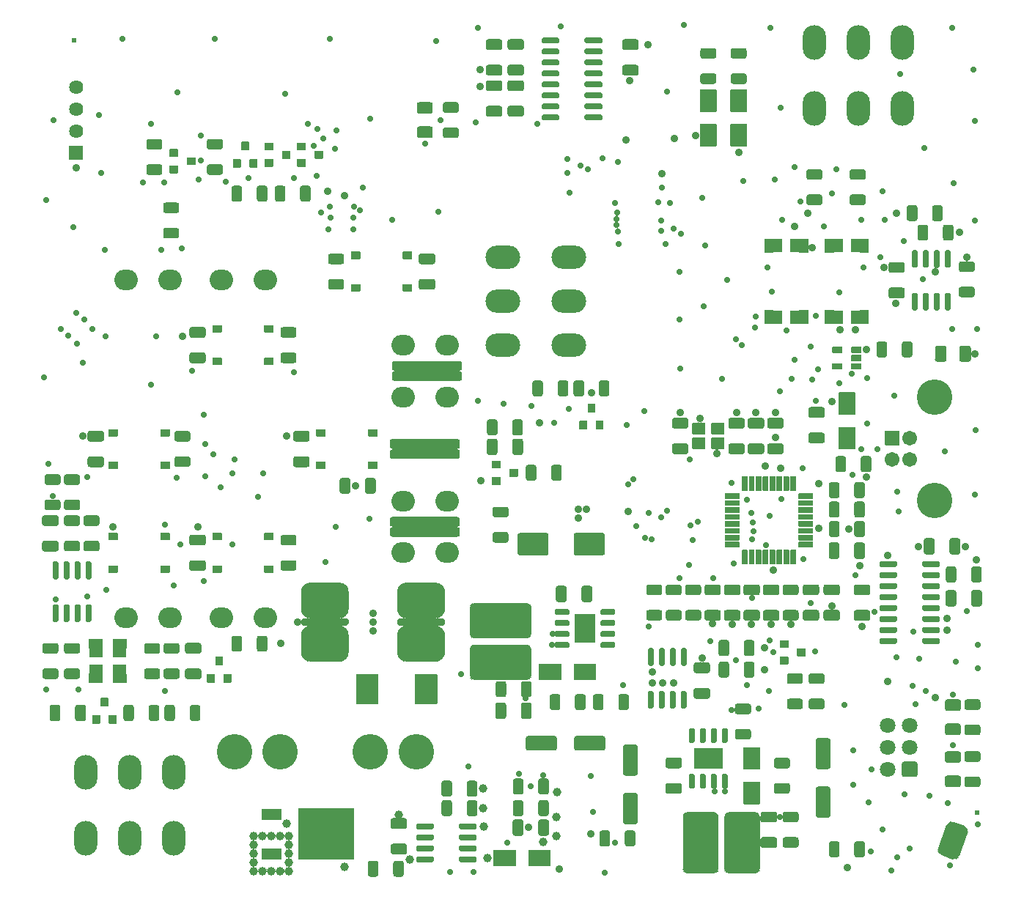
<source format=gbr>
%TF.GenerationSoftware,KiCad,Pcbnew,5.1.10-88a1d61d58~88~ubuntu20.04.1*%
%TF.CreationDate,2021-06-01T08:53:22+02:00*%
%TF.ProjectId,jbc-miniregler,6a62632d-6d69-46e6-9972-65676c65722e,rev?*%
%TF.SameCoordinates,Original*%
%TF.FileFunction,Soldermask,Top*%
%TF.FilePolarity,Negative*%
%FSLAX46Y46*%
G04 Gerber Fmt 4.6, Leading zero omitted, Abs format (unit mm)*
G04 Created by KiCad (PCBNEW 5.1.10-88a1d61d58~88~ubuntu20.04.1) date 2021-06-01 08:53:22*
%MOMM*%
%LPD*%
G01*
G04 APERTURE LIST*
%ADD10C,0.100000*%
%ADD11R,1.500000X1.500000*%
%ADD12O,2.702000X2.402000*%
%ADD13C,1.626000*%
%ADD14O,2.702000X4.002000*%
%ADD15O,4.002000X2.702000*%
%ADD16C,1.702000*%
%ADD17C,4.102000*%
%ADD18C,1.802000*%
%ADD19C,0.602000*%
%ADD20C,1.002000*%
%ADD21C,0.902000*%
%ADD22C,0.702000*%
G04 APERTURE END LIST*
%TO.C,X4*%
G36*
G01*
X196909787Y-140399794D02*
X195687247Y-139954825D01*
G75*
G02*
X195298461Y-139121071I222484J611270D01*
G01*
X196256459Y-136488992D01*
G75*
G02*
X197090213Y-136100206I611270J-222484D01*
G01*
X198312753Y-136545175D01*
G75*
G02*
X198701539Y-137378929I-222484J-611270D01*
G01*
X197743541Y-140011008D01*
G75*
G02*
X196909787Y-140399794I-611270J222484D01*
G01*
G37*
%TD*%
%TO.C,U11*%
G36*
G01*
X192770500Y-72051000D02*
X192419500Y-72051000D01*
G75*
G02*
X192244000Y-71875500I0J175500D01*
G01*
X192244000Y-70174500D01*
G75*
G02*
X192419500Y-69999000I175500J0D01*
G01*
X192770500Y-69999000D01*
G75*
G02*
X192946000Y-70174500I0J-175500D01*
G01*
X192946000Y-71875500D01*
G75*
G02*
X192770500Y-72051000I-175500J0D01*
G01*
G37*
G36*
G01*
X194040500Y-72051000D02*
X193689500Y-72051000D01*
G75*
G02*
X193514000Y-71875500I0J175500D01*
G01*
X193514000Y-70174500D01*
G75*
G02*
X193689500Y-69999000I175500J0D01*
G01*
X194040500Y-69999000D01*
G75*
G02*
X194216000Y-70174500I0J-175500D01*
G01*
X194216000Y-71875500D01*
G75*
G02*
X194040500Y-72051000I-175500J0D01*
G01*
G37*
G36*
G01*
X195310500Y-72051000D02*
X194959500Y-72051000D01*
G75*
G02*
X194784000Y-71875500I0J175500D01*
G01*
X194784000Y-70174500D01*
G75*
G02*
X194959500Y-69999000I175500J0D01*
G01*
X195310500Y-69999000D01*
G75*
G02*
X195486000Y-70174500I0J-175500D01*
G01*
X195486000Y-71875500D01*
G75*
G02*
X195310500Y-72051000I-175500J0D01*
G01*
G37*
G36*
G01*
X196580500Y-72051000D02*
X196229500Y-72051000D01*
G75*
G02*
X196054000Y-71875500I0J175500D01*
G01*
X196054000Y-70174500D01*
G75*
G02*
X196229500Y-69999000I175500J0D01*
G01*
X196580500Y-69999000D01*
G75*
G02*
X196756000Y-70174500I0J-175500D01*
G01*
X196756000Y-71875500D01*
G75*
G02*
X196580500Y-72051000I-175500J0D01*
G01*
G37*
G36*
G01*
X196580500Y-77001000D02*
X196229500Y-77001000D01*
G75*
G02*
X196054000Y-76825500I0J175500D01*
G01*
X196054000Y-75124500D01*
G75*
G02*
X196229500Y-74949000I175500J0D01*
G01*
X196580500Y-74949000D01*
G75*
G02*
X196756000Y-75124500I0J-175500D01*
G01*
X196756000Y-76825500D01*
G75*
G02*
X196580500Y-77001000I-175500J0D01*
G01*
G37*
G36*
G01*
X195310500Y-77001000D02*
X194959500Y-77001000D01*
G75*
G02*
X194784000Y-76825500I0J175500D01*
G01*
X194784000Y-75124500D01*
G75*
G02*
X194959500Y-74949000I175500J0D01*
G01*
X195310500Y-74949000D01*
G75*
G02*
X195486000Y-75124500I0J-175500D01*
G01*
X195486000Y-76825500D01*
G75*
G02*
X195310500Y-77001000I-175500J0D01*
G01*
G37*
G36*
G01*
X194040500Y-77001000D02*
X193689500Y-77001000D01*
G75*
G02*
X193514000Y-76825500I0J175500D01*
G01*
X193514000Y-75124500D01*
G75*
G02*
X193689500Y-74949000I175500J0D01*
G01*
X194040500Y-74949000D01*
G75*
G02*
X194216000Y-75124500I0J-175500D01*
G01*
X194216000Y-76825500D01*
G75*
G02*
X194040500Y-77001000I-175500J0D01*
G01*
G37*
G36*
G01*
X192770500Y-77001000D02*
X192419500Y-77001000D01*
G75*
G02*
X192244000Y-76825500I0J175500D01*
G01*
X192244000Y-75124500D01*
G75*
G02*
X192419500Y-74949000I175500J0D01*
G01*
X192770500Y-74949000D01*
G75*
G02*
X192946000Y-75124500I0J-175500D01*
G01*
X192946000Y-76825500D01*
G75*
G02*
X192770500Y-77001000I-175500J0D01*
G01*
G37*
%TD*%
%TO.C,C40*%
G36*
G01*
X179921172Y-111599000D02*
X181278828Y-111599000D01*
G75*
G02*
X181551000Y-111871172I0J-272172D01*
G01*
X181551000Y-112578828D01*
G75*
G02*
X181278828Y-112851000I-272172J0D01*
G01*
X179921172Y-112851000D01*
G75*
G02*
X179649000Y-112578828I0J272172D01*
G01*
X179649000Y-111871172D01*
G75*
G02*
X179921172Y-111599000I272172J0D01*
G01*
G37*
G36*
G01*
X179921172Y-108649000D02*
X181278828Y-108649000D01*
G75*
G02*
X181551000Y-108921172I0J-272172D01*
G01*
X181551000Y-109628828D01*
G75*
G02*
X181278828Y-109901000I-272172J0D01*
G01*
X179921172Y-109901000D01*
G75*
G02*
X179649000Y-109628828I0J272172D01*
G01*
X179649000Y-108921172D01*
G75*
G02*
X179921172Y-108649000I272172J0D01*
G01*
G37*
%TD*%
%TO.C,U12*%
G36*
G01*
X178999000Y-116900000D02*
X178999000Y-116100000D01*
G75*
G02*
X179050000Y-116049000I51000J0D01*
G01*
X179950000Y-116049000D01*
G75*
G02*
X180001000Y-116100000I0J-51000D01*
G01*
X180001000Y-116900000D01*
G75*
G02*
X179950000Y-116951000I-51000J0D01*
G01*
X179050000Y-116951000D01*
G75*
G02*
X178999000Y-116900000I0J51000D01*
G01*
G37*
G36*
G01*
X176999000Y-117850000D02*
X176999000Y-117050000D01*
G75*
G02*
X177050000Y-116999000I51000J0D01*
G01*
X177950000Y-116999000D01*
G75*
G02*
X178001000Y-117050000I0J-51000D01*
G01*
X178001000Y-117850000D01*
G75*
G02*
X177950000Y-117901000I-51000J0D01*
G01*
X177050000Y-117901000D01*
G75*
G02*
X176999000Y-117850000I0J51000D01*
G01*
G37*
G36*
G01*
X176999000Y-115950000D02*
X176999000Y-115150000D01*
G75*
G02*
X177050000Y-115099000I51000J0D01*
G01*
X177950000Y-115099000D01*
G75*
G02*
X178001000Y-115150000I0J-51000D01*
G01*
X178001000Y-115950000D01*
G75*
G02*
X177950000Y-116001000I-51000J0D01*
G01*
X177050000Y-116001000D01*
G75*
G02*
X176999000Y-115950000I0J51000D01*
G01*
G37*
%TD*%
%TO.C,C12*%
G36*
G01*
X173571172Y-92349000D02*
X174928828Y-92349000D01*
G75*
G02*
X175201000Y-92621172I0J-272172D01*
G01*
X175201000Y-93328828D01*
G75*
G02*
X174928828Y-93601000I-272172J0D01*
G01*
X173571172Y-93601000D01*
G75*
G02*
X173299000Y-93328828I0J272172D01*
G01*
X173299000Y-92621172D01*
G75*
G02*
X173571172Y-92349000I272172J0D01*
G01*
G37*
G36*
G01*
X173571172Y-89399000D02*
X174928828Y-89399000D01*
G75*
G02*
X175201000Y-89671172I0J-272172D01*
G01*
X175201000Y-90378828D01*
G75*
G02*
X174928828Y-90651000I-272172J0D01*
G01*
X173571172Y-90651000D01*
G75*
G02*
X173299000Y-90378828I0J272172D01*
G01*
X173299000Y-89671172D01*
G75*
G02*
X173571172Y-89399000I272172J0D01*
G01*
G37*
%TD*%
%TO.C,C8*%
G36*
G01*
X173071172Y-111599000D02*
X174428828Y-111599000D01*
G75*
G02*
X174701000Y-111871172I0J-272172D01*
G01*
X174701000Y-112578828D01*
G75*
G02*
X174428828Y-112851000I-272172J0D01*
G01*
X173071172Y-112851000D01*
G75*
G02*
X172799000Y-112578828I0J272172D01*
G01*
X172799000Y-111871172D01*
G75*
G02*
X173071172Y-111599000I272172J0D01*
G01*
G37*
G36*
G01*
X173071172Y-108649000D02*
X174428828Y-108649000D01*
G75*
G02*
X174701000Y-108921172I0J-272172D01*
G01*
X174701000Y-109628828D01*
G75*
G02*
X174428828Y-109901000I-272172J0D01*
G01*
X173071172Y-109901000D01*
G75*
G02*
X172799000Y-109628828I0J272172D01*
G01*
X172799000Y-108921172D01*
G75*
G02*
X173071172Y-108649000I272172J0D01*
G01*
G37*
%TD*%
%TO.C,R64*%
G36*
G01*
X179403335Y-120151000D02*
X178096665Y-120151000D01*
G75*
G02*
X177824000Y-119878335I0J272665D01*
G01*
X177824000Y-119196665D01*
G75*
G02*
X178096665Y-118924000I272665J0D01*
G01*
X179403335Y-118924000D01*
G75*
G02*
X179676000Y-119196665I0J-272665D01*
G01*
X179676000Y-119878335D01*
G75*
G02*
X179403335Y-120151000I-272665J0D01*
G01*
G37*
G36*
G01*
X179403335Y-123076000D02*
X178096665Y-123076000D01*
G75*
G02*
X177824000Y-122803335I0J272665D01*
G01*
X177824000Y-122121665D01*
G75*
G02*
X178096665Y-121849000I272665J0D01*
G01*
X179403335Y-121849000D01*
G75*
G02*
X179676000Y-122121665I0J-272665D01*
G01*
X179676000Y-122803335D01*
G75*
G02*
X179403335Y-123076000I-272665J0D01*
G01*
G37*
%TD*%
%TO.C,R63*%
G36*
G01*
X181903335Y-120151000D02*
X180596665Y-120151000D01*
G75*
G02*
X180324000Y-119878335I0J272665D01*
G01*
X180324000Y-119196665D01*
G75*
G02*
X180596665Y-118924000I272665J0D01*
G01*
X181903335Y-118924000D01*
G75*
G02*
X182176000Y-119196665I0J-272665D01*
G01*
X182176000Y-119878335D01*
G75*
G02*
X181903335Y-120151000I-272665J0D01*
G01*
G37*
G36*
G01*
X181903335Y-123076000D02*
X180596665Y-123076000D01*
G75*
G02*
X180324000Y-122803335I0J272665D01*
G01*
X180324000Y-122121665D01*
G75*
G02*
X180596665Y-121849000I272665J0D01*
G01*
X181903335Y-121849000D01*
G75*
G02*
X182176000Y-122121665I0J-272665D01*
G01*
X182176000Y-122803335D01*
G75*
G02*
X181903335Y-123076000I-272665J0D01*
G01*
G37*
%TD*%
%TO.C,R62*%
G36*
G01*
X95903335Y-97151000D02*
X94596665Y-97151000D01*
G75*
G02*
X94324000Y-96878335I0J272665D01*
G01*
X94324000Y-96196665D01*
G75*
G02*
X94596665Y-95924000I272665J0D01*
G01*
X95903335Y-95924000D01*
G75*
G02*
X96176000Y-96196665I0J-272665D01*
G01*
X96176000Y-96878335D01*
G75*
G02*
X95903335Y-97151000I-272665J0D01*
G01*
G37*
G36*
G01*
X95903335Y-100076000D02*
X94596665Y-100076000D01*
G75*
G02*
X94324000Y-99803335I0J272665D01*
G01*
X94324000Y-99121665D01*
G75*
G02*
X94596665Y-98849000I272665J0D01*
G01*
X95903335Y-98849000D01*
G75*
G02*
X96176000Y-99121665I0J-272665D01*
G01*
X96176000Y-99803335D01*
G75*
G02*
X95903335Y-100076000I-272665J0D01*
G01*
G37*
%TD*%
%TO.C,R61*%
G36*
G01*
X93653335Y-97151000D02*
X92346665Y-97151000D01*
G75*
G02*
X92074000Y-96878335I0J272665D01*
G01*
X92074000Y-96196665D01*
G75*
G02*
X92346665Y-95924000I272665J0D01*
G01*
X93653335Y-95924000D01*
G75*
G02*
X93926000Y-96196665I0J-272665D01*
G01*
X93926000Y-96878335D01*
G75*
G02*
X93653335Y-97151000I-272665J0D01*
G01*
G37*
G36*
G01*
X93653335Y-100076000D02*
X92346665Y-100076000D01*
G75*
G02*
X92074000Y-99803335I0J272665D01*
G01*
X92074000Y-99121665D01*
G75*
G02*
X92346665Y-98849000I272665J0D01*
G01*
X93653335Y-98849000D01*
G75*
G02*
X93926000Y-99121665I0J-272665D01*
G01*
X93926000Y-99803335D01*
G75*
G02*
X93653335Y-100076000I-272665J0D01*
G01*
G37*
%TD*%
%TO.C,R60*%
G36*
G01*
X107403335Y-116651000D02*
X106096665Y-116651000D01*
G75*
G02*
X105824000Y-116378335I0J272665D01*
G01*
X105824000Y-115696665D01*
G75*
G02*
X106096665Y-115424000I272665J0D01*
G01*
X107403335Y-115424000D01*
G75*
G02*
X107676000Y-115696665I0J-272665D01*
G01*
X107676000Y-116378335D01*
G75*
G02*
X107403335Y-116651000I-272665J0D01*
G01*
G37*
G36*
G01*
X107403335Y-119576000D02*
X106096665Y-119576000D01*
G75*
G02*
X105824000Y-119303335I0J272665D01*
G01*
X105824000Y-118621665D01*
G75*
G02*
X106096665Y-118349000I272665J0D01*
G01*
X107403335Y-118349000D01*
G75*
G02*
X107676000Y-118621665I0J-272665D01*
G01*
X107676000Y-119303335D01*
G75*
G02*
X107403335Y-119576000I-272665J0D01*
G01*
G37*
%TD*%
%TO.C,R59*%
G36*
G01*
X105153335Y-116651000D02*
X103846665Y-116651000D01*
G75*
G02*
X103574000Y-116378335I0J272665D01*
G01*
X103574000Y-115696665D01*
G75*
G02*
X103846665Y-115424000I272665J0D01*
G01*
X105153335Y-115424000D01*
G75*
G02*
X105426000Y-115696665I0J-272665D01*
G01*
X105426000Y-116378335D01*
G75*
G02*
X105153335Y-116651000I-272665J0D01*
G01*
G37*
G36*
G01*
X105153335Y-119576000D02*
X103846665Y-119576000D01*
G75*
G02*
X103574000Y-119303335I0J272665D01*
G01*
X103574000Y-118621665D01*
G75*
G02*
X103846665Y-118349000I272665J0D01*
G01*
X105153335Y-118349000D01*
G75*
G02*
X105426000Y-118621665I0J-272665D01*
G01*
X105426000Y-119303335D01*
G75*
G02*
X105153335Y-119576000I-272665J0D01*
G01*
G37*
%TD*%
D10*
%TO.C,JP9*%
G36*
X98800020Y-116009950D02*
G01*
X98797118Y-116019517D01*
X98792405Y-116028334D01*
X98786062Y-116036062D01*
X98778290Y-116042435D01*
X98028290Y-116542435D01*
X98019468Y-116547138D01*
X98009897Y-116550030D01*
X97999947Y-116551000D01*
X97989998Y-116550010D01*
X97980434Y-116547097D01*
X97971710Y-116542435D01*
X97221710Y-116042435D01*
X97213975Y-116036100D01*
X97207625Y-116028378D01*
X97202903Y-116019566D01*
X97199990Y-116010002D01*
X97199000Y-116000000D01*
X97199000Y-115000000D01*
X97199980Y-114990050D01*
X97202882Y-114980483D01*
X97207595Y-114971666D01*
X97213938Y-114963938D01*
X97221666Y-114957595D01*
X97230483Y-114952882D01*
X97240050Y-114949980D01*
X97250000Y-114949000D01*
X98750000Y-114949000D01*
X98759950Y-114949980D01*
X98769517Y-114952882D01*
X98778334Y-114957595D01*
X98786062Y-114963938D01*
X98792405Y-114971666D01*
X98797118Y-114980483D01*
X98800020Y-114990050D01*
X98801000Y-115000000D01*
X98801000Y-116000000D01*
X98800020Y-116009950D01*
G37*
G36*
X97199980Y-118990050D02*
G01*
X97202882Y-118980483D01*
X97207595Y-118971666D01*
X97213938Y-118963938D01*
X97221710Y-118957565D01*
X97971710Y-118457565D01*
X97980532Y-118452862D01*
X97990103Y-118449970D01*
X98000053Y-118449000D01*
X98010002Y-118449990D01*
X98019566Y-118452903D01*
X98028290Y-118457565D01*
X98778290Y-118957565D01*
X98786025Y-118963900D01*
X98792375Y-118971622D01*
X98797097Y-118980434D01*
X98800010Y-118989998D01*
X98801000Y-119000000D01*
X98801000Y-120000000D01*
X98800020Y-120009950D01*
X98797118Y-120019517D01*
X98792405Y-120028334D01*
X98786062Y-120036062D01*
X98778334Y-120042405D01*
X98769517Y-120047118D01*
X98759950Y-120050020D01*
X98750000Y-120051000D01*
X97250000Y-120051000D01*
X97240050Y-120050020D01*
X97230483Y-120047118D01*
X97221666Y-120042405D01*
X97213938Y-120036062D01*
X97207595Y-120028334D01*
X97202882Y-120019517D01*
X97199980Y-120009950D01*
X97199000Y-120000000D01*
X97199000Y-119000000D01*
X97199980Y-118990050D01*
G37*
D11*
X98000000Y-118700000D03*
X98000000Y-116300000D03*
%TD*%
D10*
%TO.C,JP8*%
G36*
X101550020Y-116009950D02*
G01*
X101547118Y-116019517D01*
X101542405Y-116028334D01*
X101536062Y-116036062D01*
X101528290Y-116042435D01*
X100778290Y-116542435D01*
X100769468Y-116547138D01*
X100759897Y-116550030D01*
X100749947Y-116551000D01*
X100739998Y-116550010D01*
X100730434Y-116547097D01*
X100721710Y-116542435D01*
X99971710Y-116042435D01*
X99963975Y-116036100D01*
X99957625Y-116028378D01*
X99952903Y-116019566D01*
X99949990Y-116010002D01*
X99949000Y-116000000D01*
X99949000Y-115000000D01*
X99949980Y-114990050D01*
X99952882Y-114980483D01*
X99957595Y-114971666D01*
X99963938Y-114963938D01*
X99971666Y-114957595D01*
X99980483Y-114952882D01*
X99990050Y-114949980D01*
X100000000Y-114949000D01*
X101500000Y-114949000D01*
X101509950Y-114949980D01*
X101519517Y-114952882D01*
X101528334Y-114957595D01*
X101536062Y-114963938D01*
X101542405Y-114971666D01*
X101547118Y-114980483D01*
X101550020Y-114990050D01*
X101551000Y-115000000D01*
X101551000Y-116000000D01*
X101550020Y-116009950D01*
G37*
G36*
X99949980Y-118990050D02*
G01*
X99952882Y-118980483D01*
X99957595Y-118971666D01*
X99963938Y-118963938D01*
X99971710Y-118957565D01*
X100721710Y-118457565D01*
X100730532Y-118452862D01*
X100740103Y-118449970D01*
X100750053Y-118449000D01*
X100760002Y-118449990D01*
X100769566Y-118452903D01*
X100778290Y-118457565D01*
X101528290Y-118957565D01*
X101536025Y-118963900D01*
X101542375Y-118971622D01*
X101547097Y-118980434D01*
X101550010Y-118989998D01*
X101551000Y-119000000D01*
X101551000Y-120000000D01*
X101550020Y-120009950D01*
X101547118Y-120019517D01*
X101542405Y-120028334D01*
X101536062Y-120036062D01*
X101528334Y-120042405D01*
X101519517Y-120047118D01*
X101509950Y-120050020D01*
X101500000Y-120051000D01*
X100000000Y-120051000D01*
X99990050Y-120050020D01*
X99980483Y-120047118D01*
X99971666Y-120042405D01*
X99963938Y-120036062D01*
X99957595Y-120028334D01*
X99952882Y-120019517D01*
X99949980Y-120009950D01*
X99949000Y-120000000D01*
X99949000Y-119000000D01*
X99949980Y-118990050D01*
G37*
D11*
X100750000Y-118700000D03*
X100750000Y-116300000D03*
%TD*%
%TO.C,D5*%
G36*
G01*
X112650000Y-118001000D02*
X111850000Y-118001000D01*
G75*
G02*
X111799000Y-117950000I0J51000D01*
G01*
X111799000Y-117050000D01*
G75*
G02*
X111850000Y-116999000I51000J0D01*
G01*
X112650000Y-116999000D01*
G75*
G02*
X112701000Y-117050000I0J-51000D01*
G01*
X112701000Y-117950000D01*
G75*
G02*
X112650000Y-118001000I-51000J0D01*
G01*
G37*
G36*
G01*
X113600000Y-120001000D02*
X112800000Y-120001000D01*
G75*
G02*
X112749000Y-119950000I0J51000D01*
G01*
X112749000Y-119050000D01*
G75*
G02*
X112800000Y-118999000I51000J0D01*
G01*
X113600000Y-118999000D01*
G75*
G02*
X113651000Y-119050000I0J-51000D01*
G01*
X113651000Y-119950000D01*
G75*
G02*
X113600000Y-120001000I-51000J0D01*
G01*
G37*
G36*
G01*
X111700000Y-120001000D02*
X110900000Y-120001000D01*
G75*
G02*
X110849000Y-119950000I0J51000D01*
G01*
X110849000Y-119050000D01*
G75*
G02*
X110900000Y-118999000I51000J0D01*
G01*
X111700000Y-118999000D01*
G75*
G02*
X111751000Y-119050000I0J-51000D01*
G01*
X111751000Y-119950000D01*
G75*
G02*
X111700000Y-120001000I-51000J0D01*
G01*
G37*
%TD*%
%TO.C,C41*%
G36*
G01*
X182321172Y-111599000D02*
X183678828Y-111599000D01*
G75*
G02*
X183951000Y-111871172I0J-272172D01*
G01*
X183951000Y-112578828D01*
G75*
G02*
X183678828Y-112851000I-272172J0D01*
G01*
X182321172Y-112851000D01*
G75*
G02*
X182049000Y-112578828I0J272172D01*
G01*
X182049000Y-111871172D01*
G75*
G02*
X182321172Y-111599000I272172J0D01*
G01*
G37*
G36*
G01*
X182321172Y-108649000D02*
X183678828Y-108649000D01*
G75*
G02*
X183951000Y-108921172I0J-272172D01*
G01*
X183951000Y-109628828D01*
G75*
G02*
X183678828Y-109901000I-272172J0D01*
G01*
X182321172Y-109901000D01*
G75*
G02*
X182049000Y-109628828I0J272172D01*
G01*
X182049000Y-108921172D01*
G75*
G02*
X182321172Y-108649000I272172J0D01*
G01*
G37*
%TD*%
%TO.C,SW5*%
G36*
G01*
X105449000Y-103500000D02*
X105449000Y-102750000D01*
G75*
G02*
X105500000Y-102699000I51000J0D01*
G01*
X106500000Y-102699000D01*
G75*
G02*
X106551000Y-102750000I0J-51000D01*
G01*
X106551000Y-103500000D01*
G75*
G02*
X106500000Y-103551000I-51000J0D01*
G01*
X105500000Y-103551000D01*
G75*
G02*
X105449000Y-103500000I0J51000D01*
G01*
G37*
G36*
G01*
X99449000Y-107250000D02*
X99449000Y-106500000D01*
G75*
G02*
X99500000Y-106449000I51000J0D01*
G01*
X100500000Y-106449000D01*
G75*
G02*
X100551000Y-106500000I0J-51000D01*
G01*
X100551000Y-107250000D01*
G75*
G02*
X100500000Y-107301000I-51000J0D01*
G01*
X99500000Y-107301000D01*
G75*
G02*
X99449000Y-107250000I0J51000D01*
G01*
G37*
G36*
G01*
X105449000Y-107250000D02*
X105449000Y-106500000D01*
G75*
G02*
X105500000Y-106449000I51000J0D01*
G01*
X106500000Y-106449000D01*
G75*
G02*
X106551000Y-106500000I0J-51000D01*
G01*
X106551000Y-107250000D01*
G75*
G02*
X106500000Y-107301000I-51000J0D01*
G01*
X105500000Y-107301000D01*
G75*
G02*
X105449000Y-107250000I0J51000D01*
G01*
G37*
G36*
G01*
X99449000Y-103500000D02*
X99449000Y-102750000D01*
G75*
G02*
X99500000Y-102699000I51000J0D01*
G01*
X100500000Y-102699000D01*
G75*
G02*
X100551000Y-102750000I0J-51000D01*
G01*
X100551000Y-103500000D01*
G75*
G02*
X100500000Y-103551000I-51000J0D01*
G01*
X99500000Y-103551000D01*
G75*
G02*
X99449000Y-103500000I0J51000D01*
G01*
G37*
%TD*%
%TO.C,SW6*%
G36*
G01*
X133449000Y-71000000D02*
X133449000Y-70250000D01*
G75*
G02*
X133500000Y-70199000I51000J0D01*
G01*
X134500000Y-70199000D01*
G75*
G02*
X134551000Y-70250000I0J-51000D01*
G01*
X134551000Y-71000000D01*
G75*
G02*
X134500000Y-71051000I-51000J0D01*
G01*
X133500000Y-71051000D01*
G75*
G02*
X133449000Y-71000000I0J51000D01*
G01*
G37*
G36*
G01*
X127449000Y-74750000D02*
X127449000Y-74000000D01*
G75*
G02*
X127500000Y-73949000I51000J0D01*
G01*
X128500000Y-73949000D01*
G75*
G02*
X128551000Y-74000000I0J-51000D01*
G01*
X128551000Y-74750000D01*
G75*
G02*
X128500000Y-74801000I-51000J0D01*
G01*
X127500000Y-74801000D01*
G75*
G02*
X127449000Y-74750000I0J51000D01*
G01*
G37*
G36*
G01*
X133449000Y-74750000D02*
X133449000Y-74000000D01*
G75*
G02*
X133500000Y-73949000I51000J0D01*
G01*
X134500000Y-73949000D01*
G75*
G02*
X134551000Y-74000000I0J-51000D01*
G01*
X134551000Y-74750000D01*
G75*
G02*
X134500000Y-74801000I-51000J0D01*
G01*
X133500000Y-74801000D01*
G75*
G02*
X133449000Y-74750000I0J51000D01*
G01*
G37*
G36*
G01*
X127449000Y-71000000D02*
X127449000Y-70250000D01*
G75*
G02*
X127500000Y-70199000I51000J0D01*
G01*
X128500000Y-70199000D01*
G75*
G02*
X128551000Y-70250000I0J-51000D01*
G01*
X128551000Y-71000000D01*
G75*
G02*
X128500000Y-71051000I-51000J0D01*
G01*
X127500000Y-71051000D01*
G75*
G02*
X127449000Y-71000000I0J51000D01*
G01*
G37*
%TD*%
%TO.C,SW4*%
G36*
G01*
X105449000Y-91500000D02*
X105449000Y-90750000D01*
G75*
G02*
X105500000Y-90699000I51000J0D01*
G01*
X106500000Y-90699000D01*
G75*
G02*
X106551000Y-90750000I0J-51000D01*
G01*
X106551000Y-91500000D01*
G75*
G02*
X106500000Y-91551000I-51000J0D01*
G01*
X105500000Y-91551000D01*
G75*
G02*
X105449000Y-91500000I0J51000D01*
G01*
G37*
G36*
G01*
X99449000Y-95250000D02*
X99449000Y-94500000D01*
G75*
G02*
X99500000Y-94449000I51000J0D01*
G01*
X100500000Y-94449000D01*
G75*
G02*
X100551000Y-94500000I0J-51000D01*
G01*
X100551000Y-95250000D01*
G75*
G02*
X100500000Y-95301000I-51000J0D01*
G01*
X99500000Y-95301000D01*
G75*
G02*
X99449000Y-95250000I0J51000D01*
G01*
G37*
G36*
G01*
X105449000Y-95250000D02*
X105449000Y-94500000D01*
G75*
G02*
X105500000Y-94449000I51000J0D01*
G01*
X106500000Y-94449000D01*
G75*
G02*
X106551000Y-94500000I0J-51000D01*
G01*
X106551000Y-95250000D01*
G75*
G02*
X106500000Y-95301000I-51000J0D01*
G01*
X105500000Y-95301000D01*
G75*
G02*
X105449000Y-95250000I0J51000D01*
G01*
G37*
G36*
G01*
X99449000Y-91500000D02*
X99449000Y-90750000D01*
G75*
G02*
X99500000Y-90699000I51000J0D01*
G01*
X100500000Y-90699000D01*
G75*
G02*
X100551000Y-90750000I0J-51000D01*
G01*
X100551000Y-91500000D01*
G75*
G02*
X100500000Y-91551000I-51000J0D01*
G01*
X99500000Y-91551000D01*
G75*
G02*
X99449000Y-91500000I0J51000D01*
G01*
G37*
%TD*%
%TO.C,SW3*%
G36*
G01*
X129449000Y-91500000D02*
X129449000Y-90750000D01*
G75*
G02*
X129500000Y-90699000I51000J0D01*
G01*
X130500000Y-90699000D01*
G75*
G02*
X130551000Y-90750000I0J-51000D01*
G01*
X130551000Y-91500000D01*
G75*
G02*
X130500000Y-91551000I-51000J0D01*
G01*
X129500000Y-91551000D01*
G75*
G02*
X129449000Y-91500000I0J51000D01*
G01*
G37*
G36*
G01*
X123449000Y-95250000D02*
X123449000Y-94500000D01*
G75*
G02*
X123500000Y-94449000I51000J0D01*
G01*
X124500000Y-94449000D01*
G75*
G02*
X124551000Y-94500000I0J-51000D01*
G01*
X124551000Y-95250000D01*
G75*
G02*
X124500000Y-95301000I-51000J0D01*
G01*
X123500000Y-95301000D01*
G75*
G02*
X123449000Y-95250000I0J51000D01*
G01*
G37*
G36*
G01*
X129449000Y-95250000D02*
X129449000Y-94500000D01*
G75*
G02*
X129500000Y-94449000I51000J0D01*
G01*
X130500000Y-94449000D01*
G75*
G02*
X130551000Y-94500000I0J-51000D01*
G01*
X130551000Y-95250000D01*
G75*
G02*
X130500000Y-95301000I-51000J0D01*
G01*
X129500000Y-95301000D01*
G75*
G02*
X129449000Y-95250000I0J51000D01*
G01*
G37*
G36*
G01*
X123449000Y-91500000D02*
X123449000Y-90750000D01*
G75*
G02*
X123500000Y-90699000I51000J0D01*
G01*
X124500000Y-90699000D01*
G75*
G02*
X124551000Y-90750000I0J-51000D01*
G01*
X124551000Y-91500000D01*
G75*
G02*
X124500000Y-91551000I-51000J0D01*
G01*
X123500000Y-91551000D01*
G75*
G02*
X123449000Y-91500000I0J51000D01*
G01*
G37*
%TD*%
%TO.C,SW2*%
G36*
G01*
X117449000Y-103500000D02*
X117449000Y-102750000D01*
G75*
G02*
X117500000Y-102699000I51000J0D01*
G01*
X118500000Y-102699000D01*
G75*
G02*
X118551000Y-102750000I0J-51000D01*
G01*
X118551000Y-103500000D01*
G75*
G02*
X118500000Y-103551000I-51000J0D01*
G01*
X117500000Y-103551000D01*
G75*
G02*
X117449000Y-103500000I0J51000D01*
G01*
G37*
G36*
G01*
X111449000Y-107250000D02*
X111449000Y-106500000D01*
G75*
G02*
X111500000Y-106449000I51000J0D01*
G01*
X112500000Y-106449000D01*
G75*
G02*
X112551000Y-106500000I0J-51000D01*
G01*
X112551000Y-107250000D01*
G75*
G02*
X112500000Y-107301000I-51000J0D01*
G01*
X111500000Y-107301000D01*
G75*
G02*
X111449000Y-107250000I0J51000D01*
G01*
G37*
G36*
G01*
X117449000Y-107250000D02*
X117449000Y-106500000D01*
G75*
G02*
X117500000Y-106449000I51000J0D01*
G01*
X118500000Y-106449000D01*
G75*
G02*
X118551000Y-106500000I0J-51000D01*
G01*
X118551000Y-107250000D01*
G75*
G02*
X118500000Y-107301000I-51000J0D01*
G01*
X117500000Y-107301000D01*
G75*
G02*
X117449000Y-107250000I0J51000D01*
G01*
G37*
G36*
G01*
X111449000Y-103500000D02*
X111449000Y-102750000D01*
G75*
G02*
X111500000Y-102699000I51000J0D01*
G01*
X112500000Y-102699000D01*
G75*
G02*
X112551000Y-102750000I0J-51000D01*
G01*
X112551000Y-103500000D01*
G75*
G02*
X112500000Y-103551000I-51000J0D01*
G01*
X111500000Y-103551000D01*
G75*
G02*
X111449000Y-103500000I0J51000D01*
G01*
G37*
%TD*%
%TO.C,SW1*%
G36*
G01*
X117449000Y-79500000D02*
X117449000Y-78750000D01*
G75*
G02*
X117500000Y-78699000I51000J0D01*
G01*
X118500000Y-78699000D01*
G75*
G02*
X118551000Y-78750000I0J-51000D01*
G01*
X118551000Y-79500000D01*
G75*
G02*
X118500000Y-79551000I-51000J0D01*
G01*
X117500000Y-79551000D01*
G75*
G02*
X117449000Y-79500000I0J51000D01*
G01*
G37*
G36*
G01*
X111449000Y-83250000D02*
X111449000Y-82500000D01*
G75*
G02*
X111500000Y-82449000I51000J0D01*
G01*
X112500000Y-82449000D01*
G75*
G02*
X112551000Y-82500000I0J-51000D01*
G01*
X112551000Y-83250000D01*
G75*
G02*
X112500000Y-83301000I-51000J0D01*
G01*
X111500000Y-83301000D01*
G75*
G02*
X111449000Y-83250000I0J51000D01*
G01*
G37*
G36*
G01*
X117449000Y-83250000D02*
X117449000Y-82500000D01*
G75*
G02*
X117500000Y-82449000I51000J0D01*
G01*
X118500000Y-82449000D01*
G75*
G02*
X118551000Y-82500000I0J-51000D01*
G01*
X118551000Y-83250000D01*
G75*
G02*
X118500000Y-83301000I-51000J0D01*
G01*
X117500000Y-83301000D01*
G75*
G02*
X117449000Y-83250000I0J51000D01*
G01*
G37*
G36*
G01*
X111449000Y-79500000D02*
X111449000Y-78750000D01*
G75*
G02*
X111500000Y-78699000I51000J0D01*
G01*
X112500000Y-78699000D01*
G75*
G02*
X112551000Y-78750000I0J-51000D01*
G01*
X112551000Y-79500000D01*
G75*
G02*
X112500000Y-79551000I-51000J0D01*
G01*
X111500000Y-79551000D01*
G75*
G02*
X111449000Y-79500000I0J51000D01*
G01*
G37*
%TD*%
D12*
%TO.C,J6*%
X133500000Y-81000000D03*
X138580000Y-81000000D03*
%TD*%
%TO.C,J2*%
X112500000Y-73500000D03*
X117580000Y-73500000D03*
%TD*%
%TO.C,J1*%
X112500000Y-112500000D03*
X117580000Y-112500000D03*
%TD*%
%TO.C,J13*%
X133500000Y-105000000D03*
X138580000Y-105000000D03*
%TD*%
%TO.C,J12*%
X133500000Y-99000000D03*
X138580000Y-99000000D03*
%TD*%
%TO.C,J10*%
X101500000Y-73500000D03*
X106580000Y-73500000D03*
%TD*%
%TO.C,J8*%
X101500000Y-112500000D03*
X106580000Y-112500000D03*
%TD*%
%TO.C,J7*%
X133500000Y-87000000D03*
X138580000Y-87000000D03*
%TD*%
%TO.C,R31*%
G36*
G01*
X121699000Y-113200500D02*
X121699000Y-112799500D01*
G75*
G02*
X121899500Y-112599000I200500J0D01*
G01*
X127000500Y-112599000D01*
G75*
G02*
X127201000Y-112799500I0J-200500D01*
G01*
X127201000Y-113200500D01*
G75*
G02*
X127000500Y-113401000I-200500J0D01*
G01*
X121899500Y-113401000D01*
G75*
G02*
X121699000Y-113200500I0J200500D01*
G01*
G37*
G36*
G01*
X121699000Y-111525500D02*
X121699000Y-109474500D01*
G75*
G02*
X122724500Y-108449000I1025500J0D01*
G01*
X126175500Y-108449000D01*
G75*
G02*
X127201000Y-109474500I0J-1025500D01*
G01*
X127201000Y-111525500D01*
G75*
G02*
X126175500Y-112551000I-1025500J0D01*
G01*
X122724500Y-112551000D01*
G75*
G02*
X121699000Y-111525500I0J1025500D01*
G01*
G37*
G36*
G01*
X132799000Y-116525500D02*
X132799000Y-114474500D01*
G75*
G02*
X133824500Y-113449000I1025500J0D01*
G01*
X137275500Y-113449000D01*
G75*
G02*
X138301000Y-114474500I0J-1025500D01*
G01*
X138301000Y-116525500D01*
G75*
G02*
X137275500Y-117551000I-1025500J0D01*
G01*
X133824500Y-117551000D01*
G75*
G02*
X132799000Y-116525500I0J1025500D01*
G01*
G37*
G36*
G01*
X132799000Y-113200500D02*
X132799000Y-112799500D01*
G75*
G02*
X132999500Y-112599000I200500J0D01*
G01*
X138100500Y-112599000D01*
G75*
G02*
X138301000Y-112799500I0J-200500D01*
G01*
X138301000Y-113200500D01*
G75*
G02*
X138100500Y-113401000I-200500J0D01*
G01*
X132999500Y-113401000D01*
G75*
G02*
X132799000Y-113200500I0J200500D01*
G01*
G37*
G36*
G01*
X132799000Y-111525500D02*
X132799000Y-109474500D01*
G75*
G02*
X133824500Y-108449000I1025500J0D01*
G01*
X137275500Y-108449000D01*
G75*
G02*
X138301000Y-109474500I0J-1025500D01*
G01*
X138301000Y-111525500D01*
G75*
G02*
X137275500Y-112551000I-1025500J0D01*
G01*
X133824500Y-112551000D01*
G75*
G02*
X132799000Y-111525500I0J1025500D01*
G01*
G37*
G36*
G01*
X121699000Y-116525500D02*
X121699000Y-114474500D01*
G75*
G02*
X122724500Y-113449000I1025500J0D01*
G01*
X126175500Y-113449000D01*
G75*
G02*
X127201000Y-114474500I0J-1025500D01*
G01*
X127201000Y-116525500D01*
G75*
G02*
X126175500Y-117551000I-1025500J0D01*
G01*
X122724500Y-117551000D01*
G75*
G02*
X121699000Y-116525500I0J1025500D01*
G01*
G37*
%TD*%
D13*
%TO.C,U1*%
X95700000Y-51180000D03*
X95700000Y-53720000D03*
X95700000Y-56260000D03*
G36*
G01*
X94887000Y-59562000D02*
X94887000Y-58038000D01*
G75*
G02*
X94938000Y-57987000I51000J0D01*
G01*
X96462000Y-57987000D01*
G75*
G02*
X96513000Y-58038000I0J-51000D01*
G01*
X96513000Y-59562000D01*
G75*
G02*
X96462000Y-59613000I-51000J0D01*
G01*
X94938000Y-59613000D01*
G75*
G02*
X94887000Y-59562000I0J51000D01*
G01*
G37*
%TD*%
%TO.C,R58*%
G36*
G01*
X185346665Y-63599000D02*
X186653335Y-63599000D01*
G75*
G02*
X186926000Y-63871665I0J-272665D01*
G01*
X186926000Y-64553335D01*
G75*
G02*
X186653335Y-64826000I-272665J0D01*
G01*
X185346665Y-64826000D01*
G75*
G02*
X185074000Y-64553335I0J272665D01*
G01*
X185074000Y-63871665D01*
G75*
G02*
X185346665Y-63599000I272665J0D01*
G01*
G37*
G36*
G01*
X185346665Y-60674000D02*
X186653335Y-60674000D01*
G75*
G02*
X186926000Y-60946665I0J-272665D01*
G01*
X186926000Y-61628335D01*
G75*
G02*
X186653335Y-61901000I-272665J0D01*
G01*
X185346665Y-61901000D01*
G75*
G02*
X185074000Y-61628335I0J272665D01*
G01*
X185074000Y-60946665D01*
G75*
G02*
X185346665Y-60674000I272665J0D01*
G01*
G37*
%TD*%
%TO.C,R57*%
G36*
G01*
X180346665Y-63599000D02*
X181653335Y-63599000D01*
G75*
G02*
X181926000Y-63871665I0J-272665D01*
G01*
X181926000Y-64553335D01*
G75*
G02*
X181653335Y-64826000I-272665J0D01*
G01*
X180346665Y-64826000D01*
G75*
G02*
X180074000Y-64553335I0J272665D01*
G01*
X180074000Y-63871665D01*
G75*
G02*
X180346665Y-63599000I272665J0D01*
G01*
G37*
G36*
G01*
X180346665Y-60674000D02*
X181653335Y-60674000D01*
G75*
G02*
X181926000Y-60946665I0J-272665D01*
G01*
X181926000Y-61628335D01*
G75*
G02*
X181653335Y-61901000I-272665J0D01*
G01*
X180346665Y-61901000D01*
G75*
G02*
X180074000Y-61628335I0J272665D01*
G01*
X180074000Y-60946665D01*
G75*
G02*
X180346665Y-60674000I272665J0D01*
G01*
G37*
%TD*%
%TO.C,R56*%
G36*
G01*
X195849000Y-68653335D02*
X195849000Y-67346665D01*
G75*
G02*
X196121665Y-67074000I272665J0D01*
G01*
X196803335Y-67074000D01*
G75*
G02*
X197076000Y-67346665I0J-272665D01*
G01*
X197076000Y-68653335D01*
G75*
G02*
X196803335Y-68926000I-272665J0D01*
G01*
X196121665Y-68926000D01*
G75*
G02*
X195849000Y-68653335I0J272665D01*
G01*
G37*
G36*
G01*
X192924000Y-68653335D02*
X192924000Y-67346665D01*
G75*
G02*
X193196665Y-67074000I272665J0D01*
G01*
X193878335Y-67074000D01*
G75*
G02*
X194151000Y-67346665I0J-272665D01*
G01*
X194151000Y-68653335D01*
G75*
G02*
X193878335Y-68926000I-272665J0D01*
G01*
X193196665Y-68926000D01*
G75*
G02*
X192924000Y-68653335I0J272665D01*
G01*
G37*
%TD*%
%TO.C,R55*%
G36*
G01*
X194599000Y-66403335D02*
X194599000Y-65096665D01*
G75*
G02*
X194871665Y-64824000I272665J0D01*
G01*
X195553335Y-64824000D01*
G75*
G02*
X195826000Y-65096665I0J-272665D01*
G01*
X195826000Y-66403335D01*
G75*
G02*
X195553335Y-66676000I-272665J0D01*
G01*
X194871665Y-66676000D01*
G75*
G02*
X194599000Y-66403335I0J272665D01*
G01*
G37*
G36*
G01*
X191674000Y-66403335D02*
X191674000Y-65096665D01*
G75*
G02*
X191946665Y-64824000I272665J0D01*
G01*
X192628335Y-64824000D01*
G75*
G02*
X192901000Y-65096665I0J-272665D01*
G01*
X192901000Y-66403335D01*
G75*
G02*
X192628335Y-66676000I-272665J0D01*
G01*
X191946665Y-66676000D01*
G75*
G02*
X191674000Y-66403335I0J272665D01*
G01*
G37*
%TD*%
%TO.C,R54*%
G36*
G01*
X199253335Y-72551000D02*
X197946665Y-72551000D01*
G75*
G02*
X197674000Y-72278335I0J272665D01*
G01*
X197674000Y-71596665D01*
G75*
G02*
X197946665Y-71324000I272665J0D01*
G01*
X199253335Y-71324000D01*
G75*
G02*
X199526000Y-71596665I0J-272665D01*
G01*
X199526000Y-72278335D01*
G75*
G02*
X199253335Y-72551000I-272665J0D01*
G01*
G37*
G36*
G01*
X199253335Y-75476000D02*
X197946665Y-75476000D01*
G75*
G02*
X197674000Y-75203335I0J272665D01*
G01*
X197674000Y-74521665D01*
G75*
G02*
X197946665Y-74249000I272665J0D01*
G01*
X199253335Y-74249000D01*
G75*
G02*
X199526000Y-74521665I0J-272665D01*
G01*
X199526000Y-75203335D01*
G75*
G02*
X199253335Y-75476000I-272665J0D01*
G01*
G37*
%TD*%
D10*
%TO.C,JP7*%
G36*
X186240050Y-70300020D02*
G01*
X186230483Y-70297118D01*
X186221666Y-70292405D01*
X186213938Y-70286062D01*
X186207565Y-70278290D01*
X185707565Y-69528290D01*
X185702862Y-69519468D01*
X185699970Y-69509897D01*
X185699000Y-69499947D01*
X185699990Y-69489998D01*
X185702903Y-69480434D01*
X185707565Y-69471710D01*
X186207565Y-68721710D01*
X186213900Y-68713975D01*
X186221622Y-68707625D01*
X186230434Y-68702903D01*
X186239998Y-68699990D01*
X186250000Y-68699000D01*
X187250000Y-68699000D01*
X187259950Y-68699980D01*
X187269517Y-68702882D01*
X187278334Y-68707595D01*
X187286062Y-68713938D01*
X187292405Y-68721666D01*
X187297118Y-68730483D01*
X187300020Y-68740050D01*
X187301000Y-68750000D01*
X187301000Y-70250000D01*
X187300020Y-70259950D01*
X187297118Y-70269517D01*
X187292405Y-70278334D01*
X187286062Y-70286062D01*
X187278334Y-70292405D01*
X187269517Y-70297118D01*
X187259950Y-70300020D01*
X187250000Y-70301000D01*
X186250000Y-70301000D01*
X186240050Y-70300020D01*
G37*
G36*
X183259950Y-68699980D02*
G01*
X183269517Y-68702882D01*
X183278334Y-68707595D01*
X183286062Y-68713938D01*
X183292435Y-68721710D01*
X183792435Y-69471710D01*
X183797138Y-69480532D01*
X183800030Y-69490103D01*
X183801000Y-69500053D01*
X183800010Y-69510002D01*
X183797097Y-69519566D01*
X183792435Y-69528290D01*
X183292435Y-70278290D01*
X183286100Y-70286025D01*
X183278378Y-70292375D01*
X183269566Y-70297097D01*
X183260002Y-70300010D01*
X183250000Y-70301000D01*
X182250000Y-70301000D01*
X182240050Y-70300020D01*
X182230483Y-70297118D01*
X182221666Y-70292405D01*
X182213938Y-70286062D01*
X182207595Y-70278334D01*
X182202882Y-70269517D01*
X182199980Y-70259950D01*
X182199000Y-70250000D01*
X182199000Y-68750000D01*
X182199980Y-68740050D01*
X182202882Y-68730483D01*
X182207595Y-68721666D01*
X182213938Y-68713938D01*
X182221666Y-68707595D01*
X182230483Y-68702882D01*
X182240050Y-68699980D01*
X182250000Y-68699000D01*
X183250000Y-68699000D01*
X183259950Y-68699980D01*
G37*
D11*
X183550000Y-69500000D03*
X185950000Y-69500000D03*
%TD*%
D10*
%TO.C,JP6*%
G36*
X179240050Y-70300020D02*
G01*
X179230483Y-70297118D01*
X179221666Y-70292405D01*
X179213938Y-70286062D01*
X179207565Y-70278290D01*
X178707565Y-69528290D01*
X178702862Y-69519468D01*
X178699970Y-69509897D01*
X178699000Y-69499947D01*
X178699990Y-69489998D01*
X178702903Y-69480434D01*
X178707565Y-69471710D01*
X179207565Y-68721710D01*
X179213900Y-68713975D01*
X179221622Y-68707625D01*
X179230434Y-68702903D01*
X179239998Y-68699990D01*
X179250000Y-68699000D01*
X180250000Y-68699000D01*
X180259950Y-68699980D01*
X180269517Y-68702882D01*
X180278334Y-68707595D01*
X180286062Y-68713938D01*
X180292405Y-68721666D01*
X180297118Y-68730483D01*
X180300020Y-68740050D01*
X180301000Y-68750000D01*
X180301000Y-70250000D01*
X180300020Y-70259950D01*
X180297118Y-70269517D01*
X180292405Y-70278334D01*
X180286062Y-70286062D01*
X180278334Y-70292405D01*
X180269517Y-70297118D01*
X180259950Y-70300020D01*
X180250000Y-70301000D01*
X179250000Y-70301000D01*
X179240050Y-70300020D01*
G37*
G36*
X176259950Y-68699980D02*
G01*
X176269517Y-68702882D01*
X176278334Y-68707595D01*
X176286062Y-68713938D01*
X176292435Y-68721710D01*
X176792435Y-69471710D01*
X176797138Y-69480532D01*
X176800030Y-69490103D01*
X176801000Y-69500053D01*
X176800010Y-69510002D01*
X176797097Y-69519566D01*
X176792435Y-69528290D01*
X176292435Y-70278290D01*
X176286100Y-70286025D01*
X176278378Y-70292375D01*
X176269566Y-70297097D01*
X176260002Y-70300010D01*
X176250000Y-70301000D01*
X175250000Y-70301000D01*
X175240050Y-70300020D01*
X175230483Y-70297118D01*
X175221666Y-70292405D01*
X175213938Y-70286062D01*
X175207595Y-70278334D01*
X175202882Y-70269517D01*
X175199980Y-70259950D01*
X175199000Y-70250000D01*
X175199000Y-68750000D01*
X175199980Y-68740050D01*
X175202882Y-68730483D01*
X175207595Y-68721666D01*
X175213938Y-68713938D01*
X175221666Y-68707595D01*
X175230483Y-68702882D01*
X175240050Y-68699980D01*
X175250000Y-68699000D01*
X176250000Y-68699000D01*
X176259950Y-68699980D01*
G37*
D11*
X176550000Y-69500000D03*
X178950000Y-69500000D03*
%TD*%
D10*
%TO.C,JP5*%
G36*
X186240050Y-78550020D02*
G01*
X186230483Y-78547118D01*
X186221666Y-78542405D01*
X186213938Y-78536062D01*
X186207565Y-78528290D01*
X185707565Y-77778290D01*
X185702862Y-77769468D01*
X185699970Y-77759897D01*
X185699000Y-77749947D01*
X185699990Y-77739998D01*
X185702903Y-77730434D01*
X185707565Y-77721710D01*
X186207565Y-76971710D01*
X186213900Y-76963975D01*
X186221622Y-76957625D01*
X186230434Y-76952903D01*
X186239998Y-76949990D01*
X186250000Y-76949000D01*
X187250000Y-76949000D01*
X187259950Y-76949980D01*
X187269517Y-76952882D01*
X187278334Y-76957595D01*
X187286062Y-76963938D01*
X187292405Y-76971666D01*
X187297118Y-76980483D01*
X187300020Y-76990050D01*
X187301000Y-77000000D01*
X187301000Y-78500000D01*
X187300020Y-78509950D01*
X187297118Y-78519517D01*
X187292405Y-78528334D01*
X187286062Y-78536062D01*
X187278334Y-78542405D01*
X187269517Y-78547118D01*
X187259950Y-78550020D01*
X187250000Y-78551000D01*
X186250000Y-78551000D01*
X186240050Y-78550020D01*
G37*
G36*
X183259950Y-76949980D02*
G01*
X183269517Y-76952882D01*
X183278334Y-76957595D01*
X183286062Y-76963938D01*
X183292435Y-76971710D01*
X183792435Y-77721710D01*
X183797138Y-77730532D01*
X183800030Y-77740103D01*
X183801000Y-77750053D01*
X183800010Y-77760002D01*
X183797097Y-77769566D01*
X183792435Y-77778290D01*
X183292435Y-78528290D01*
X183286100Y-78536025D01*
X183278378Y-78542375D01*
X183269566Y-78547097D01*
X183260002Y-78550010D01*
X183250000Y-78551000D01*
X182250000Y-78551000D01*
X182240050Y-78550020D01*
X182230483Y-78547118D01*
X182221666Y-78542405D01*
X182213938Y-78536062D01*
X182207595Y-78528334D01*
X182202882Y-78519517D01*
X182199980Y-78509950D01*
X182199000Y-78500000D01*
X182199000Y-77000000D01*
X182199980Y-76990050D01*
X182202882Y-76980483D01*
X182207595Y-76971666D01*
X182213938Y-76963938D01*
X182221666Y-76957595D01*
X182230483Y-76952882D01*
X182240050Y-76949980D01*
X182250000Y-76949000D01*
X183250000Y-76949000D01*
X183259950Y-76949980D01*
G37*
D11*
X183550000Y-77750000D03*
X185950000Y-77750000D03*
%TD*%
D10*
%TO.C,JP4*%
G36*
X179240050Y-78550020D02*
G01*
X179230483Y-78547118D01*
X179221666Y-78542405D01*
X179213938Y-78536062D01*
X179207565Y-78528290D01*
X178707565Y-77778290D01*
X178702862Y-77769468D01*
X178699970Y-77759897D01*
X178699000Y-77749947D01*
X178699990Y-77739998D01*
X178702903Y-77730434D01*
X178707565Y-77721710D01*
X179207565Y-76971710D01*
X179213900Y-76963975D01*
X179221622Y-76957625D01*
X179230434Y-76952903D01*
X179239998Y-76949990D01*
X179250000Y-76949000D01*
X180250000Y-76949000D01*
X180259950Y-76949980D01*
X180269517Y-76952882D01*
X180278334Y-76957595D01*
X180286062Y-76963938D01*
X180292405Y-76971666D01*
X180297118Y-76980483D01*
X180300020Y-76990050D01*
X180301000Y-77000000D01*
X180301000Y-78500000D01*
X180300020Y-78509950D01*
X180297118Y-78519517D01*
X180292405Y-78528334D01*
X180286062Y-78536062D01*
X180278334Y-78542405D01*
X180269517Y-78547118D01*
X180259950Y-78550020D01*
X180250000Y-78551000D01*
X179250000Y-78551000D01*
X179240050Y-78550020D01*
G37*
G36*
X176259950Y-76949980D02*
G01*
X176269517Y-76952882D01*
X176278334Y-76957595D01*
X176286062Y-76963938D01*
X176292435Y-76971710D01*
X176792435Y-77721710D01*
X176797138Y-77730532D01*
X176800030Y-77740103D01*
X176801000Y-77750053D01*
X176800010Y-77760002D01*
X176797097Y-77769566D01*
X176792435Y-77778290D01*
X176292435Y-78528290D01*
X176286100Y-78536025D01*
X176278378Y-78542375D01*
X176269566Y-78547097D01*
X176260002Y-78550010D01*
X176250000Y-78551000D01*
X175250000Y-78551000D01*
X175240050Y-78550020D01*
X175230483Y-78547118D01*
X175221666Y-78542405D01*
X175213938Y-78536062D01*
X175207595Y-78528334D01*
X175202882Y-78519517D01*
X175199980Y-78509950D01*
X175199000Y-78500000D01*
X175199000Y-77000000D01*
X175199980Y-76990050D01*
X175202882Y-76980483D01*
X175207595Y-76971666D01*
X175213938Y-76963938D01*
X175221666Y-76957595D01*
X175230483Y-76952882D01*
X175240050Y-76949980D01*
X175250000Y-76949000D01*
X176250000Y-76949000D01*
X176259950Y-76949980D01*
G37*
D11*
X176550000Y-77750000D03*
X178950000Y-77750000D03*
%TD*%
%TO.C,C39*%
G36*
G01*
X191178828Y-72651000D02*
X189821172Y-72651000D01*
G75*
G02*
X189549000Y-72378828I0J272172D01*
G01*
X189549000Y-71671172D01*
G75*
G02*
X189821172Y-71399000I272172J0D01*
G01*
X191178828Y-71399000D01*
G75*
G02*
X191451000Y-71671172I0J-272172D01*
G01*
X191451000Y-72378828D01*
G75*
G02*
X191178828Y-72651000I-272172J0D01*
G01*
G37*
G36*
G01*
X191178828Y-75601000D02*
X189821172Y-75601000D01*
G75*
G02*
X189549000Y-75328828I0J272172D01*
G01*
X189549000Y-74621172D01*
G75*
G02*
X189821172Y-74349000I272172J0D01*
G01*
X191178828Y-74349000D01*
G75*
G02*
X191451000Y-74621172I0J-272172D01*
G01*
X191451000Y-75328828D01*
G75*
G02*
X191178828Y-75601000I-272172J0D01*
G01*
G37*
%TD*%
D14*
%TO.C,X3*%
X107000000Y-138000000D03*
X101920000Y-138000000D03*
X96840000Y-138000000D03*
X107000000Y-130380000D03*
X101920000Y-130380000D03*
X96840000Y-130380000D03*
%TD*%
%TO.C,X2*%
X181000000Y-46000000D03*
X186080000Y-46000000D03*
X191160000Y-46000000D03*
X181000000Y-53620000D03*
X186080000Y-53620000D03*
X191160000Y-53620000D03*
%TD*%
D15*
%TO.C,X1*%
X145000000Y-81000000D03*
X145000000Y-75920000D03*
X145000000Y-70840000D03*
X152620000Y-81000000D03*
X152620000Y-75920000D03*
X152620000Y-70840000D03*
%TD*%
%TO.C,J4*%
G36*
G01*
X190800000Y-92581000D02*
X189200000Y-92581000D01*
G75*
G02*
X189149000Y-92530000I0J51000D01*
G01*
X189149000Y-90930000D01*
G75*
G02*
X189200000Y-90879000I51000J0D01*
G01*
X190800000Y-90879000D01*
G75*
G02*
X190851000Y-90930000I0J-51000D01*
G01*
X190851000Y-92530000D01*
G75*
G02*
X190800000Y-92581000I-51000J0D01*
G01*
G37*
D16*
X190000000Y-94230000D03*
X192000000Y-94230000D03*
X192000000Y-91730000D03*
D17*
X194860000Y-98980000D03*
X194860000Y-86980000D03*
%TD*%
%TO.C,C38*%
G36*
G01*
X185599000Y-105428828D02*
X185599000Y-104071172D01*
G75*
G02*
X185871172Y-103799000I272172J0D01*
G01*
X186578828Y-103799000D01*
G75*
G02*
X186851000Y-104071172I0J-272172D01*
G01*
X186851000Y-105428828D01*
G75*
G02*
X186578828Y-105701000I-272172J0D01*
G01*
X185871172Y-105701000D01*
G75*
G02*
X185599000Y-105428828I0J272172D01*
G01*
G37*
G36*
G01*
X182649000Y-105428828D02*
X182649000Y-104071172D01*
G75*
G02*
X182921172Y-103799000I272172J0D01*
G01*
X183628828Y-103799000D01*
G75*
G02*
X183901000Y-104071172I0J-272172D01*
G01*
X183901000Y-105428828D01*
G75*
G02*
X183628828Y-105701000I-272172J0D01*
G01*
X182921172Y-105701000D01*
G75*
G02*
X182649000Y-105428828I0J272172D01*
G01*
G37*
%TD*%
%TO.C,U6*%
G36*
G01*
X93520500Y-108051000D02*
X93169500Y-108051000D01*
G75*
G02*
X92994000Y-107875500I0J175500D01*
G01*
X92994000Y-106174500D01*
G75*
G02*
X93169500Y-105999000I175500J0D01*
G01*
X93520500Y-105999000D01*
G75*
G02*
X93696000Y-106174500I0J-175500D01*
G01*
X93696000Y-107875500D01*
G75*
G02*
X93520500Y-108051000I-175500J0D01*
G01*
G37*
G36*
G01*
X94790500Y-108051000D02*
X94439500Y-108051000D01*
G75*
G02*
X94264000Y-107875500I0J175500D01*
G01*
X94264000Y-106174500D01*
G75*
G02*
X94439500Y-105999000I175500J0D01*
G01*
X94790500Y-105999000D01*
G75*
G02*
X94966000Y-106174500I0J-175500D01*
G01*
X94966000Y-107875500D01*
G75*
G02*
X94790500Y-108051000I-175500J0D01*
G01*
G37*
G36*
G01*
X96060500Y-108051000D02*
X95709500Y-108051000D01*
G75*
G02*
X95534000Y-107875500I0J175500D01*
G01*
X95534000Y-106174500D01*
G75*
G02*
X95709500Y-105999000I175500J0D01*
G01*
X96060500Y-105999000D01*
G75*
G02*
X96236000Y-106174500I0J-175500D01*
G01*
X96236000Y-107875500D01*
G75*
G02*
X96060500Y-108051000I-175500J0D01*
G01*
G37*
G36*
G01*
X97330500Y-108051000D02*
X96979500Y-108051000D01*
G75*
G02*
X96804000Y-107875500I0J175500D01*
G01*
X96804000Y-106174500D01*
G75*
G02*
X96979500Y-105999000I175500J0D01*
G01*
X97330500Y-105999000D01*
G75*
G02*
X97506000Y-106174500I0J-175500D01*
G01*
X97506000Y-107875500D01*
G75*
G02*
X97330500Y-108051000I-175500J0D01*
G01*
G37*
G36*
G01*
X97330500Y-113001000D02*
X96979500Y-113001000D01*
G75*
G02*
X96804000Y-112825500I0J175500D01*
G01*
X96804000Y-111124500D01*
G75*
G02*
X96979500Y-110949000I175500J0D01*
G01*
X97330500Y-110949000D01*
G75*
G02*
X97506000Y-111124500I0J-175500D01*
G01*
X97506000Y-112825500D01*
G75*
G02*
X97330500Y-113001000I-175500J0D01*
G01*
G37*
G36*
G01*
X96060500Y-113001000D02*
X95709500Y-113001000D01*
G75*
G02*
X95534000Y-112825500I0J175500D01*
G01*
X95534000Y-111124500D01*
G75*
G02*
X95709500Y-110949000I175500J0D01*
G01*
X96060500Y-110949000D01*
G75*
G02*
X96236000Y-111124500I0J-175500D01*
G01*
X96236000Y-112825500D01*
G75*
G02*
X96060500Y-113001000I-175500J0D01*
G01*
G37*
G36*
G01*
X94790500Y-113001000D02*
X94439500Y-113001000D01*
G75*
G02*
X94264000Y-112825500I0J175500D01*
G01*
X94264000Y-111124500D01*
G75*
G02*
X94439500Y-110949000I175500J0D01*
G01*
X94790500Y-110949000D01*
G75*
G02*
X94966000Y-111124500I0J-175500D01*
G01*
X94966000Y-112825500D01*
G75*
G02*
X94790500Y-113001000I-175500J0D01*
G01*
G37*
G36*
G01*
X93520500Y-113001000D02*
X93169500Y-113001000D01*
G75*
G02*
X92994000Y-112825500I0J175500D01*
G01*
X92994000Y-111124500D01*
G75*
G02*
X93169500Y-110949000I175500J0D01*
G01*
X93520500Y-110949000D01*
G75*
G02*
X93696000Y-111124500I0J-175500D01*
G01*
X93696000Y-112825500D01*
G75*
G02*
X93520500Y-113001000I-175500J0D01*
G01*
G37*
%TD*%
%TO.C,U3*%
G36*
G01*
X165729500Y-120949000D02*
X166080500Y-120949000D01*
G75*
G02*
X166256000Y-121124500I0J-175500D01*
G01*
X166256000Y-122825500D01*
G75*
G02*
X166080500Y-123001000I-175500J0D01*
G01*
X165729500Y-123001000D01*
G75*
G02*
X165554000Y-122825500I0J175500D01*
G01*
X165554000Y-121124500D01*
G75*
G02*
X165729500Y-120949000I175500J0D01*
G01*
G37*
G36*
G01*
X164459500Y-120949000D02*
X164810500Y-120949000D01*
G75*
G02*
X164986000Y-121124500I0J-175500D01*
G01*
X164986000Y-122825500D01*
G75*
G02*
X164810500Y-123001000I-175500J0D01*
G01*
X164459500Y-123001000D01*
G75*
G02*
X164284000Y-122825500I0J175500D01*
G01*
X164284000Y-121124500D01*
G75*
G02*
X164459500Y-120949000I175500J0D01*
G01*
G37*
G36*
G01*
X163189500Y-120949000D02*
X163540500Y-120949000D01*
G75*
G02*
X163716000Y-121124500I0J-175500D01*
G01*
X163716000Y-122825500D01*
G75*
G02*
X163540500Y-123001000I-175500J0D01*
G01*
X163189500Y-123001000D01*
G75*
G02*
X163014000Y-122825500I0J175500D01*
G01*
X163014000Y-121124500D01*
G75*
G02*
X163189500Y-120949000I175500J0D01*
G01*
G37*
G36*
G01*
X161919500Y-120949000D02*
X162270500Y-120949000D01*
G75*
G02*
X162446000Y-121124500I0J-175500D01*
G01*
X162446000Y-122825500D01*
G75*
G02*
X162270500Y-123001000I-175500J0D01*
G01*
X161919500Y-123001000D01*
G75*
G02*
X161744000Y-122825500I0J175500D01*
G01*
X161744000Y-121124500D01*
G75*
G02*
X161919500Y-120949000I175500J0D01*
G01*
G37*
G36*
G01*
X161919500Y-115999000D02*
X162270500Y-115999000D01*
G75*
G02*
X162446000Y-116174500I0J-175500D01*
G01*
X162446000Y-117875500D01*
G75*
G02*
X162270500Y-118051000I-175500J0D01*
G01*
X161919500Y-118051000D01*
G75*
G02*
X161744000Y-117875500I0J175500D01*
G01*
X161744000Y-116174500D01*
G75*
G02*
X161919500Y-115999000I175500J0D01*
G01*
G37*
G36*
G01*
X163189500Y-115999000D02*
X163540500Y-115999000D01*
G75*
G02*
X163716000Y-116174500I0J-175500D01*
G01*
X163716000Y-117875500D01*
G75*
G02*
X163540500Y-118051000I-175500J0D01*
G01*
X163189500Y-118051000D01*
G75*
G02*
X163014000Y-117875500I0J175500D01*
G01*
X163014000Y-116174500D01*
G75*
G02*
X163189500Y-115999000I175500J0D01*
G01*
G37*
G36*
G01*
X164459500Y-115999000D02*
X164810500Y-115999000D01*
G75*
G02*
X164986000Y-116174500I0J-175500D01*
G01*
X164986000Y-117875500D01*
G75*
G02*
X164810500Y-118051000I-175500J0D01*
G01*
X164459500Y-118051000D01*
G75*
G02*
X164284000Y-117875500I0J175500D01*
G01*
X164284000Y-116174500D01*
G75*
G02*
X164459500Y-115999000I175500J0D01*
G01*
G37*
G36*
G01*
X165729500Y-115999000D02*
X166080500Y-115999000D01*
G75*
G02*
X166256000Y-116174500I0J-175500D01*
G01*
X166256000Y-117875500D01*
G75*
G02*
X166080500Y-118051000I-175500J0D01*
G01*
X165729500Y-118051000D01*
G75*
G02*
X165554000Y-117875500I0J175500D01*
G01*
X165554000Y-116174500D01*
G75*
G02*
X165729500Y-115999000I175500J0D01*
G01*
G37*
%TD*%
%TO.C,R20*%
G36*
G01*
X114901000Y-114846665D02*
X114901000Y-116153335D01*
G75*
G02*
X114628335Y-116426000I-272665J0D01*
G01*
X113946665Y-116426000D01*
G75*
G02*
X113674000Y-116153335I0J272665D01*
G01*
X113674000Y-114846665D01*
G75*
G02*
X113946665Y-114574000I272665J0D01*
G01*
X114628335Y-114574000D01*
G75*
G02*
X114901000Y-114846665I0J-272665D01*
G01*
G37*
G36*
G01*
X117826000Y-114846665D02*
X117826000Y-116153335D01*
G75*
G02*
X117553335Y-116426000I-272665J0D01*
G01*
X116871665Y-116426000D01*
G75*
G02*
X116599000Y-116153335I0J272665D01*
G01*
X116599000Y-114846665D01*
G75*
G02*
X116871665Y-114574000I272665J0D01*
G01*
X117553335Y-114574000D01*
G75*
G02*
X117826000Y-114846665I0J-272665D01*
G01*
G37*
%TD*%
%TO.C,R19*%
G36*
G01*
X107151000Y-122846665D02*
X107151000Y-124153335D01*
G75*
G02*
X106878335Y-124426000I-272665J0D01*
G01*
X106196665Y-124426000D01*
G75*
G02*
X105924000Y-124153335I0J272665D01*
G01*
X105924000Y-122846665D01*
G75*
G02*
X106196665Y-122574000I272665J0D01*
G01*
X106878335Y-122574000D01*
G75*
G02*
X107151000Y-122846665I0J-272665D01*
G01*
G37*
G36*
G01*
X110076000Y-122846665D02*
X110076000Y-124153335D01*
G75*
G02*
X109803335Y-124426000I-272665J0D01*
G01*
X109121665Y-124426000D01*
G75*
G02*
X108849000Y-124153335I0J272665D01*
G01*
X108849000Y-122846665D01*
G75*
G02*
X109121665Y-122574000I272665J0D01*
G01*
X109803335Y-122574000D01*
G75*
G02*
X110076000Y-122846665I0J-272665D01*
G01*
G37*
%TD*%
%TO.C,R7*%
G36*
G01*
X154401000Y-85346665D02*
X154401000Y-86653335D01*
G75*
G02*
X154128335Y-86926000I-272665J0D01*
G01*
X153446665Y-86926000D01*
G75*
G02*
X153174000Y-86653335I0J272665D01*
G01*
X153174000Y-85346665D01*
G75*
G02*
X153446665Y-85074000I272665J0D01*
G01*
X154128335Y-85074000D01*
G75*
G02*
X154401000Y-85346665I0J-272665D01*
G01*
G37*
G36*
G01*
X157326000Y-85346665D02*
X157326000Y-86653335D01*
G75*
G02*
X157053335Y-86926000I-272665J0D01*
G01*
X156371665Y-86926000D01*
G75*
G02*
X156099000Y-86653335I0J272665D01*
G01*
X156099000Y-85346665D01*
G75*
G02*
X156371665Y-85074000I272665J0D01*
G01*
X157053335Y-85074000D01*
G75*
G02*
X157326000Y-85346665I0J-272665D01*
G01*
G37*
%TD*%
%TO.C,R6*%
G36*
G01*
X151349000Y-86653335D02*
X151349000Y-85346665D01*
G75*
G02*
X151621665Y-85074000I272665J0D01*
G01*
X152303335Y-85074000D01*
G75*
G02*
X152576000Y-85346665I0J-272665D01*
G01*
X152576000Y-86653335D01*
G75*
G02*
X152303335Y-86926000I-272665J0D01*
G01*
X151621665Y-86926000D01*
G75*
G02*
X151349000Y-86653335I0J272665D01*
G01*
G37*
G36*
G01*
X148424000Y-86653335D02*
X148424000Y-85346665D01*
G75*
G02*
X148696665Y-85074000I272665J0D01*
G01*
X149378335Y-85074000D01*
G75*
G02*
X149651000Y-85346665I0J-272665D01*
G01*
X149651000Y-86653335D01*
G75*
G02*
X149378335Y-86926000I-272665J0D01*
G01*
X148696665Y-86926000D01*
G75*
G02*
X148424000Y-86653335I0J272665D01*
G01*
G37*
%TD*%
%TO.C,D2*%
G36*
G01*
X155650000Y-88751000D02*
X154850000Y-88751000D01*
G75*
G02*
X154799000Y-88700000I0J51000D01*
G01*
X154799000Y-87800000D01*
G75*
G02*
X154850000Y-87749000I51000J0D01*
G01*
X155650000Y-87749000D01*
G75*
G02*
X155701000Y-87800000I0J-51000D01*
G01*
X155701000Y-88700000D01*
G75*
G02*
X155650000Y-88751000I-51000J0D01*
G01*
G37*
G36*
G01*
X156600000Y-90751000D02*
X155800000Y-90751000D01*
G75*
G02*
X155749000Y-90700000I0J51000D01*
G01*
X155749000Y-89800000D01*
G75*
G02*
X155800000Y-89749000I51000J0D01*
G01*
X156600000Y-89749000D01*
G75*
G02*
X156651000Y-89800000I0J-51000D01*
G01*
X156651000Y-90700000D01*
G75*
G02*
X156600000Y-90751000I-51000J0D01*
G01*
G37*
G36*
G01*
X154700000Y-90751000D02*
X153900000Y-90751000D01*
G75*
G02*
X153849000Y-90700000I0J51000D01*
G01*
X153849000Y-89800000D01*
G75*
G02*
X153900000Y-89749000I51000J0D01*
G01*
X154700000Y-89749000D01*
G75*
G02*
X154751000Y-89800000I0J-51000D01*
G01*
X154751000Y-90700000D01*
G75*
G02*
X154700000Y-90751000I-51000J0D01*
G01*
G37*
%TD*%
%TO.C,C17*%
G36*
G01*
X109928828Y-116651000D02*
X108571172Y-116651000D01*
G75*
G02*
X108299000Y-116378828I0J272172D01*
G01*
X108299000Y-115671172D01*
G75*
G02*
X108571172Y-115399000I272172J0D01*
G01*
X109928828Y-115399000D01*
G75*
G02*
X110201000Y-115671172I0J-272172D01*
G01*
X110201000Y-116378828D01*
G75*
G02*
X109928828Y-116651000I-272172J0D01*
G01*
G37*
G36*
G01*
X109928828Y-119601000D02*
X108571172Y-119601000D01*
G75*
G02*
X108299000Y-119328828I0J272172D01*
G01*
X108299000Y-118621172D01*
G75*
G02*
X108571172Y-118349000I272172J0D01*
G01*
X109928828Y-118349000D01*
G75*
G02*
X110201000Y-118621172I0J-272172D01*
G01*
X110201000Y-119328828D01*
G75*
G02*
X109928828Y-119601000I-272172J0D01*
G01*
G37*
%TD*%
%TO.C,C5*%
G36*
G01*
X170821172Y-111599000D02*
X172178828Y-111599000D01*
G75*
G02*
X172451000Y-111871172I0J-272172D01*
G01*
X172451000Y-112578828D01*
G75*
G02*
X172178828Y-112851000I-272172J0D01*
G01*
X170821172Y-112851000D01*
G75*
G02*
X170549000Y-112578828I0J272172D01*
G01*
X170549000Y-111871172D01*
G75*
G02*
X170821172Y-111599000I272172J0D01*
G01*
G37*
G36*
G01*
X170821172Y-108649000D02*
X172178828Y-108649000D01*
G75*
G02*
X172451000Y-108921172I0J-272172D01*
G01*
X172451000Y-109628828D01*
G75*
G02*
X172178828Y-109901000I-272172J0D01*
G01*
X170821172Y-109901000D01*
G75*
G02*
X170549000Y-109628828I0J272172D01*
G01*
X170549000Y-108921172D01*
G75*
G02*
X170821172Y-108649000I272172J0D01*
G01*
G37*
%TD*%
%TO.C,C30*%
G36*
G01*
X160335063Y-130751000D02*
X159164937Y-130751000D01*
G75*
G02*
X158899000Y-130485063I0J265937D01*
G01*
X158899000Y-127414937D01*
G75*
G02*
X159164937Y-127149000I265937J0D01*
G01*
X160335063Y-127149000D01*
G75*
G02*
X160601000Y-127414937I0J-265937D01*
G01*
X160601000Y-130485063D01*
G75*
G02*
X160335063Y-130751000I-265937J0D01*
G01*
G37*
G36*
G01*
X160335063Y-136351000D02*
X159164937Y-136351000D01*
G75*
G02*
X158899000Y-136085063I0J265937D01*
G01*
X158899000Y-133014937D01*
G75*
G02*
X159164937Y-132749000I265937J0D01*
G01*
X160335063Y-132749000D01*
G75*
G02*
X160601000Y-133014937I0J-265937D01*
G01*
X160601000Y-136085063D01*
G75*
G02*
X160335063Y-136351000I-265937J0D01*
G01*
G37*
%TD*%
%TO.C,C32*%
G36*
G01*
X182585063Y-130001000D02*
X181414937Y-130001000D01*
G75*
G02*
X181149000Y-129735063I0J265937D01*
G01*
X181149000Y-126664937D01*
G75*
G02*
X181414937Y-126399000I265937J0D01*
G01*
X182585063Y-126399000D01*
G75*
G02*
X182851000Y-126664937I0J-265937D01*
G01*
X182851000Y-129735063D01*
G75*
G02*
X182585063Y-130001000I-265937J0D01*
G01*
G37*
G36*
G01*
X182585063Y-135601000D02*
X181414937Y-135601000D01*
G75*
G02*
X181149000Y-135335063I0J265937D01*
G01*
X181149000Y-132264937D01*
G75*
G02*
X181414937Y-131999000I265937J0D01*
G01*
X182585063Y-131999000D01*
G75*
G02*
X182851000Y-132264937I0J-265937D01*
G01*
X182851000Y-135335063D01*
G75*
G02*
X182585063Y-135601000I-265937J0D01*
G01*
G37*
%TD*%
%TO.C,C28*%
G36*
G01*
X153249000Y-127585063D02*
X153249000Y-126414937D01*
G75*
G02*
X153514937Y-126149000I265937J0D01*
G01*
X156585063Y-126149000D01*
G75*
G02*
X156851000Y-126414937I0J-265937D01*
G01*
X156851000Y-127585063D01*
G75*
G02*
X156585063Y-127851000I-265937J0D01*
G01*
X153514937Y-127851000D01*
G75*
G02*
X153249000Y-127585063I0J265937D01*
G01*
G37*
G36*
G01*
X147649000Y-127585063D02*
X147649000Y-126414937D01*
G75*
G02*
X147914937Y-126149000I265937J0D01*
G01*
X150985063Y-126149000D01*
G75*
G02*
X151251000Y-126414937I0J-265937D01*
G01*
X151251000Y-127585063D01*
G75*
G02*
X150985063Y-127851000I-265937J0D01*
G01*
X147914937Y-127851000D01*
G75*
G02*
X147649000Y-127585063I0J265937D01*
G01*
G37*
%TD*%
%TO.C,Y1*%
G36*
G01*
X166899000Y-91250001D02*
X166899000Y-90049999D01*
G75*
G02*
X166949999Y-89999000I50999J0D01*
G01*
X168350001Y-89999000D01*
G75*
G02*
X168401000Y-90049999I0J-50999D01*
G01*
X168401000Y-91250001D01*
G75*
G02*
X168350001Y-91301000I-50999J0D01*
G01*
X166949999Y-91301000D01*
G75*
G02*
X166899000Y-91250001I0J50999D01*
G01*
G37*
G36*
G01*
X169099000Y-91250001D02*
X169099000Y-90049999D01*
G75*
G02*
X169149999Y-89999000I50999J0D01*
G01*
X170550001Y-89999000D01*
G75*
G02*
X170601000Y-90049999I0J-50999D01*
G01*
X170601000Y-91250001D01*
G75*
G02*
X170550001Y-91301000I-50999J0D01*
G01*
X169149999Y-91301000D01*
G75*
G02*
X169099000Y-91250001I0J50999D01*
G01*
G37*
G36*
G01*
X169099000Y-92950001D02*
X169099000Y-91749999D01*
G75*
G02*
X169149999Y-91699000I50999J0D01*
G01*
X170550001Y-91699000D01*
G75*
G02*
X170601000Y-91749999I0J-50999D01*
G01*
X170601000Y-92950001D01*
G75*
G02*
X170550001Y-93001000I-50999J0D01*
G01*
X169149999Y-93001000D01*
G75*
G02*
X169099000Y-92950001I0J50999D01*
G01*
G37*
G36*
G01*
X166899000Y-92950001D02*
X166899000Y-91749999D01*
G75*
G02*
X166949999Y-91699000I50999J0D01*
G01*
X168350001Y-91699000D01*
G75*
G02*
X168401000Y-91749999I0J-50999D01*
G01*
X168401000Y-92950001D01*
G75*
G02*
X168350001Y-93001000I-50999J0D01*
G01*
X166949999Y-93001000D01*
G75*
G02*
X166899000Y-92950001I0J50999D01*
G01*
G37*
%TD*%
%TO.C,U5*%
G36*
G01*
X179149000Y-98725000D02*
X179149000Y-98175000D01*
G75*
G02*
X179200000Y-98124000I51000J0D01*
G01*
X180800000Y-98124000D01*
G75*
G02*
X180851000Y-98175000I0J-51000D01*
G01*
X180851000Y-98725000D01*
G75*
G02*
X180800000Y-98776000I-51000J0D01*
G01*
X179200000Y-98776000D01*
G75*
G02*
X179149000Y-98725000I0J51000D01*
G01*
G37*
G36*
G01*
X179149000Y-99525000D02*
X179149000Y-98975000D01*
G75*
G02*
X179200000Y-98924000I51000J0D01*
G01*
X180800000Y-98924000D01*
G75*
G02*
X180851000Y-98975000I0J-51000D01*
G01*
X180851000Y-99525000D01*
G75*
G02*
X180800000Y-99576000I-51000J0D01*
G01*
X179200000Y-99576000D01*
G75*
G02*
X179149000Y-99525000I0J51000D01*
G01*
G37*
G36*
G01*
X179149000Y-100325000D02*
X179149000Y-99775000D01*
G75*
G02*
X179200000Y-99724000I51000J0D01*
G01*
X180800000Y-99724000D01*
G75*
G02*
X180851000Y-99775000I0J-51000D01*
G01*
X180851000Y-100325000D01*
G75*
G02*
X180800000Y-100376000I-51000J0D01*
G01*
X179200000Y-100376000D01*
G75*
G02*
X179149000Y-100325000I0J51000D01*
G01*
G37*
G36*
G01*
X179149000Y-101125000D02*
X179149000Y-100575000D01*
G75*
G02*
X179200000Y-100524000I51000J0D01*
G01*
X180800000Y-100524000D01*
G75*
G02*
X180851000Y-100575000I0J-51000D01*
G01*
X180851000Y-101125000D01*
G75*
G02*
X180800000Y-101176000I-51000J0D01*
G01*
X179200000Y-101176000D01*
G75*
G02*
X179149000Y-101125000I0J51000D01*
G01*
G37*
G36*
G01*
X179149000Y-101925000D02*
X179149000Y-101375000D01*
G75*
G02*
X179200000Y-101324000I51000J0D01*
G01*
X180800000Y-101324000D01*
G75*
G02*
X180851000Y-101375000I0J-51000D01*
G01*
X180851000Y-101925000D01*
G75*
G02*
X180800000Y-101976000I-51000J0D01*
G01*
X179200000Y-101976000D01*
G75*
G02*
X179149000Y-101925000I0J51000D01*
G01*
G37*
G36*
G01*
X179149000Y-102725000D02*
X179149000Y-102175000D01*
G75*
G02*
X179200000Y-102124000I51000J0D01*
G01*
X180800000Y-102124000D01*
G75*
G02*
X180851000Y-102175000I0J-51000D01*
G01*
X180851000Y-102725000D01*
G75*
G02*
X180800000Y-102776000I-51000J0D01*
G01*
X179200000Y-102776000D01*
G75*
G02*
X179149000Y-102725000I0J51000D01*
G01*
G37*
G36*
G01*
X179149000Y-103525000D02*
X179149000Y-102975000D01*
G75*
G02*
X179200000Y-102924000I51000J0D01*
G01*
X180800000Y-102924000D01*
G75*
G02*
X180851000Y-102975000I0J-51000D01*
G01*
X180851000Y-103525000D01*
G75*
G02*
X180800000Y-103576000I-51000J0D01*
G01*
X179200000Y-103576000D01*
G75*
G02*
X179149000Y-103525000I0J51000D01*
G01*
G37*
G36*
G01*
X179149000Y-104325000D02*
X179149000Y-103775000D01*
G75*
G02*
X179200000Y-103724000I51000J0D01*
G01*
X180800000Y-103724000D01*
G75*
G02*
X180851000Y-103775000I0J-51000D01*
G01*
X180851000Y-104325000D01*
G75*
G02*
X180800000Y-104376000I-51000J0D01*
G01*
X179200000Y-104376000D01*
G75*
G02*
X179149000Y-104325000I0J51000D01*
G01*
G37*
G36*
G01*
X178275000Y-104649000D02*
X178825000Y-104649000D01*
G75*
G02*
X178876000Y-104700000I0J-51000D01*
G01*
X178876000Y-106300000D01*
G75*
G02*
X178825000Y-106351000I-51000J0D01*
G01*
X178275000Y-106351000D01*
G75*
G02*
X178224000Y-106300000I0J51000D01*
G01*
X178224000Y-104700000D01*
G75*
G02*
X178275000Y-104649000I51000J0D01*
G01*
G37*
G36*
G01*
X177475000Y-104649000D02*
X178025000Y-104649000D01*
G75*
G02*
X178076000Y-104700000I0J-51000D01*
G01*
X178076000Y-106300000D01*
G75*
G02*
X178025000Y-106351000I-51000J0D01*
G01*
X177475000Y-106351000D01*
G75*
G02*
X177424000Y-106300000I0J51000D01*
G01*
X177424000Y-104700000D01*
G75*
G02*
X177475000Y-104649000I51000J0D01*
G01*
G37*
G36*
G01*
X176675000Y-104649000D02*
X177225000Y-104649000D01*
G75*
G02*
X177276000Y-104700000I0J-51000D01*
G01*
X177276000Y-106300000D01*
G75*
G02*
X177225000Y-106351000I-51000J0D01*
G01*
X176675000Y-106351000D01*
G75*
G02*
X176624000Y-106300000I0J51000D01*
G01*
X176624000Y-104700000D01*
G75*
G02*
X176675000Y-104649000I51000J0D01*
G01*
G37*
G36*
G01*
X175875000Y-104649000D02*
X176425000Y-104649000D01*
G75*
G02*
X176476000Y-104700000I0J-51000D01*
G01*
X176476000Y-106300000D01*
G75*
G02*
X176425000Y-106351000I-51000J0D01*
G01*
X175875000Y-106351000D01*
G75*
G02*
X175824000Y-106300000I0J51000D01*
G01*
X175824000Y-104700000D01*
G75*
G02*
X175875000Y-104649000I51000J0D01*
G01*
G37*
G36*
G01*
X175075000Y-104649000D02*
X175625000Y-104649000D01*
G75*
G02*
X175676000Y-104700000I0J-51000D01*
G01*
X175676000Y-106300000D01*
G75*
G02*
X175625000Y-106351000I-51000J0D01*
G01*
X175075000Y-106351000D01*
G75*
G02*
X175024000Y-106300000I0J51000D01*
G01*
X175024000Y-104700000D01*
G75*
G02*
X175075000Y-104649000I51000J0D01*
G01*
G37*
G36*
G01*
X174275000Y-104649000D02*
X174825000Y-104649000D01*
G75*
G02*
X174876000Y-104700000I0J-51000D01*
G01*
X174876000Y-106300000D01*
G75*
G02*
X174825000Y-106351000I-51000J0D01*
G01*
X174275000Y-106351000D01*
G75*
G02*
X174224000Y-106300000I0J51000D01*
G01*
X174224000Y-104700000D01*
G75*
G02*
X174275000Y-104649000I51000J0D01*
G01*
G37*
G36*
G01*
X173475000Y-104649000D02*
X174025000Y-104649000D01*
G75*
G02*
X174076000Y-104700000I0J-51000D01*
G01*
X174076000Y-106300000D01*
G75*
G02*
X174025000Y-106351000I-51000J0D01*
G01*
X173475000Y-106351000D01*
G75*
G02*
X173424000Y-106300000I0J51000D01*
G01*
X173424000Y-104700000D01*
G75*
G02*
X173475000Y-104649000I51000J0D01*
G01*
G37*
G36*
G01*
X172675000Y-104649000D02*
X173225000Y-104649000D01*
G75*
G02*
X173276000Y-104700000I0J-51000D01*
G01*
X173276000Y-106300000D01*
G75*
G02*
X173225000Y-106351000I-51000J0D01*
G01*
X172675000Y-106351000D01*
G75*
G02*
X172624000Y-106300000I0J51000D01*
G01*
X172624000Y-104700000D01*
G75*
G02*
X172675000Y-104649000I51000J0D01*
G01*
G37*
G36*
G01*
X170649000Y-104325000D02*
X170649000Y-103775000D01*
G75*
G02*
X170700000Y-103724000I51000J0D01*
G01*
X172300000Y-103724000D01*
G75*
G02*
X172351000Y-103775000I0J-51000D01*
G01*
X172351000Y-104325000D01*
G75*
G02*
X172300000Y-104376000I-51000J0D01*
G01*
X170700000Y-104376000D01*
G75*
G02*
X170649000Y-104325000I0J51000D01*
G01*
G37*
G36*
G01*
X170649000Y-103525000D02*
X170649000Y-102975000D01*
G75*
G02*
X170700000Y-102924000I51000J0D01*
G01*
X172300000Y-102924000D01*
G75*
G02*
X172351000Y-102975000I0J-51000D01*
G01*
X172351000Y-103525000D01*
G75*
G02*
X172300000Y-103576000I-51000J0D01*
G01*
X170700000Y-103576000D01*
G75*
G02*
X170649000Y-103525000I0J51000D01*
G01*
G37*
G36*
G01*
X170649000Y-102725000D02*
X170649000Y-102175000D01*
G75*
G02*
X170700000Y-102124000I51000J0D01*
G01*
X172300000Y-102124000D01*
G75*
G02*
X172351000Y-102175000I0J-51000D01*
G01*
X172351000Y-102725000D01*
G75*
G02*
X172300000Y-102776000I-51000J0D01*
G01*
X170700000Y-102776000D01*
G75*
G02*
X170649000Y-102725000I0J51000D01*
G01*
G37*
G36*
G01*
X170649000Y-101925000D02*
X170649000Y-101375000D01*
G75*
G02*
X170700000Y-101324000I51000J0D01*
G01*
X172300000Y-101324000D01*
G75*
G02*
X172351000Y-101375000I0J-51000D01*
G01*
X172351000Y-101925000D01*
G75*
G02*
X172300000Y-101976000I-51000J0D01*
G01*
X170700000Y-101976000D01*
G75*
G02*
X170649000Y-101925000I0J51000D01*
G01*
G37*
G36*
G01*
X170649000Y-101125000D02*
X170649000Y-100575000D01*
G75*
G02*
X170700000Y-100524000I51000J0D01*
G01*
X172300000Y-100524000D01*
G75*
G02*
X172351000Y-100575000I0J-51000D01*
G01*
X172351000Y-101125000D01*
G75*
G02*
X172300000Y-101176000I-51000J0D01*
G01*
X170700000Y-101176000D01*
G75*
G02*
X170649000Y-101125000I0J51000D01*
G01*
G37*
G36*
G01*
X170649000Y-100325000D02*
X170649000Y-99775000D01*
G75*
G02*
X170700000Y-99724000I51000J0D01*
G01*
X172300000Y-99724000D01*
G75*
G02*
X172351000Y-99775000I0J-51000D01*
G01*
X172351000Y-100325000D01*
G75*
G02*
X172300000Y-100376000I-51000J0D01*
G01*
X170700000Y-100376000D01*
G75*
G02*
X170649000Y-100325000I0J51000D01*
G01*
G37*
G36*
G01*
X170649000Y-99525000D02*
X170649000Y-98975000D01*
G75*
G02*
X170700000Y-98924000I51000J0D01*
G01*
X172300000Y-98924000D01*
G75*
G02*
X172351000Y-98975000I0J-51000D01*
G01*
X172351000Y-99525000D01*
G75*
G02*
X172300000Y-99576000I-51000J0D01*
G01*
X170700000Y-99576000D01*
G75*
G02*
X170649000Y-99525000I0J51000D01*
G01*
G37*
G36*
G01*
X170649000Y-98725000D02*
X170649000Y-98175000D01*
G75*
G02*
X170700000Y-98124000I51000J0D01*
G01*
X172300000Y-98124000D01*
G75*
G02*
X172351000Y-98175000I0J-51000D01*
G01*
X172351000Y-98725000D01*
G75*
G02*
X172300000Y-98776000I-51000J0D01*
G01*
X170700000Y-98776000D01*
G75*
G02*
X170649000Y-98725000I0J51000D01*
G01*
G37*
G36*
G01*
X172675000Y-96149000D02*
X173225000Y-96149000D01*
G75*
G02*
X173276000Y-96200000I0J-51000D01*
G01*
X173276000Y-97800000D01*
G75*
G02*
X173225000Y-97851000I-51000J0D01*
G01*
X172675000Y-97851000D01*
G75*
G02*
X172624000Y-97800000I0J51000D01*
G01*
X172624000Y-96200000D01*
G75*
G02*
X172675000Y-96149000I51000J0D01*
G01*
G37*
G36*
G01*
X173475000Y-96149000D02*
X174025000Y-96149000D01*
G75*
G02*
X174076000Y-96200000I0J-51000D01*
G01*
X174076000Y-97800000D01*
G75*
G02*
X174025000Y-97851000I-51000J0D01*
G01*
X173475000Y-97851000D01*
G75*
G02*
X173424000Y-97800000I0J51000D01*
G01*
X173424000Y-96200000D01*
G75*
G02*
X173475000Y-96149000I51000J0D01*
G01*
G37*
G36*
G01*
X174275000Y-96149000D02*
X174825000Y-96149000D01*
G75*
G02*
X174876000Y-96200000I0J-51000D01*
G01*
X174876000Y-97800000D01*
G75*
G02*
X174825000Y-97851000I-51000J0D01*
G01*
X174275000Y-97851000D01*
G75*
G02*
X174224000Y-97800000I0J51000D01*
G01*
X174224000Y-96200000D01*
G75*
G02*
X174275000Y-96149000I51000J0D01*
G01*
G37*
G36*
G01*
X175075000Y-96149000D02*
X175625000Y-96149000D01*
G75*
G02*
X175676000Y-96200000I0J-51000D01*
G01*
X175676000Y-97800000D01*
G75*
G02*
X175625000Y-97851000I-51000J0D01*
G01*
X175075000Y-97851000D01*
G75*
G02*
X175024000Y-97800000I0J51000D01*
G01*
X175024000Y-96200000D01*
G75*
G02*
X175075000Y-96149000I51000J0D01*
G01*
G37*
G36*
G01*
X175875000Y-96149000D02*
X176425000Y-96149000D01*
G75*
G02*
X176476000Y-96200000I0J-51000D01*
G01*
X176476000Y-97800000D01*
G75*
G02*
X176425000Y-97851000I-51000J0D01*
G01*
X175875000Y-97851000D01*
G75*
G02*
X175824000Y-97800000I0J51000D01*
G01*
X175824000Y-96200000D01*
G75*
G02*
X175875000Y-96149000I51000J0D01*
G01*
G37*
G36*
G01*
X176675000Y-96149000D02*
X177225000Y-96149000D01*
G75*
G02*
X177276000Y-96200000I0J-51000D01*
G01*
X177276000Y-97800000D01*
G75*
G02*
X177225000Y-97851000I-51000J0D01*
G01*
X176675000Y-97851000D01*
G75*
G02*
X176624000Y-97800000I0J51000D01*
G01*
X176624000Y-96200000D01*
G75*
G02*
X176675000Y-96149000I51000J0D01*
G01*
G37*
G36*
G01*
X177475000Y-96149000D02*
X178025000Y-96149000D01*
G75*
G02*
X178076000Y-96200000I0J-51000D01*
G01*
X178076000Y-97800000D01*
G75*
G02*
X178025000Y-97851000I-51000J0D01*
G01*
X177475000Y-97851000D01*
G75*
G02*
X177424000Y-97800000I0J51000D01*
G01*
X177424000Y-96200000D01*
G75*
G02*
X177475000Y-96149000I51000J0D01*
G01*
G37*
G36*
G01*
X178275000Y-96149000D02*
X178825000Y-96149000D01*
G75*
G02*
X178876000Y-96200000I0J-51000D01*
G01*
X178876000Y-97800000D01*
G75*
G02*
X178825000Y-97851000I-51000J0D01*
G01*
X178275000Y-97851000D01*
G75*
G02*
X178224000Y-97800000I0J51000D01*
G01*
X178224000Y-96200000D01*
G75*
G02*
X178275000Y-96149000I51000J0D01*
G01*
G37*
%TD*%
%TO.C,U4*%
G36*
G01*
X193449000Y-106480500D02*
X193449000Y-106129500D01*
G75*
G02*
X193624500Y-105954000I175500J0D01*
G01*
X195325500Y-105954000D01*
G75*
G02*
X195501000Y-106129500I0J-175500D01*
G01*
X195501000Y-106480500D01*
G75*
G02*
X195325500Y-106656000I-175500J0D01*
G01*
X193624500Y-106656000D01*
G75*
G02*
X193449000Y-106480500I0J175500D01*
G01*
G37*
G36*
G01*
X193449000Y-107750500D02*
X193449000Y-107399500D01*
G75*
G02*
X193624500Y-107224000I175500J0D01*
G01*
X195325500Y-107224000D01*
G75*
G02*
X195501000Y-107399500I0J-175500D01*
G01*
X195501000Y-107750500D01*
G75*
G02*
X195325500Y-107926000I-175500J0D01*
G01*
X193624500Y-107926000D01*
G75*
G02*
X193449000Y-107750500I0J175500D01*
G01*
G37*
G36*
G01*
X193449000Y-109020500D02*
X193449000Y-108669500D01*
G75*
G02*
X193624500Y-108494000I175500J0D01*
G01*
X195325500Y-108494000D01*
G75*
G02*
X195501000Y-108669500I0J-175500D01*
G01*
X195501000Y-109020500D01*
G75*
G02*
X195325500Y-109196000I-175500J0D01*
G01*
X193624500Y-109196000D01*
G75*
G02*
X193449000Y-109020500I0J175500D01*
G01*
G37*
G36*
G01*
X193449000Y-110290500D02*
X193449000Y-109939500D01*
G75*
G02*
X193624500Y-109764000I175500J0D01*
G01*
X195325500Y-109764000D01*
G75*
G02*
X195501000Y-109939500I0J-175500D01*
G01*
X195501000Y-110290500D01*
G75*
G02*
X195325500Y-110466000I-175500J0D01*
G01*
X193624500Y-110466000D01*
G75*
G02*
X193449000Y-110290500I0J175500D01*
G01*
G37*
G36*
G01*
X193449000Y-111560500D02*
X193449000Y-111209500D01*
G75*
G02*
X193624500Y-111034000I175500J0D01*
G01*
X195325500Y-111034000D01*
G75*
G02*
X195501000Y-111209500I0J-175500D01*
G01*
X195501000Y-111560500D01*
G75*
G02*
X195325500Y-111736000I-175500J0D01*
G01*
X193624500Y-111736000D01*
G75*
G02*
X193449000Y-111560500I0J175500D01*
G01*
G37*
G36*
G01*
X193449000Y-112830500D02*
X193449000Y-112479500D01*
G75*
G02*
X193624500Y-112304000I175500J0D01*
G01*
X195325500Y-112304000D01*
G75*
G02*
X195501000Y-112479500I0J-175500D01*
G01*
X195501000Y-112830500D01*
G75*
G02*
X195325500Y-113006000I-175500J0D01*
G01*
X193624500Y-113006000D01*
G75*
G02*
X193449000Y-112830500I0J175500D01*
G01*
G37*
G36*
G01*
X193449000Y-114100500D02*
X193449000Y-113749500D01*
G75*
G02*
X193624500Y-113574000I175500J0D01*
G01*
X195325500Y-113574000D01*
G75*
G02*
X195501000Y-113749500I0J-175500D01*
G01*
X195501000Y-114100500D01*
G75*
G02*
X195325500Y-114276000I-175500J0D01*
G01*
X193624500Y-114276000D01*
G75*
G02*
X193449000Y-114100500I0J175500D01*
G01*
G37*
G36*
G01*
X193449000Y-115370500D02*
X193449000Y-115019500D01*
G75*
G02*
X193624500Y-114844000I175500J0D01*
G01*
X195325500Y-114844000D01*
G75*
G02*
X195501000Y-115019500I0J-175500D01*
G01*
X195501000Y-115370500D01*
G75*
G02*
X195325500Y-115546000I-175500J0D01*
G01*
X193624500Y-115546000D01*
G75*
G02*
X193449000Y-115370500I0J175500D01*
G01*
G37*
G36*
G01*
X188499000Y-115370500D02*
X188499000Y-115019500D01*
G75*
G02*
X188674500Y-114844000I175500J0D01*
G01*
X190375500Y-114844000D01*
G75*
G02*
X190551000Y-115019500I0J-175500D01*
G01*
X190551000Y-115370500D01*
G75*
G02*
X190375500Y-115546000I-175500J0D01*
G01*
X188674500Y-115546000D01*
G75*
G02*
X188499000Y-115370500I0J175500D01*
G01*
G37*
G36*
G01*
X188499000Y-114100500D02*
X188499000Y-113749500D01*
G75*
G02*
X188674500Y-113574000I175500J0D01*
G01*
X190375500Y-113574000D01*
G75*
G02*
X190551000Y-113749500I0J-175500D01*
G01*
X190551000Y-114100500D01*
G75*
G02*
X190375500Y-114276000I-175500J0D01*
G01*
X188674500Y-114276000D01*
G75*
G02*
X188499000Y-114100500I0J175500D01*
G01*
G37*
G36*
G01*
X188499000Y-112830500D02*
X188499000Y-112479500D01*
G75*
G02*
X188674500Y-112304000I175500J0D01*
G01*
X190375500Y-112304000D01*
G75*
G02*
X190551000Y-112479500I0J-175500D01*
G01*
X190551000Y-112830500D01*
G75*
G02*
X190375500Y-113006000I-175500J0D01*
G01*
X188674500Y-113006000D01*
G75*
G02*
X188499000Y-112830500I0J175500D01*
G01*
G37*
G36*
G01*
X188499000Y-111560500D02*
X188499000Y-111209500D01*
G75*
G02*
X188674500Y-111034000I175500J0D01*
G01*
X190375500Y-111034000D01*
G75*
G02*
X190551000Y-111209500I0J-175500D01*
G01*
X190551000Y-111560500D01*
G75*
G02*
X190375500Y-111736000I-175500J0D01*
G01*
X188674500Y-111736000D01*
G75*
G02*
X188499000Y-111560500I0J175500D01*
G01*
G37*
G36*
G01*
X188499000Y-110290500D02*
X188499000Y-109939500D01*
G75*
G02*
X188674500Y-109764000I175500J0D01*
G01*
X190375500Y-109764000D01*
G75*
G02*
X190551000Y-109939500I0J-175500D01*
G01*
X190551000Y-110290500D01*
G75*
G02*
X190375500Y-110466000I-175500J0D01*
G01*
X188674500Y-110466000D01*
G75*
G02*
X188499000Y-110290500I0J175500D01*
G01*
G37*
G36*
G01*
X188499000Y-109020500D02*
X188499000Y-108669500D01*
G75*
G02*
X188674500Y-108494000I175500J0D01*
G01*
X190375500Y-108494000D01*
G75*
G02*
X190551000Y-108669500I0J-175500D01*
G01*
X190551000Y-109020500D01*
G75*
G02*
X190375500Y-109196000I-175500J0D01*
G01*
X188674500Y-109196000D01*
G75*
G02*
X188499000Y-109020500I0J175500D01*
G01*
G37*
G36*
G01*
X188499000Y-107750500D02*
X188499000Y-107399500D01*
G75*
G02*
X188674500Y-107224000I175500J0D01*
G01*
X190375500Y-107224000D01*
G75*
G02*
X190551000Y-107399500I0J-175500D01*
G01*
X190551000Y-107750500D01*
G75*
G02*
X190375500Y-107926000I-175500J0D01*
G01*
X188674500Y-107926000D01*
G75*
G02*
X188499000Y-107750500I0J175500D01*
G01*
G37*
G36*
G01*
X188499000Y-106480500D02*
X188499000Y-106129500D01*
G75*
G02*
X188674500Y-105954000I175500J0D01*
G01*
X190375500Y-105954000D01*
G75*
G02*
X190551000Y-106129500I0J-175500D01*
G01*
X190551000Y-106480500D01*
G75*
G02*
X190375500Y-106656000I-175500J0D01*
G01*
X188674500Y-106656000D01*
G75*
G02*
X188499000Y-106480500I0J175500D01*
G01*
G37*
%TD*%
%TO.C,U2*%
G36*
G01*
X184231000Y-83124999D02*
X184231000Y-83775001D01*
G75*
G02*
X184180001Y-83826000I-50999J0D01*
G01*
X183119999Y-83826000D01*
G75*
G02*
X183069000Y-83775001I0J50999D01*
G01*
X183069000Y-83124999D01*
G75*
G02*
X183119999Y-83074000I50999J0D01*
G01*
X184180001Y-83074000D01*
G75*
G02*
X184231000Y-83124999I0J-50999D01*
G01*
G37*
G36*
G01*
X184231000Y-81224999D02*
X184231000Y-81875001D01*
G75*
G02*
X184180001Y-81926000I-50999J0D01*
G01*
X183119999Y-81926000D01*
G75*
G02*
X183069000Y-81875001I0J50999D01*
G01*
X183069000Y-81224999D01*
G75*
G02*
X183119999Y-81174000I50999J0D01*
G01*
X184180001Y-81174000D01*
G75*
G02*
X184231000Y-81224999I0J-50999D01*
G01*
G37*
G36*
G01*
X186431000Y-81224999D02*
X186431000Y-81875001D01*
G75*
G02*
X186380001Y-81926000I-50999J0D01*
G01*
X185319999Y-81926000D01*
G75*
G02*
X185269000Y-81875001I0J50999D01*
G01*
X185269000Y-81224999D01*
G75*
G02*
X185319999Y-81174000I50999J0D01*
G01*
X186380001Y-81174000D01*
G75*
G02*
X186431000Y-81224999I0J-50999D01*
G01*
G37*
G36*
G01*
X186431000Y-82174999D02*
X186431000Y-82825001D01*
G75*
G02*
X186380001Y-82876000I-50999J0D01*
G01*
X185319999Y-82876000D01*
G75*
G02*
X185269000Y-82825001I0J50999D01*
G01*
X185269000Y-82174999D01*
G75*
G02*
X185319999Y-82124000I50999J0D01*
G01*
X186380001Y-82124000D01*
G75*
G02*
X186431000Y-82174999I0J-50999D01*
G01*
G37*
G36*
G01*
X186431000Y-83124999D02*
X186431000Y-83775001D01*
G75*
G02*
X186380001Y-83826000I-50999J0D01*
G01*
X185319999Y-83826000D01*
G75*
G02*
X185269000Y-83775001I0J50999D01*
G01*
X185269000Y-83124999D01*
G75*
G02*
X185319999Y-83074000I50999J0D01*
G01*
X186380001Y-83074000D01*
G75*
G02*
X186431000Y-83124999I0J-50999D01*
G01*
G37*
%TD*%
%TO.C,R18*%
G36*
G01*
X161846665Y-111599000D02*
X163153335Y-111599000D01*
G75*
G02*
X163426000Y-111871665I0J-272665D01*
G01*
X163426000Y-112553335D01*
G75*
G02*
X163153335Y-112826000I-272665J0D01*
G01*
X161846665Y-112826000D01*
G75*
G02*
X161574000Y-112553335I0J272665D01*
G01*
X161574000Y-111871665D01*
G75*
G02*
X161846665Y-111599000I272665J0D01*
G01*
G37*
G36*
G01*
X161846665Y-108674000D02*
X163153335Y-108674000D01*
G75*
G02*
X163426000Y-108946665I0J-272665D01*
G01*
X163426000Y-109628335D01*
G75*
G02*
X163153335Y-109901000I-272665J0D01*
G01*
X161846665Y-109901000D01*
G75*
G02*
X161574000Y-109628335I0J272665D01*
G01*
X161574000Y-108946665D01*
G75*
G02*
X161846665Y-108674000I272665J0D01*
G01*
G37*
%TD*%
%TO.C,R17*%
G36*
G01*
X185599000Y-102903335D02*
X185599000Y-101596665D01*
G75*
G02*
X185871665Y-101324000I272665J0D01*
G01*
X186553335Y-101324000D01*
G75*
G02*
X186826000Y-101596665I0J-272665D01*
G01*
X186826000Y-102903335D01*
G75*
G02*
X186553335Y-103176000I-272665J0D01*
G01*
X185871665Y-103176000D01*
G75*
G02*
X185599000Y-102903335I0J272665D01*
G01*
G37*
G36*
G01*
X182674000Y-102903335D02*
X182674000Y-101596665D01*
G75*
G02*
X182946665Y-101324000I272665J0D01*
G01*
X183628335Y-101324000D01*
G75*
G02*
X183901000Y-101596665I0J-272665D01*
G01*
X183901000Y-102903335D01*
G75*
G02*
X183628335Y-103176000I-272665J0D01*
G01*
X182946665Y-103176000D01*
G75*
G02*
X182674000Y-102903335I0J272665D01*
G01*
G37*
%TD*%
%TO.C,R16*%
G36*
G01*
X166346665Y-111599000D02*
X167653335Y-111599000D01*
G75*
G02*
X167926000Y-111871665I0J-272665D01*
G01*
X167926000Y-112553335D01*
G75*
G02*
X167653335Y-112826000I-272665J0D01*
G01*
X166346665Y-112826000D01*
G75*
G02*
X166074000Y-112553335I0J272665D01*
G01*
X166074000Y-111871665D01*
G75*
G02*
X166346665Y-111599000I272665J0D01*
G01*
G37*
G36*
G01*
X166346665Y-108674000D02*
X167653335Y-108674000D01*
G75*
G02*
X167926000Y-108946665I0J-272665D01*
G01*
X167926000Y-109628335D01*
G75*
G02*
X167653335Y-109901000I-272665J0D01*
G01*
X166346665Y-109901000D01*
G75*
G02*
X166074000Y-109628335I0J272665D01*
G01*
X166074000Y-108946665D01*
G75*
G02*
X166346665Y-108674000I272665J0D01*
G01*
G37*
%TD*%
%TO.C,R15*%
G36*
G01*
X165403335Y-109901000D02*
X164096665Y-109901000D01*
G75*
G02*
X163824000Y-109628335I0J272665D01*
G01*
X163824000Y-108946665D01*
G75*
G02*
X164096665Y-108674000I272665J0D01*
G01*
X165403335Y-108674000D01*
G75*
G02*
X165676000Y-108946665I0J-272665D01*
G01*
X165676000Y-109628335D01*
G75*
G02*
X165403335Y-109901000I-272665J0D01*
G01*
G37*
G36*
G01*
X165403335Y-112826000D02*
X164096665Y-112826000D01*
G75*
G02*
X163824000Y-112553335I0J272665D01*
G01*
X163824000Y-111871665D01*
G75*
G02*
X164096665Y-111599000I272665J0D01*
G01*
X165403335Y-111599000D01*
G75*
G02*
X165676000Y-111871665I0J-272665D01*
G01*
X165676000Y-112553335D01*
G75*
G02*
X165403335Y-112826000I-272665J0D01*
G01*
G37*
%TD*%
%TO.C,R14*%
G36*
G01*
X185599000Y-98403335D02*
X185599000Y-97096665D01*
G75*
G02*
X185871665Y-96824000I272665J0D01*
G01*
X186553335Y-96824000D01*
G75*
G02*
X186826000Y-97096665I0J-272665D01*
G01*
X186826000Y-98403335D01*
G75*
G02*
X186553335Y-98676000I-272665J0D01*
G01*
X185871665Y-98676000D01*
G75*
G02*
X185599000Y-98403335I0J272665D01*
G01*
G37*
G36*
G01*
X182674000Y-98403335D02*
X182674000Y-97096665D01*
G75*
G02*
X182946665Y-96824000I272665J0D01*
G01*
X183628335Y-96824000D01*
G75*
G02*
X183901000Y-97096665I0J-272665D01*
G01*
X183901000Y-98403335D01*
G75*
G02*
X183628335Y-98676000I-272665J0D01*
G01*
X182946665Y-98676000D01*
G75*
G02*
X182674000Y-98403335I0J272665D01*
G01*
G37*
%TD*%
%TO.C,R13*%
G36*
G01*
X183901000Y-99346665D02*
X183901000Y-100653335D01*
G75*
G02*
X183628335Y-100926000I-272665J0D01*
G01*
X182946665Y-100926000D01*
G75*
G02*
X182674000Y-100653335I0J272665D01*
G01*
X182674000Y-99346665D01*
G75*
G02*
X182946665Y-99074000I272665J0D01*
G01*
X183628335Y-99074000D01*
G75*
G02*
X183901000Y-99346665I0J-272665D01*
G01*
G37*
G36*
G01*
X186826000Y-99346665D02*
X186826000Y-100653335D01*
G75*
G02*
X186553335Y-100926000I-272665J0D01*
G01*
X185871665Y-100926000D01*
G75*
G02*
X185599000Y-100653335I0J272665D01*
G01*
X185599000Y-99346665D01*
G75*
G02*
X185871665Y-99074000I272665J0D01*
G01*
X186553335Y-99074000D01*
G75*
G02*
X186826000Y-99346665I0J-272665D01*
G01*
G37*
%TD*%
%TO.C,R12*%
G36*
G01*
X199099000Y-108153335D02*
X199099000Y-106846665D01*
G75*
G02*
X199371665Y-106574000I272665J0D01*
G01*
X200053335Y-106574000D01*
G75*
G02*
X200326000Y-106846665I0J-272665D01*
G01*
X200326000Y-108153335D01*
G75*
G02*
X200053335Y-108426000I-272665J0D01*
G01*
X199371665Y-108426000D01*
G75*
G02*
X199099000Y-108153335I0J272665D01*
G01*
G37*
G36*
G01*
X196174000Y-108153335D02*
X196174000Y-106846665D01*
G75*
G02*
X196446665Y-106574000I272665J0D01*
G01*
X197128335Y-106574000D01*
G75*
G02*
X197401000Y-106846665I0J-272665D01*
G01*
X197401000Y-108153335D01*
G75*
G02*
X197128335Y-108426000I-272665J0D01*
G01*
X196446665Y-108426000D01*
G75*
G02*
X196174000Y-108153335I0J272665D01*
G01*
G37*
%TD*%
%TO.C,R11*%
G36*
G01*
X186349000Y-95403335D02*
X186349000Y-94096665D01*
G75*
G02*
X186621665Y-93824000I272665J0D01*
G01*
X187303335Y-93824000D01*
G75*
G02*
X187576000Y-94096665I0J-272665D01*
G01*
X187576000Y-95403335D01*
G75*
G02*
X187303335Y-95676000I-272665J0D01*
G01*
X186621665Y-95676000D01*
G75*
G02*
X186349000Y-95403335I0J272665D01*
G01*
G37*
G36*
G01*
X183424000Y-95403335D02*
X183424000Y-94096665D01*
G75*
G02*
X183696665Y-93824000I272665J0D01*
G01*
X184378335Y-93824000D01*
G75*
G02*
X184651000Y-94096665I0J-272665D01*
G01*
X184651000Y-95403335D01*
G75*
G02*
X184378335Y-95676000I-272665J0D01*
G01*
X183696665Y-95676000D01*
G75*
G02*
X183424000Y-95403335I0J272665D01*
G01*
G37*
%TD*%
%TO.C,R10*%
G36*
G01*
X191099000Y-82153335D02*
X191099000Y-80846665D01*
G75*
G02*
X191371665Y-80574000I272665J0D01*
G01*
X192053335Y-80574000D01*
G75*
G02*
X192326000Y-80846665I0J-272665D01*
G01*
X192326000Y-82153335D01*
G75*
G02*
X192053335Y-82426000I-272665J0D01*
G01*
X191371665Y-82426000D01*
G75*
G02*
X191099000Y-82153335I0J272665D01*
G01*
G37*
G36*
G01*
X188174000Y-82153335D02*
X188174000Y-80846665D01*
G75*
G02*
X188446665Y-80574000I272665J0D01*
G01*
X189128335Y-80574000D01*
G75*
G02*
X189401000Y-80846665I0J-272665D01*
G01*
X189401000Y-82153335D01*
G75*
G02*
X189128335Y-82426000I-272665J0D01*
G01*
X188446665Y-82426000D01*
G75*
G02*
X188174000Y-82153335I0J272665D01*
G01*
G37*
%TD*%
D18*
%TO.C,J5*%
X189460000Y-124920000D03*
X189460000Y-127460000D03*
X189460000Y-130000000D03*
X192000000Y-124920000D03*
X192000000Y-127460000D03*
G36*
G01*
X192901000Y-129364000D02*
X192901000Y-130636000D01*
G75*
G02*
X192636000Y-130901000I-265000J0D01*
G01*
X191364000Y-130901000D01*
G75*
G02*
X191099000Y-130636000I0J265000D01*
G01*
X191099000Y-129364000D01*
G75*
G02*
X191364000Y-129099000I265000J0D01*
G01*
X192636000Y-129099000D01*
G75*
G02*
X192901000Y-129364000I0J-265000D01*
G01*
G37*
%TD*%
%TO.C,D3*%
G36*
G01*
X196276000Y-81344400D02*
X196276000Y-82655600D01*
G75*
G02*
X196005600Y-82926000I-270400J0D01*
G01*
X195194400Y-82926000D01*
G75*
G02*
X194924000Y-82655600I0J270400D01*
G01*
X194924000Y-81344400D01*
G75*
G02*
X195194400Y-81074000I270400J0D01*
G01*
X196005600Y-81074000D01*
G75*
G02*
X196276000Y-81344400I0J-270400D01*
G01*
G37*
G36*
G01*
X199076000Y-81344400D02*
X199076000Y-82655600D01*
G75*
G02*
X198805600Y-82926000I-270400J0D01*
G01*
X197994400Y-82926000D01*
G75*
G02*
X197724000Y-82655600I0J270400D01*
G01*
X197724000Y-81344400D01*
G75*
G02*
X197994400Y-81074000I270400J0D01*
G01*
X198805600Y-81074000D01*
G75*
G02*
X199076000Y-81344400I0J-270400D01*
G01*
G37*
%TD*%
%TO.C,C16*%
G36*
G01*
X166178828Y-90651000D02*
X164821172Y-90651000D01*
G75*
G02*
X164549000Y-90378828I0J272172D01*
G01*
X164549000Y-89671172D01*
G75*
G02*
X164821172Y-89399000I272172J0D01*
G01*
X166178828Y-89399000D01*
G75*
G02*
X166451000Y-89671172I0J-272172D01*
G01*
X166451000Y-90378828D01*
G75*
G02*
X166178828Y-90651000I-272172J0D01*
G01*
G37*
G36*
G01*
X166178828Y-93601000D02*
X164821172Y-93601000D01*
G75*
G02*
X164549000Y-93328828I0J272172D01*
G01*
X164549000Y-92621172D01*
G75*
G02*
X164821172Y-92349000I272172J0D01*
G01*
X166178828Y-92349000D01*
G75*
G02*
X166451000Y-92621172I0J-272172D01*
G01*
X166451000Y-93328828D01*
G75*
G02*
X166178828Y-93601000I-272172J0D01*
G01*
G37*
%TD*%
%TO.C,C15*%
G36*
G01*
X172678828Y-90651000D02*
X171321172Y-90651000D01*
G75*
G02*
X171049000Y-90378828I0J272172D01*
G01*
X171049000Y-89671172D01*
G75*
G02*
X171321172Y-89399000I272172J0D01*
G01*
X172678828Y-89399000D01*
G75*
G02*
X172951000Y-89671172I0J-272172D01*
G01*
X172951000Y-90378828D01*
G75*
G02*
X172678828Y-90651000I-272172J0D01*
G01*
G37*
G36*
G01*
X172678828Y-93601000D02*
X171321172Y-93601000D01*
G75*
G02*
X171049000Y-93328828I0J272172D01*
G01*
X171049000Y-92621172D01*
G75*
G02*
X171321172Y-92349000I272172J0D01*
G01*
X172678828Y-92349000D01*
G75*
G02*
X172951000Y-92621172I0J-272172D01*
G01*
X172951000Y-93328828D01*
G75*
G02*
X172678828Y-93601000I-272172J0D01*
G01*
G37*
%TD*%
%TO.C,C14*%
G36*
G01*
X199099000Y-110928828D02*
X199099000Y-109571172D01*
G75*
G02*
X199371172Y-109299000I272172J0D01*
G01*
X200078828Y-109299000D01*
G75*
G02*
X200351000Y-109571172I0J-272172D01*
G01*
X200351000Y-110928828D01*
G75*
G02*
X200078828Y-111201000I-272172J0D01*
G01*
X199371172Y-111201000D01*
G75*
G02*
X199099000Y-110928828I0J272172D01*
G01*
G37*
G36*
G01*
X196149000Y-110928828D02*
X196149000Y-109571172D01*
G75*
G02*
X196421172Y-109299000I272172J0D01*
G01*
X197128828Y-109299000D01*
G75*
G02*
X197401000Y-109571172I0J-272172D01*
G01*
X197401000Y-110928828D01*
G75*
G02*
X197128828Y-111201000I-272172J0D01*
G01*
X196421172Y-111201000D01*
G75*
G02*
X196149000Y-110928828I0J272172D01*
G01*
G37*
%TD*%
%TO.C,C13*%
G36*
G01*
X168571172Y-111599000D02*
X169928828Y-111599000D01*
G75*
G02*
X170201000Y-111871172I0J-272172D01*
G01*
X170201000Y-112578828D01*
G75*
G02*
X169928828Y-112851000I-272172J0D01*
G01*
X168571172Y-112851000D01*
G75*
G02*
X168299000Y-112578828I0J272172D01*
G01*
X168299000Y-111871172D01*
G75*
G02*
X168571172Y-111599000I272172J0D01*
G01*
G37*
G36*
G01*
X168571172Y-108649000D02*
X169928828Y-108649000D01*
G75*
G02*
X170201000Y-108921172I0J-272172D01*
G01*
X170201000Y-109628828D01*
G75*
G02*
X169928828Y-109901000I-272172J0D01*
G01*
X168571172Y-109901000D01*
G75*
G02*
X168299000Y-109628828I0J272172D01*
G01*
X168299000Y-108921172D01*
G75*
G02*
X168571172Y-108649000I272172J0D01*
G01*
G37*
%TD*%
%TO.C,C11*%
G36*
G01*
X194901000Y-103571172D02*
X194901000Y-104928828D01*
G75*
G02*
X194628828Y-105201000I-272172J0D01*
G01*
X193921172Y-105201000D01*
G75*
G02*
X193649000Y-104928828I0J272172D01*
G01*
X193649000Y-103571172D01*
G75*
G02*
X193921172Y-103299000I272172J0D01*
G01*
X194628828Y-103299000D01*
G75*
G02*
X194901000Y-103571172I0J-272172D01*
G01*
G37*
G36*
G01*
X197851000Y-103571172D02*
X197851000Y-104928828D01*
G75*
G02*
X197578828Y-105201000I-272172J0D01*
G01*
X196871172Y-105201000D01*
G75*
G02*
X196599000Y-104928828I0J272172D01*
G01*
X196599000Y-103571172D01*
G75*
G02*
X196871172Y-103299000I272172J0D01*
G01*
X197578828Y-103299000D01*
G75*
G02*
X197851000Y-103571172I0J-272172D01*
G01*
G37*
%TD*%
%TO.C,C10*%
G36*
G01*
X177178828Y-90651000D02*
X175821172Y-90651000D01*
G75*
G02*
X175549000Y-90378828I0J272172D01*
G01*
X175549000Y-89671172D01*
G75*
G02*
X175821172Y-89399000I272172J0D01*
G01*
X177178828Y-89399000D01*
G75*
G02*
X177451000Y-89671172I0J-272172D01*
G01*
X177451000Y-90378828D01*
G75*
G02*
X177178828Y-90651000I-272172J0D01*
G01*
G37*
G36*
G01*
X177178828Y-93601000D02*
X175821172Y-93601000D01*
G75*
G02*
X175549000Y-93328828I0J272172D01*
G01*
X175549000Y-92621172D01*
G75*
G02*
X175821172Y-92349000I272172J0D01*
G01*
X177178828Y-92349000D01*
G75*
G02*
X177451000Y-92621172I0J-272172D01*
G01*
X177451000Y-93328828D01*
G75*
G02*
X177178828Y-93601000I-272172J0D01*
G01*
G37*
%TD*%
%TO.C,C9*%
G36*
G01*
X185821172Y-111599000D02*
X187178828Y-111599000D01*
G75*
G02*
X187451000Y-111871172I0J-272172D01*
G01*
X187451000Y-112578828D01*
G75*
G02*
X187178828Y-112851000I-272172J0D01*
G01*
X185821172Y-112851000D01*
G75*
G02*
X185549000Y-112578828I0J272172D01*
G01*
X185549000Y-111871172D01*
G75*
G02*
X185821172Y-111599000I272172J0D01*
G01*
G37*
G36*
G01*
X185821172Y-108649000D02*
X187178828Y-108649000D01*
G75*
G02*
X187451000Y-108921172I0J-272172D01*
G01*
X187451000Y-109628828D01*
G75*
G02*
X187178828Y-109901000I-272172J0D01*
G01*
X185821172Y-109901000D01*
G75*
G02*
X185549000Y-109628828I0J272172D01*
G01*
X185549000Y-108921172D01*
G75*
G02*
X185821172Y-108649000I272172J0D01*
G01*
G37*
%TD*%
%TO.C,C7*%
G36*
G01*
X181928828Y-89401000D02*
X180571172Y-89401000D01*
G75*
G02*
X180299000Y-89128828I0J272172D01*
G01*
X180299000Y-88421172D01*
G75*
G02*
X180571172Y-88149000I272172J0D01*
G01*
X181928828Y-88149000D01*
G75*
G02*
X182201000Y-88421172I0J-272172D01*
G01*
X182201000Y-89128828D01*
G75*
G02*
X181928828Y-89401000I-272172J0D01*
G01*
G37*
G36*
G01*
X181928828Y-92351000D02*
X180571172Y-92351000D01*
G75*
G02*
X180299000Y-92078828I0J272172D01*
G01*
X180299000Y-91371172D01*
G75*
G02*
X180571172Y-91099000I272172J0D01*
G01*
X181928828Y-91099000D01*
G75*
G02*
X182201000Y-91371172I0J-272172D01*
G01*
X182201000Y-92078828D01*
G75*
G02*
X181928828Y-92351000I-272172J0D01*
G01*
G37*
%TD*%
%TO.C,U10*%
G36*
G01*
X154449000Y-45980500D02*
X154449000Y-45629500D01*
G75*
G02*
X154624500Y-45454000I175500J0D01*
G01*
X156325500Y-45454000D01*
G75*
G02*
X156501000Y-45629500I0J-175500D01*
G01*
X156501000Y-45980500D01*
G75*
G02*
X156325500Y-46156000I-175500J0D01*
G01*
X154624500Y-46156000D01*
G75*
G02*
X154449000Y-45980500I0J175500D01*
G01*
G37*
G36*
G01*
X154449000Y-47250500D02*
X154449000Y-46899500D01*
G75*
G02*
X154624500Y-46724000I175500J0D01*
G01*
X156325500Y-46724000D01*
G75*
G02*
X156501000Y-46899500I0J-175500D01*
G01*
X156501000Y-47250500D01*
G75*
G02*
X156325500Y-47426000I-175500J0D01*
G01*
X154624500Y-47426000D01*
G75*
G02*
X154449000Y-47250500I0J175500D01*
G01*
G37*
G36*
G01*
X154449000Y-48520500D02*
X154449000Y-48169500D01*
G75*
G02*
X154624500Y-47994000I175500J0D01*
G01*
X156325500Y-47994000D01*
G75*
G02*
X156501000Y-48169500I0J-175500D01*
G01*
X156501000Y-48520500D01*
G75*
G02*
X156325500Y-48696000I-175500J0D01*
G01*
X154624500Y-48696000D01*
G75*
G02*
X154449000Y-48520500I0J175500D01*
G01*
G37*
G36*
G01*
X154449000Y-49790500D02*
X154449000Y-49439500D01*
G75*
G02*
X154624500Y-49264000I175500J0D01*
G01*
X156325500Y-49264000D01*
G75*
G02*
X156501000Y-49439500I0J-175500D01*
G01*
X156501000Y-49790500D01*
G75*
G02*
X156325500Y-49966000I-175500J0D01*
G01*
X154624500Y-49966000D01*
G75*
G02*
X154449000Y-49790500I0J175500D01*
G01*
G37*
G36*
G01*
X154449000Y-51060500D02*
X154449000Y-50709500D01*
G75*
G02*
X154624500Y-50534000I175500J0D01*
G01*
X156325500Y-50534000D01*
G75*
G02*
X156501000Y-50709500I0J-175500D01*
G01*
X156501000Y-51060500D01*
G75*
G02*
X156325500Y-51236000I-175500J0D01*
G01*
X154624500Y-51236000D01*
G75*
G02*
X154449000Y-51060500I0J175500D01*
G01*
G37*
G36*
G01*
X154449000Y-52330500D02*
X154449000Y-51979500D01*
G75*
G02*
X154624500Y-51804000I175500J0D01*
G01*
X156325500Y-51804000D01*
G75*
G02*
X156501000Y-51979500I0J-175500D01*
G01*
X156501000Y-52330500D01*
G75*
G02*
X156325500Y-52506000I-175500J0D01*
G01*
X154624500Y-52506000D01*
G75*
G02*
X154449000Y-52330500I0J175500D01*
G01*
G37*
G36*
G01*
X154449000Y-53600500D02*
X154449000Y-53249500D01*
G75*
G02*
X154624500Y-53074000I175500J0D01*
G01*
X156325500Y-53074000D01*
G75*
G02*
X156501000Y-53249500I0J-175500D01*
G01*
X156501000Y-53600500D01*
G75*
G02*
X156325500Y-53776000I-175500J0D01*
G01*
X154624500Y-53776000D01*
G75*
G02*
X154449000Y-53600500I0J175500D01*
G01*
G37*
G36*
G01*
X154449000Y-54870500D02*
X154449000Y-54519500D01*
G75*
G02*
X154624500Y-54344000I175500J0D01*
G01*
X156325500Y-54344000D01*
G75*
G02*
X156501000Y-54519500I0J-175500D01*
G01*
X156501000Y-54870500D01*
G75*
G02*
X156325500Y-55046000I-175500J0D01*
G01*
X154624500Y-55046000D01*
G75*
G02*
X154449000Y-54870500I0J175500D01*
G01*
G37*
G36*
G01*
X149499000Y-54870500D02*
X149499000Y-54519500D01*
G75*
G02*
X149674500Y-54344000I175500J0D01*
G01*
X151375500Y-54344000D01*
G75*
G02*
X151551000Y-54519500I0J-175500D01*
G01*
X151551000Y-54870500D01*
G75*
G02*
X151375500Y-55046000I-175500J0D01*
G01*
X149674500Y-55046000D01*
G75*
G02*
X149499000Y-54870500I0J175500D01*
G01*
G37*
G36*
G01*
X149499000Y-53600500D02*
X149499000Y-53249500D01*
G75*
G02*
X149674500Y-53074000I175500J0D01*
G01*
X151375500Y-53074000D01*
G75*
G02*
X151551000Y-53249500I0J-175500D01*
G01*
X151551000Y-53600500D01*
G75*
G02*
X151375500Y-53776000I-175500J0D01*
G01*
X149674500Y-53776000D01*
G75*
G02*
X149499000Y-53600500I0J175500D01*
G01*
G37*
G36*
G01*
X149499000Y-52330500D02*
X149499000Y-51979500D01*
G75*
G02*
X149674500Y-51804000I175500J0D01*
G01*
X151375500Y-51804000D01*
G75*
G02*
X151551000Y-51979500I0J-175500D01*
G01*
X151551000Y-52330500D01*
G75*
G02*
X151375500Y-52506000I-175500J0D01*
G01*
X149674500Y-52506000D01*
G75*
G02*
X149499000Y-52330500I0J175500D01*
G01*
G37*
G36*
G01*
X149499000Y-51060500D02*
X149499000Y-50709500D01*
G75*
G02*
X149674500Y-50534000I175500J0D01*
G01*
X151375500Y-50534000D01*
G75*
G02*
X151551000Y-50709500I0J-175500D01*
G01*
X151551000Y-51060500D01*
G75*
G02*
X151375500Y-51236000I-175500J0D01*
G01*
X149674500Y-51236000D01*
G75*
G02*
X149499000Y-51060500I0J175500D01*
G01*
G37*
G36*
G01*
X149499000Y-49790500D02*
X149499000Y-49439500D01*
G75*
G02*
X149674500Y-49264000I175500J0D01*
G01*
X151375500Y-49264000D01*
G75*
G02*
X151551000Y-49439500I0J-175500D01*
G01*
X151551000Y-49790500D01*
G75*
G02*
X151375500Y-49966000I-175500J0D01*
G01*
X149674500Y-49966000D01*
G75*
G02*
X149499000Y-49790500I0J175500D01*
G01*
G37*
G36*
G01*
X149499000Y-48520500D02*
X149499000Y-48169500D01*
G75*
G02*
X149674500Y-47994000I175500J0D01*
G01*
X151375500Y-47994000D01*
G75*
G02*
X151551000Y-48169500I0J-175500D01*
G01*
X151551000Y-48520500D01*
G75*
G02*
X151375500Y-48696000I-175500J0D01*
G01*
X149674500Y-48696000D01*
G75*
G02*
X149499000Y-48520500I0J175500D01*
G01*
G37*
G36*
G01*
X149499000Y-47250500D02*
X149499000Y-46899500D01*
G75*
G02*
X149674500Y-46724000I175500J0D01*
G01*
X151375500Y-46724000D01*
G75*
G02*
X151551000Y-46899500I0J-175500D01*
G01*
X151551000Y-47250500D01*
G75*
G02*
X151375500Y-47426000I-175500J0D01*
G01*
X149674500Y-47426000D01*
G75*
G02*
X149499000Y-47250500I0J175500D01*
G01*
G37*
G36*
G01*
X149499000Y-45980500D02*
X149499000Y-45629500D01*
G75*
G02*
X149674500Y-45454000I175500J0D01*
G01*
X151375500Y-45454000D01*
G75*
G02*
X151551000Y-45629500I0J-175500D01*
G01*
X151551000Y-45980500D01*
G75*
G02*
X151375500Y-46156000I-175500J0D01*
G01*
X149674500Y-46156000D01*
G75*
G02*
X149499000Y-45980500I0J175500D01*
G01*
G37*
%TD*%
%TO.C,U9*%
G36*
G01*
X167020500Y-132251000D02*
X166669500Y-132251000D01*
G75*
G02*
X166494000Y-132075500I0J175500D01*
G01*
X166494000Y-130699500D01*
G75*
G02*
X166669500Y-130524000I175500J0D01*
G01*
X167020500Y-130524000D01*
G75*
G02*
X167196000Y-130699500I0J-175500D01*
G01*
X167196000Y-132075500D01*
G75*
G02*
X167020500Y-132251000I-175500J0D01*
G01*
G37*
G36*
G01*
X168290500Y-132251000D02*
X167939500Y-132251000D01*
G75*
G02*
X167764000Y-132075500I0J175500D01*
G01*
X167764000Y-130699500D01*
G75*
G02*
X167939500Y-130524000I175500J0D01*
G01*
X168290500Y-130524000D01*
G75*
G02*
X168466000Y-130699500I0J-175500D01*
G01*
X168466000Y-132075500D01*
G75*
G02*
X168290500Y-132251000I-175500J0D01*
G01*
G37*
G36*
G01*
X169560500Y-132251000D02*
X169209500Y-132251000D01*
G75*
G02*
X169034000Y-132075500I0J175500D01*
G01*
X169034000Y-130699500D01*
G75*
G02*
X169209500Y-130524000I175500J0D01*
G01*
X169560500Y-130524000D01*
G75*
G02*
X169736000Y-130699500I0J-175500D01*
G01*
X169736000Y-132075500D01*
G75*
G02*
X169560500Y-132251000I-175500J0D01*
G01*
G37*
G36*
G01*
X170830500Y-132251000D02*
X170479500Y-132251000D01*
G75*
G02*
X170304000Y-132075500I0J175500D01*
G01*
X170304000Y-130699500D01*
G75*
G02*
X170479500Y-130524000I175500J0D01*
G01*
X170830500Y-130524000D01*
G75*
G02*
X171006000Y-130699500I0J-175500D01*
G01*
X171006000Y-132075500D01*
G75*
G02*
X170830500Y-132251000I-175500J0D01*
G01*
G37*
G36*
G01*
X170830500Y-126976000D02*
X170479500Y-126976000D01*
G75*
G02*
X170304000Y-126800500I0J175500D01*
G01*
X170304000Y-125424500D01*
G75*
G02*
X170479500Y-125249000I175500J0D01*
G01*
X170830500Y-125249000D01*
G75*
G02*
X171006000Y-125424500I0J-175500D01*
G01*
X171006000Y-126800500D01*
G75*
G02*
X170830500Y-126976000I-175500J0D01*
G01*
G37*
G36*
G01*
X169560500Y-126976000D02*
X169209500Y-126976000D01*
G75*
G02*
X169034000Y-126800500I0J175500D01*
G01*
X169034000Y-125424500D01*
G75*
G02*
X169209500Y-125249000I175500J0D01*
G01*
X169560500Y-125249000D01*
G75*
G02*
X169736000Y-125424500I0J-175500D01*
G01*
X169736000Y-126800500D01*
G75*
G02*
X169560500Y-126976000I-175500J0D01*
G01*
G37*
G36*
G01*
X168290500Y-126976000D02*
X167939500Y-126976000D01*
G75*
G02*
X167764000Y-126800500I0J175500D01*
G01*
X167764000Y-125424500D01*
G75*
G02*
X167939500Y-125249000I175500J0D01*
G01*
X168290500Y-125249000D01*
G75*
G02*
X168466000Y-125424500I0J-175500D01*
G01*
X168466000Y-126800500D01*
G75*
G02*
X168290500Y-126976000I-175500J0D01*
G01*
G37*
G36*
G01*
X167020500Y-126976000D02*
X166669500Y-126976000D01*
G75*
G02*
X166494000Y-126800500I0J175500D01*
G01*
X166494000Y-125424500D01*
G75*
G02*
X166669500Y-125249000I175500J0D01*
G01*
X167020500Y-125249000D01*
G75*
G02*
X167196000Y-125424500I0J-175500D01*
G01*
X167196000Y-126800500D01*
G75*
G02*
X167020500Y-126976000I-175500J0D01*
G01*
G37*
G36*
G01*
X170350000Y-129951000D02*
X167150000Y-129951000D01*
G75*
G02*
X167099000Y-129900000I0J51000D01*
G01*
X167099000Y-127600000D01*
G75*
G02*
X167150000Y-127549000I51000J0D01*
G01*
X170350000Y-127549000D01*
G75*
G02*
X170401000Y-127600000I0J-51000D01*
G01*
X170401000Y-129900000D01*
G75*
G02*
X170350000Y-129951000I-51000J0D01*
G01*
G37*
%TD*%
%TO.C,U8*%
G36*
G01*
X150999000Y-112020500D02*
X150999000Y-111669500D01*
G75*
G02*
X151174500Y-111494000I175500J0D01*
G01*
X152550500Y-111494000D01*
G75*
G02*
X152726000Y-111669500I0J-175500D01*
G01*
X152726000Y-112020500D01*
G75*
G02*
X152550500Y-112196000I-175500J0D01*
G01*
X151174500Y-112196000D01*
G75*
G02*
X150999000Y-112020500I0J175500D01*
G01*
G37*
G36*
G01*
X150999000Y-113290500D02*
X150999000Y-112939500D01*
G75*
G02*
X151174500Y-112764000I175500J0D01*
G01*
X152550500Y-112764000D01*
G75*
G02*
X152726000Y-112939500I0J-175500D01*
G01*
X152726000Y-113290500D01*
G75*
G02*
X152550500Y-113466000I-175500J0D01*
G01*
X151174500Y-113466000D01*
G75*
G02*
X150999000Y-113290500I0J175500D01*
G01*
G37*
G36*
G01*
X150999000Y-114560500D02*
X150999000Y-114209500D01*
G75*
G02*
X151174500Y-114034000I175500J0D01*
G01*
X152550500Y-114034000D01*
G75*
G02*
X152726000Y-114209500I0J-175500D01*
G01*
X152726000Y-114560500D01*
G75*
G02*
X152550500Y-114736000I-175500J0D01*
G01*
X151174500Y-114736000D01*
G75*
G02*
X150999000Y-114560500I0J175500D01*
G01*
G37*
G36*
G01*
X150999000Y-115830500D02*
X150999000Y-115479500D01*
G75*
G02*
X151174500Y-115304000I175500J0D01*
G01*
X152550500Y-115304000D01*
G75*
G02*
X152726000Y-115479500I0J-175500D01*
G01*
X152726000Y-115830500D01*
G75*
G02*
X152550500Y-116006000I-175500J0D01*
G01*
X151174500Y-116006000D01*
G75*
G02*
X150999000Y-115830500I0J175500D01*
G01*
G37*
G36*
G01*
X156274000Y-115830500D02*
X156274000Y-115479500D01*
G75*
G02*
X156449500Y-115304000I175500J0D01*
G01*
X157825500Y-115304000D01*
G75*
G02*
X158001000Y-115479500I0J-175500D01*
G01*
X158001000Y-115830500D01*
G75*
G02*
X157825500Y-116006000I-175500J0D01*
G01*
X156449500Y-116006000D01*
G75*
G02*
X156274000Y-115830500I0J175500D01*
G01*
G37*
G36*
G01*
X156274000Y-114560500D02*
X156274000Y-114209500D01*
G75*
G02*
X156449500Y-114034000I175500J0D01*
G01*
X157825500Y-114034000D01*
G75*
G02*
X158001000Y-114209500I0J-175500D01*
G01*
X158001000Y-114560500D01*
G75*
G02*
X157825500Y-114736000I-175500J0D01*
G01*
X156449500Y-114736000D01*
G75*
G02*
X156274000Y-114560500I0J175500D01*
G01*
G37*
G36*
G01*
X156274000Y-113290500D02*
X156274000Y-112939500D01*
G75*
G02*
X156449500Y-112764000I175500J0D01*
G01*
X157825500Y-112764000D01*
G75*
G02*
X158001000Y-112939500I0J-175500D01*
G01*
X158001000Y-113290500D01*
G75*
G02*
X157825500Y-113466000I-175500J0D01*
G01*
X156449500Y-113466000D01*
G75*
G02*
X156274000Y-113290500I0J175500D01*
G01*
G37*
G36*
G01*
X156274000Y-112020500D02*
X156274000Y-111669500D01*
G75*
G02*
X156449500Y-111494000I175500J0D01*
G01*
X157825500Y-111494000D01*
G75*
G02*
X158001000Y-111669500I0J-175500D01*
G01*
X158001000Y-112020500D01*
G75*
G02*
X157825500Y-112196000I-175500J0D01*
G01*
X156449500Y-112196000D01*
G75*
G02*
X156274000Y-112020500I0J175500D01*
G01*
G37*
G36*
G01*
X153299000Y-115350000D02*
X153299000Y-112150000D01*
G75*
G02*
X153350000Y-112099000I51000J0D01*
G01*
X155650000Y-112099000D01*
G75*
G02*
X155701000Y-112150000I0J-51000D01*
G01*
X155701000Y-115350000D01*
G75*
G02*
X155650000Y-115401000I-51000J0D01*
G01*
X153350000Y-115401000D01*
G75*
G02*
X153299000Y-115350000I0J51000D01*
G01*
G37*
%TD*%
%TO.C,U7*%
G36*
G01*
X137051000Y-140229500D02*
X137051000Y-140580500D01*
G75*
G02*
X136875500Y-140756000I-175500J0D01*
G01*
X135174500Y-140756000D01*
G75*
G02*
X134999000Y-140580500I0J175500D01*
G01*
X134999000Y-140229500D01*
G75*
G02*
X135174500Y-140054000I175500J0D01*
G01*
X136875500Y-140054000D01*
G75*
G02*
X137051000Y-140229500I0J-175500D01*
G01*
G37*
G36*
G01*
X137051000Y-138959500D02*
X137051000Y-139310500D01*
G75*
G02*
X136875500Y-139486000I-175500J0D01*
G01*
X135174500Y-139486000D01*
G75*
G02*
X134999000Y-139310500I0J175500D01*
G01*
X134999000Y-138959500D01*
G75*
G02*
X135174500Y-138784000I175500J0D01*
G01*
X136875500Y-138784000D01*
G75*
G02*
X137051000Y-138959500I0J-175500D01*
G01*
G37*
G36*
G01*
X137051000Y-137689500D02*
X137051000Y-138040500D01*
G75*
G02*
X136875500Y-138216000I-175500J0D01*
G01*
X135174500Y-138216000D01*
G75*
G02*
X134999000Y-138040500I0J175500D01*
G01*
X134999000Y-137689500D01*
G75*
G02*
X135174500Y-137514000I175500J0D01*
G01*
X136875500Y-137514000D01*
G75*
G02*
X137051000Y-137689500I0J-175500D01*
G01*
G37*
G36*
G01*
X137051000Y-136419500D02*
X137051000Y-136770500D01*
G75*
G02*
X136875500Y-136946000I-175500J0D01*
G01*
X135174500Y-136946000D01*
G75*
G02*
X134999000Y-136770500I0J175500D01*
G01*
X134999000Y-136419500D01*
G75*
G02*
X135174500Y-136244000I175500J0D01*
G01*
X136875500Y-136244000D01*
G75*
G02*
X137051000Y-136419500I0J-175500D01*
G01*
G37*
G36*
G01*
X142001000Y-136419500D02*
X142001000Y-136770500D01*
G75*
G02*
X141825500Y-136946000I-175500J0D01*
G01*
X140124500Y-136946000D01*
G75*
G02*
X139949000Y-136770500I0J175500D01*
G01*
X139949000Y-136419500D01*
G75*
G02*
X140124500Y-136244000I175500J0D01*
G01*
X141825500Y-136244000D01*
G75*
G02*
X142001000Y-136419500I0J-175500D01*
G01*
G37*
G36*
G01*
X142001000Y-137689500D02*
X142001000Y-138040500D01*
G75*
G02*
X141825500Y-138216000I-175500J0D01*
G01*
X140124500Y-138216000D01*
G75*
G02*
X139949000Y-138040500I0J175500D01*
G01*
X139949000Y-137689500D01*
G75*
G02*
X140124500Y-137514000I175500J0D01*
G01*
X141825500Y-137514000D01*
G75*
G02*
X142001000Y-137689500I0J-175500D01*
G01*
G37*
G36*
G01*
X142001000Y-138959500D02*
X142001000Y-139310500D01*
G75*
G02*
X141825500Y-139486000I-175500J0D01*
G01*
X140124500Y-139486000D01*
G75*
G02*
X139949000Y-139310500I0J175500D01*
G01*
X139949000Y-138959500D01*
G75*
G02*
X140124500Y-138784000I175500J0D01*
G01*
X141825500Y-138784000D01*
G75*
G02*
X142001000Y-138959500I0J-175500D01*
G01*
G37*
G36*
G01*
X142001000Y-140229500D02*
X142001000Y-140580500D01*
G75*
G02*
X141825500Y-140756000I-175500J0D01*
G01*
X140124500Y-140756000D01*
G75*
G02*
X139949000Y-140580500I0J175500D01*
G01*
X139949000Y-140229500D01*
G75*
G02*
X140124500Y-140054000I175500J0D01*
G01*
X141825500Y-140054000D01*
G75*
G02*
X142001000Y-140229500I0J-175500D01*
G01*
G37*
%TD*%
%TO.C,R25*%
G36*
G01*
X98153335Y-101901000D02*
X96846665Y-101901000D01*
G75*
G02*
X96574000Y-101628335I0J272665D01*
G01*
X96574000Y-100946665D01*
G75*
G02*
X96846665Y-100674000I272665J0D01*
G01*
X98153335Y-100674000D01*
G75*
G02*
X98426000Y-100946665I0J-272665D01*
G01*
X98426000Y-101628335D01*
G75*
G02*
X98153335Y-101901000I-272665J0D01*
G01*
G37*
G36*
G01*
X98153335Y-104826000D02*
X96846665Y-104826000D01*
G75*
G02*
X96574000Y-104553335I0J272665D01*
G01*
X96574000Y-103871665D01*
G75*
G02*
X96846665Y-103599000I272665J0D01*
G01*
X98153335Y-103599000D01*
G75*
G02*
X98426000Y-103871665I0J-272665D01*
G01*
X98426000Y-104553335D01*
G75*
G02*
X98153335Y-104826000I-272665J0D01*
G01*
G37*
%TD*%
%TO.C,R53*%
G36*
G01*
X172903335Y-47901000D02*
X171596665Y-47901000D01*
G75*
G02*
X171324000Y-47628335I0J272665D01*
G01*
X171324000Y-46946665D01*
G75*
G02*
X171596665Y-46674000I272665J0D01*
G01*
X172903335Y-46674000D01*
G75*
G02*
X173176000Y-46946665I0J-272665D01*
G01*
X173176000Y-47628335D01*
G75*
G02*
X172903335Y-47901000I-272665J0D01*
G01*
G37*
G36*
G01*
X172903335Y-50826000D02*
X171596665Y-50826000D01*
G75*
G02*
X171324000Y-50553335I0J272665D01*
G01*
X171324000Y-49871665D01*
G75*
G02*
X171596665Y-49599000I272665J0D01*
G01*
X172903335Y-49599000D01*
G75*
G02*
X173176000Y-49871665I0J-272665D01*
G01*
X173176000Y-50553335D01*
G75*
G02*
X172903335Y-50826000I-272665J0D01*
G01*
G37*
%TD*%
%TO.C,R52*%
G36*
G01*
X169403335Y-47901000D02*
X168096665Y-47901000D01*
G75*
G02*
X167824000Y-47628335I0J272665D01*
G01*
X167824000Y-46946665D01*
G75*
G02*
X168096665Y-46674000I272665J0D01*
G01*
X169403335Y-46674000D01*
G75*
G02*
X169676000Y-46946665I0J-272665D01*
G01*
X169676000Y-47628335D01*
G75*
G02*
X169403335Y-47901000I-272665J0D01*
G01*
G37*
G36*
G01*
X169403335Y-50826000D02*
X168096665Y-50826000D01*
G75*
G02*
X167824000Y-50553335I0J272665D01*
G01*
X167824000Y-49871665D01*
G75*
G02*
X168096665Y-49599000I272665J0D01*
G01*
X169403335Y-49599000D01*
G75*
G02*
X169676000Y-49871665I0J-272665D01*
G01*
X169676000Y-50553335D01*
G75*
G02*
X169403335Y-50826000I-272665J0D01*
G01*
G37*
%TD*%
%TO.C,R51*%
G36*
G01*
X199903335Y-123151000D02*
X198596665Y-123151000D01*
G75*
G02*
X198324000Y-122878335I0J272665D01*
G01*
X198324000Y-122196665D01*
G75*
G02*
X198596665Y-121924000I272665J0D01*
G01*
X199903335Y-121924000D01*
G75*
G02*
X200176000Y-122196665I0J-272665D01*
G01*
X200176000Y-122878335D01*
G75*
G02*
X199903335Y-123151000I-272665J0D01*
G01*
G37*
G36*
G01*
X199903335Y-126076000D02*
X198596665Y-126076000D01*
G75*
G02*
X198324000Y-125803335I0J272665D01*
G01*
X198324000Y-125121665D01*
G75*
G02*
X198596665Y-124849000I272665J0D01*
G01*
X199903335Y-124849000D01*
G75*
G02*
X200176000Y-125121665I0J-272665D01*
G01*
X200176000Y-125803335D01*
G75*
G02*
X199903335Y-126076000I-272665J0D01*
G01*
G37*
%TD*%
%TO.C,R50*%
G36*
G01*
X177903335Y-129901000D02*
X176596665Y-129901000D01*
G75*
G02*
X176324000Y-129628335I0J272665D01*
G01*
X176324000Y-128946665D01*
G75*
G02*
X176596665Y-128674000I272665J0D01*
G01*
X177903335Y-128674000D01*
G75*
G02*
X178176000Y-128946665I0J-272665D01*
G01*
X178176000Y-129628335D01*
G75*
G02*
X177903335Y-129901000I-272665J0D01*
G01*
G37*
G36*
G01*
X177903335Y-132826000D02*
X176596665Y-132826000D01*
G75*
G02*
X176324000Y-132553335I0J272665D01*
G01*
X176324000Y-131871665D01*
G75*
G02*
X176596665Y-131599000I272665J0D01*
G01*
X177903335Y-131599000D01*
G75*
G02*
X178176000Y-131871665I0J-272665D01*
G01*
X178176000Y-132553335D01*
G75*
G02*
X177903335Y-132826000I-272665J0D01*
G01*
G37*
%TD*%
%TO.C,R49*%
G36*
G01*
X178903335Y-136151000D02*
X177596665Y-136151000D01*
G75*
G02*
X177324000Y-135878335I0J272665D01*
G01*
X177324000Y-135196665D01*
G75*
G02*
X177596665Y-134924000I272665J0D01*
G01*
X178903335Y-134924000D01*
G75*
G02*
X179176000Y-135196665I0J-272665D01*
G01*
X179176000Y-135878335D01*
G75*
G02*
X178903335Y-136151000I-272665J0D01*
G01*
G37*
G36*
G01*
X178903335Y-139076000D02*
X177596665Y-139076000D01*
G75*
G02*
X177324000Y-138803335I0J272665D01*
G01*
X177324000Y-138121665D01*
G75*
G02*
X177596665Y-137849000I272665J0D01*
G01*
X178903335Y-137849000D01*
G75*
G02*
X179176000Y-138121665I0J-272665D01*
G01*
X179176000Y-138803335D01*
G75*
G02*
X178903335Y-139076000I-272665J0D01*
G01*
G37*
%TD*%
%TO.C,R48*%
G36*
G01*
X172096665Y-125349000D02*
X173403335Y-125349000D01*
G75*
G02*
X173676000Y-125621665I0J-272665D01*
G01*
X173676000Y-126303335D01*
G75*
G02*
X173403335Y-126576000I-272665J0D01*
G01*
X172096665Y-126576000D01*
G75*
G02*
X171824000Y-126303335I0J272665D01*
G01*
X171824000Y-125621665D01*
G75*
G02*
X172096665Y-125349000I272665J0D01*
G01*
G37*
G36*
G01*
X172096665Y-122424000D02*
X173403335Y-122424000D01*
G75*
G02*
X173676000Y-122696665I0J-272665D01*
G01*
X173676000Y-123378335D01*
G75*
G02*
X173403335Y-123651000I-272665J0D01*
G01*
X172096665Y-123651000D01*
G75*
G02*
X171824000Y-123378335I0J272665D01*
G01*
X171824000Y-122696665D01*
G75*
G02*
X172096665Y-122424000I272665J0D01*
G01*
G37*
%TD*%
%TO.C,R47*%
G36*
G01*
X199903335Y-129151000D02*
X198596665Y-129151000D01*
G75*
G02*
X198324000Y-128878335I0J272665D01*
G01*
X198324000Y-128196665D01*
G75*
G02*
X198596665Y-127924000I272665J0D01*
G01*
X199903335Y-127924000D01*
G75*
G02*
X200176000Y-128196665I0J-272665D01*
G01*
X200176000Y-128878335D01*
G75*
G02*
X199903335Y-129151000I-272665J0D01*
G01*
G37*
G36*
G01*
X199903335Y-132076000D02*
X198596665Y-132076000D01*
G75*
G02*
X198324000Y-131803335I0J272665D01*
G01*
X198324000Y-131121665D01*
G75*
G02*
X198596665Y-130849000I272665J0D01*
G01*
X199903335Y-130849000D01*
G75*
G02*
X200176000Y-131121665I0J-272665D01*
G01*
X200176000Y-131803335D01*
G75*
G02*
X199903335Y-132076000I-272665J0D01*
G01*
G37*
%TD*%
%TO.C,R46*%
G36*
G01*
X153349000Y-122903335D02*
X153349000Y-121596665D01*
G75*
G02*
X153621665Y-121324000I272665J0D01*
G01*
X154303335Y-121324000D01*
G75*
G02*
X154576000Y-121596665I0J-272665D01*
G01*
X154576000Y-122903335D01*
G75*
G02*
X154303335Y-123176000I-272665J0D01*
G01*
X153621665Y-123176000D01*
G75*
G02*
X153349000Y-122903335I0J272665D01*
G01*
G37*
G36*
G01*
X150424000Y-122903335D02*
X150424000Y-121596665D01*
G75*
G02*
X150696665Y-121324000I272665J0D01*
G01*
X151378335Y-121324000D01*
G75*
G02*
X151651000Y-121596665I0J-272665D01*
G01*
X151651000Y-122903335D01*
G75*
G02*
X151378335Y-123176000I-272665J0D01*
G01*
X150696665Y-123176000D01*
G75*
G02*
X150424000Y-122903335I0J272665D01*
G01*
G37*
%TD*%
%TO.C,R45*%
G36*
G01*
X147099000Y-121403335D02*
X147099000Y-120096665D01*
G75*
G02*
X147371665Y-119824000I272665J0D01*
G01*
X148053335Y-119824000D01*
G75*
G02*
X148326000Y-120096665I0J-272665D01*
G01*
X148326000Y-121403335D01*
G75*
G02*
X148053335Y-121676000I-272665J0D01*
G01*
X147371665Y-121676000D01*
G75*
G02*
X147099000Y-121403335I0J272665D01*
G01*
G37*
G36*
G01*
X144174000Y-121403335D02*
X144174000Y-120096665D01*
G75*
G02*
X144446665Y-119824000I272665J0D01*
G01*
X145128335Y-119824000D01*
G75*
G02*
X145401000Y-120096665I0J-272665D01*
G01*
X145401000Y-121403335D01*
G75*
G02*
X145128335Y-121676000I-272665J0D01*
G01*
X144446665Y-121676000D01*
G75*
G02*
X144174000Y-121403335I0J272665D01*
G01*
G37*
%TD*%
%TO.C,R44*%
G36*
G01*
X156651000Y-121596665D02*
X156651000Y-122903335D01*
G75*
G02*
X156378335Y-123176000I-272665J0D01*
G01*
X155696665Y-123176000D01*
G75*
G02*
X155424000Y-122903335I0J272665D01*
G01*
X155424000Y-121596665D01*
G75*
G02*
X155696665Y-121324000I272665J0D01*
G01*
X156378335Y-121324000D01*
G75*
G02*
X156651000Y-121596665I0J-272665D01*
G01*
G37*
G36*
G01*
X159576000Y-121596665D02*
X159576000Y-122903335D01*
G75*
G02*
X159303335Y-123176000I-272665J0D01*
G01*
X158621665Y-123176000D01*
G75*
G02*
X158349000Y-122903335I0J272665D01*
G01*
X158349000Y-121596665D01*
G75*
G02*
X158621665Y-121324000I272665J0D01*
G01*
X159303335Y-121324000D01*
G75*
G02*
X159576000Y-121596665I0J-272665D01*
G01*
G37*
%TD*%
%TO.C,R43*%
G36*
G01*
X183901000Y-138596665D02*
X183901000Y-139903335D01*
G75*
G02*
X183628335Y-140176000I-272665J0D01*
G01*
X182946665Y-140176000D01*
G75*
G02*
X182674000Y-139903335I0J272665D01*
G01*
X182674000Y-138596665D01*
G75*
G02*
X182946665Y-138324000I272665J0D01*
G01*
X183628335Y-138324000D01*
G75*
G02*
X183901000Y-138596665I0J-272665D01*
G01*
G37*
G36*
G01*
X186826000Y-138596665D02*
X186826000Y-139903335D01*
G75*
G02*
X186553335Y-140176000I-272665J0D01*
G01*
X185871665Y-140176000D01*
G75*
G02*
X185599000Y-139903335I0J272665D01*
G01*
X185599000Y-138596665D01*
G75*
G02*
X185871665Y-138324000I272665J0D01*
G01*
X186553335Y-138324000D01*
G75*
G02*
X186826000Y-138596665I0J-272665D01*
G01*
G37*
%TD*%
%TO.C,R42*%
G36*
G01*
X157401000Y-137346665D02*
X157401000Y-138653335D01*
G75*
G02*
X157128335Y-138926000I-272665J0D01*
G01*
X156446665Y-138926000D01*
G75*
G02*
X156174000Y-138653335I0J272665D01*
G01*
X156174000Y-137346665D01*
G75*
G02*
X156446665Y-137074000I272665J0D01*
G01*
X157128335Y-137074000D01*
G75*
G02*
X157401000Y-137346665I0J-272665D01*
G01*
G37*
G36*
G01*
X160326000Y-137346665D02*
X160326000Y-138653335D01*
G75*
G02*
X160053335Y-138926000I-272665J0D01*
G01*
X159371665Y-138926000D01*
G75*
G02*
X159099000Y-138653335I0J272665D01*
G01*
X159099000Y-137346665D01*
G75*
G02*
X159371665Y-137074000I272665J0D01*
G01*
X160053335Y-137074000D01*
G75*
G02*
X160326000Y-137346665I0J-272665D01*
G01*
G37*
%TD*%
%TO.C,R41*%
G36*
G01*
X145403335Y-100901000D02*
X144096665Y-100901000D01*
G75*
G02*
X143824000Y-100628335I0J272665D01*
G01*
X143824000Y-99946665D01*
G75*
G02*
X144096665Y-99674000I272665J0D01*
G01*
X145403335Y-99674000D01*
G75*
G02*
X145676000Y-99946665I0J-272665D01*
G01*
X145676000Y-100628335D01*
G75*
G02*
X145403335Y-100901000I-272665J0D01*
G01*
G37*
G36*
G01*
X145403335Y-103826000D02*
X144096665Y-103826000D01*
G75*
G02*
X143824000Y-103553335I0J272665D01*
G01*
X143824000Y-102871665D01*
G75*
G02*
X144096665Y-102599000I272665J0D01*
G01*
X145403335Y-102599000D01*
G75*
G02*
X145676000Y-102871665I0J-272665D01*
G01*
X145676000Y-103553335D01*
G75*
G02*
X145403335Y-103826000I-272665J0D01*
G01*
G37*
%TD*%
%TO.C,R40*%
G36*
G01*
X177596665Y-111599000D02*
X178903335Y-111599000D01*
G75*
G02*
X179176000Y-111871665I0J-272665D01*
G01*
X179176000Y-112553335D01*
G75*
G02*
X178903335Y-112826000I-272665J0D01*
G01*
X177596665Y-112826000D01*
G75*
G02*
X177324000Y-112553335I0J272665D01*
G01*
X177324000Y-111871665D01*
G75*
G02*
X177596665Y-111599000I272665J0D01*
G01*
G37*
G36*
G01*
X177596665Y-108674000D02*
X178903335Y-108674000D01*
G75*
G02*
X179176000Y-108946665I0J-272665D01*
G01*
X179176000Y-109628335D01*
G75*
G02*
X178903335Y-109901000I-272665J0D01*
G01*
X177596665Y-109901000D01*
G75*
G02*
X177324000Y-109628335I0J272665D01*
G01*
X177324000Y-108946665D01*
G75*
G02*
X177596665Y-108674000I272665J0D01*
G01*
G37*
%TD*%
%TO.C,R39*%
G36*
G01*
X150599000Y-96403335D02*
X150599000Y-95096665D01*
G75*
G02*
X150871665Y-94824000I272665J0D01*
G01*
X151553335Y-94824000D01*
G75*
G02*
X151826000Y-95096665I0J-272665D01*
G01*
X151826000Y-96403335D01*
G75*
G02*
X151553335Y-96676000I-272665J0D01*
G01*
X150871665Y-96676000D01*
G75*
G02*
X150599000Y-96403335I0J272665D01*
G01*
G37*
G36*
G01*
X147674000Y-96403335D02*
X147674000Y-95096665D01*
G75*
G02*
X147946665Y-94824000I272665J0D01*
G01*
X148628335Y-94824000D01*
G75*
G02*
X148901000Y-95096665I0J-272665D01*
G01*
X148901000Y-96403335D01*
G75*
G02*
X148628335Y-96676000I-272665J0D01*
G01*
X147946665Y-96676000D01*
G75*
G02*
X147674000Y-96403335I0J272665D01*
G01*
G37*
%TD*%
%TO.C,R38*%
G36*
G01*
X106046665Y-67449000D02*
X107353335Y-67449000D01*
G75*
G02*
X107626000Y-67721665I0J-272665D01*
G01*
X107626000Y-68403335D01*
G75*
G02*
X107353335Y-68676000I-272665J0D01*
G01*
X106046665Y-68676000D01*
G75*
G02*
X105774000Y-68403335I0J272665D01*
G01*
X105774000Y-67721665D01*
G75*
G02*
X106046665Y-67449000I272665J0D01*
G01*
G37*
G36*
G01*
X106046665Y-64524000D02*
X107353335Y-64524000D01*
G75*
G02*
X107626000Y-64796665I0J-272665D01*
G01*
X107626000Y-65478335D01*
G75*
G02*
X107353335Y-65751000I-272665J0D01*
G01*
X106046665Y-65751000D01*
G75*
G02*
X105774000Y-65478335I0J272665D01*
G01*
X105774000Y-64796665D01*
G75*
G02*
X106046665Y-64524000I272665J0D01*
G01*
G37*
%TD*%
%TO.C,R37*%
G36*
G01*
X146099000Y-91153335D02*
X146099000Y-89846665D01*
G75*
G02*
X146371665Y-89574000I272665J0D01*
G01*
X147053335Y-89574000D01*
G75*
G02*
X147326000Y-89846665I0J-272665D01*
G01*
X147326000Y-91153335D01*
G75*
G02*
X147053335Y-91426000I-272665J0D01*
G01*
X146371665Y-91426000D01*
G75*
G02*
X146099000Y-91153335I0J272665D01*
G01*
G37*
G36*
G01*
X143174000Y-91153335D02*
X143174000Y-89846665D01*
G75*
G02*
X143446665Y-89574000I272665J0D01*
G01*
X144128335Y-89574000D01*
G75*
G02*
X144401000Y-89846665I0J-272665D01*
G01*
X144401000Y-91153335D01*
G75*
G02*
X144128335Y-91426000I-272665J0D01*
G01*
X143446665Y-91426000D01*
G75*
G02*
X143174000Y-91153335I0J272665D01*
G01*
G37*
%TD*%
%TO.C,R36*%
G36*
G01*
X121599000Y-64153335D02*
X121599000Y-62846665D01*
G75*
G02*
X121871665Y-62574000I272665J0D01*
G01*
X122553335Y-62574000D01*
G75*
G02*
X122826000Y-62846665I0J-272665D01*
G01*
X122826000Y-64153335D01*
G75*
G02*
X122553335Y-64426000I-272665J0D01*
G01*
X121871665Y-64426000D01*
G75*
G02*
X121599000Y-64153335I0J272665D01*
G01*
G37*
G36*
G01*
X118674000Y-64153335D02*
X118674000Y-62846665D01*
G75*
G02*
X118946665Y-62574000I272665J0D01*
G01*
X119628335Y-62574000D01*
G75*
G02*
X119901000Y-62846665I0J-272665D01*
G01*
X119901000Y-64153335D01*
G75*
G02*
X119628335Y-64426000I-272665J0D01*
G01*
X118946665Y-64426000D01*
G75*
G02*
X118674000Y-64153335I0J272665D01*
G01*
G37*
%TD*%
%TO.C,R35*%
G36*
G01*
X114901000Y-62846665D02*
X114901000Y-64153335D01*
G75*
G02*
X114628335Y-64426000I-272665J0D01*
G01*
X113946665Y-64426000D01*
G75*
G02*
X113674000Y-64153335I0J272665D01*
G01*
X113674000Y-62846665D01*
G75*
G02*
X113946665Y-62574000I272665J0D01*
G01*
X114628335Y-62574000D01*
G75*
G02*
X114901000Y-62846665I0J-272665D01*
G01*
G37*
G36*
G01*
X117826000Y-62846665D02*
X117826000Y-64153335D01*
G75*
G02*
X117553335Y-64426000I-272665J0D01*
G01*
X116871665Y-64426000D01*
G75*
G02*
X116599000Y-64153335I0J272665D01*
G01*
X116599000Y-62846665D01*
G75*
G02*
X116871665Y-62574000I272665J0D01*
G01*
X117553335Y-62574000D01*
G75*
G02*
X117826000Y-62846665I0J-272665D01*
G01*
G37*
%TD*%
%TO.C,R34*%
G36*
G01*
X126403335Y-71651000D02*
X125096665Y-71651000D01*
G75*
G02*
X124824000Y-71378335I0J272665D01*
G01*
X124824000Y-70696665D01*
G75*
G02*
X125096665Y-70424000I272665J0D01*
G01*
X126403335Y-70424000D01*
G75*
G02*
X126676000Y-70696665I0J-272665D01*
G01*
X126676000Y-71378335D01*
G75*
G02*
X126403335Y-71651000I-272665J0D01*
G01*
G37*
G36*
G01*
X126403335Y-74576000D02*
X125096665Y-74576000D01*
G75*
G02*
X124824000Y-74303335I0J272665D01*
G01*
X124824000Y-73621665D01*
G75*
G02*
X125096665Y-73349000I272665J0D01*
G01*
X126403335Y-73349000D01*
G75*
G02*
X126676000Y-73621665I0J-272665D01*
G01*
X126676000Y-74303335D01*
G75*
G02*
X126403335Y-74576000I-272665J0D01*
G01*
G37*
%TD*%
%TO.C,R33*%
G36*
G01*
X111096665Y-60099000D02*
X112403335Y-60099000D01*
G75*
G02*
X112676000Y-60371665I0J-272665D01*
G01*
X112676000Y-61053335D01*
G75*
G02*
X112403335Y-61326000I-272665J0D01*
G01*
X111096665Y-61326000D01*
G75*
G02*
X110824000Y-61053335I0J272665D01*
G01*
X110824000Y-60371665D01*
G75*
G02*
X111096665Y-60099000I272665J0D01*
G01*
G37*
G36*
G01*
X111096665Y-57174000D02*
X112403335Y-57174000D01*
G75*
G02*
X112676000Y-57446665I0J-272665D01*
G01*
X112676000Y-58128335D01*
G75*
G02*
X112403335Y-58401000I-272665J0D01*
G01*
X111096665Y-58401000D01*
G75*
G02*
X110824000Y-58128335I0J272665D01*
G01*
X110824000Y-57446665D01*
G75*
G02*
X111096665Y-57174000I272665J0D01*
G01*
G37*
%TD*%
%TO.C,R32*%
G36*
G01*
X105403335Y-58401000D02*
X104096665Y-58401000D01*
G75*
G02*
X103824000Y-58128335I0J272665D01*
G01*
X103824000Y-57446665D01*
G75*
G02*
X104096665Y-57174000I272665J0D01*
G01*
X105403335Y-57174000D01*
G75*
G02*
X105676000Y-57446665I0J-272665D01*
G01*
X105676000Y-58128335D01*
G75*
G02*
X105403335Y-58401000I-272665J0D01*
G01*
G37*
G36*
G01*
X105403335Y-61326000D02*
X104096665Y-61326000D01*
G75*
G02*
X103824000Y-61053335I0J272665D01*
G01*
X103824000Y-60371665D01*
G75*
G02*
X104096665Y-60099000I272665J0D01*
G01*
X105403335Y-60099000D01*
G75*
G02*
X105676000Y-60371665I0J-272665D01*
G01*
X105676000Y-61053335D01*
G75*
G02*
X105403335Y-61326000I-272665J0D01*
G01*
G37*
%TD*%
%TO.C,R30*%
G36*
G01*
X140849000Y-135153335D02*
X140849000Y-133846665D01*
G75*
G02*
X141121665Y-133574000I272665J0D01*
G01*
X141803335Y-133574000D01*
G75*
G02*
X142076000Y-133846665I0J-272665D01*
G01*
X142076000Y-135153335D01*
G75*
G02*
X141803335Y-135426000I-272665J0D01*
G01*
X141121665Y-135426000D01*
G75*
G02*
X140849000Y-135153335I0J272665D01*
G01*
G37*
G36*
G01*
X137924000Y-135153335D02*
X137924000Y-133846665D01*
G75*
G02*
X138196665Y-133574000I272665J0D01*
G01*
X138878335Y-133574000D01*
G75*
G02*
X139151000Y-133846665I0J-272665D01*
G01*
X139151000Y-135153335D01*
G75*
G02*
X138878335Y-135426000I-272665J0D01*
G01*
X138196665Y-135426000D01*
G75*
G02*
X137924000Y-135153335I0J272665D01*
G01*
G37*
%TD*%
%TO.C,R29*%
G36*
G01*
X132349000Y-142153335D02*
X132349000Y-140846665D01*
G75*
G02*
X132621665Y-140574000I272665J0D01*
G01*
X133303335Y-140574000D01*
G75*
G02*
X133576000Y-140846665I0J-272665D01*
G01*
X133576000Y-142153335D01*
G75*
G02*
X133303335Y-142426000I-272665J0D01*
G01*
X132621665Y-142426000D01*
G75*
G02*
X132349000Y-142153335I0J272665D01*
G01*
G37*
G36*
G01*
X129424000Y-142153335D02*
X129424000Y-140846665D01*
G75*
G02*
X129696665Y-140574000I272665J0D01*
G01*
X130378335Y-140574000D01*
G75*
G02*
X130651000Y-140846665I0J-272665D01*
G01*
X130651000Y-142153335D01*
G75*
G02*
X130378335Y-142426000I-272665J0D01*
G01*
X129696665Y-142426000D01*
G75*
G02*
X129424000Y-142153335I0J272665D01*
G01*
G37*
%TD*%
%TO.C,R28*%
G36*
G01*
X140849000Y-132903335D02*
X140849000Y-131596665D01*
G75*
G02*
X141121665Y-131324000I272665J0D01*
G01*
X141803335Y-131324000D01*
G75*
G02*
X142076000Y-131596665I0J-272665D01*
G01*
X142076000Y-132903335D01*
G75*
G02*
X141803335Y-133176000I-272665J0D01*
G01*
X141121665Y-133176000D01*
G75*
G02*
X140849000Y-132903335I0J272665D01*
G01*
G37*
G36*
G01*
X137924000Y-132903335D02*
X137924000Y-131596665D01*
G75*
G02*
X138196665Y-131324000I272665J0D01*
G01*
X138878335Y-131324000D01*
G75*
G02*
X139151000Y-131596665I0J-272665D01*
G01*
X139151000Y-132903335D01*
G75*
G02*
X138878335Y-133176000I-272665J0D01*
G01*
X138196665Y-133176000D01*
G75*
G02*
X137924000Y-132903335I0J272665D01*
G01*
G37*
%TD*%
%TO.C,R27*%
G36*
G01*
X149099000Y-132653335D02*
X149099000Y-131346665D01*
G75*
G02*
X149371665Y-131074000I272665J0D01*
G01*
X150053335Y-131074000D01*
G75*
G02*
X150326000Y-131346665I0J-272665D01*
G01*
X150326000Y-132653335D01*
G75*
G02*
X150053335Y-132926000I-272665J0D01*
G01*
X149371665Y-132926000D01*
G75*
G02*
X149099000Y-132653335I0J272665D01*
G01*
G37*
G36*
G01*
X146174000Y-132653335D02*
X146174000Y-131346665D01*
G75*
G02*
X146446665Y-131074000I272665J0D01*
G01*
X147128335Y-131074000D01*
G75*
G02*
X147401000Y-131346665I0J-272665D01*
G01*
X147401000Y-132653335D01*
G75*
G02*
X147128335Y-132926000I-272665J0D01*
G01*
X146446665Y-132926000D01*
G75*
G02*
X146174000Y-132653335I0J272665D01*
G01*
G37*
%TD*%
%TO.C,R26*%
G36*
G01*
X149099000Y-135153335D02*
X149099000Y-133846665D01*
G75*
G02*
X149371665Y-133574000I272665J0D01*
G01*
X150053335Y-133574000D01*
G75*
G02*
X150326000Y-133846665I0J-272665D01*
G01*
X150326000Y-135153335D01*
G75*
G02*
X150053335Y-135426000I-272665J0D01*
G01*
X149371665Y-135426000D01*
G75*
G02*
X149099000Y-135153335I0J272665D01*
G01*
G37*
G36*
G01*
X146174000Y-135153335D02*
X146174000Y-133846665D01*
G75*
G02*
X146446665Y-133574000I272665J0D01*
G01*
X147128335Y-133574000D01*
G75*
G02*
X147401000Y-133846665I0J-272665D01*
G01*
X147401000Y-135153335D01*
G75*
G02*
X147128335Y-135426000I-272665J0D01*
G01*
X146446665Y-135426000D01*
G75*
G02*
X146174000Y-135153335I0J272665D01*
G01*
G37*
%TD*%
%TO.C,R24*%
G36*
G01*
X94596665Y-103599000D02*
X95903335Y-103599000D01*
G75*
G02*
X96176000Y-103871665I0J-272665D01*
G01*
X96176000Y-104553335D01*
G75*
G02*
X95903335Y-104826000I-272665J0D01*
G01*
X94596665Y-104826000D01*
G75*
G02*
X94324000Y-104553335I0J272665D01*
G01*
X94324000Y-103871665D01*
G75*
G02*
X94596665Y-103599000I272665J0D01*
G01*
G37*
G36*
G01*
X94596665Y-100674000D02*
X95903335Y-100674000D01*
G75*
G02*
X96176000Y-100946665I0J-272665D01*
G01*
X96176000Y-101628335D01*
G75*
G02*
X95903335Y-101901000I-272665J0D01*
G01*
X94596665Y-101901000D01*
G75*
G02*
X94324000Y-101628335I0J272665D01*
G01*
X94324000Y-100946665D01*
G75*
G02*
X94596665Y-100674000I272665J0D01*
G01*
G37*
%TD*%
%TO.C,R23*%
G36*
G01*
X95903335Y-116651000D02*
X94596665Y-116651000D01*
G75*
G02*
X94324000Y-116378335I0J272665D01*
G01*
X94324000Y-115696665D01*
G75*
G02*
X94596665Y-115424000I272665J0D01*
G01*
X95903335Y-115424000D01*
G75*
G02*
X96176000Y-115696665I0J-272665D01*
G01*
X96176000Y-116378335D01*
G75*
G02*
X95903335Y-116651000I-272665J0D01*
G01*
G37*
G36*
G01*
X95903335Y-119576000D02*
X94596665Y-119576000D01*
G75*
G02*
X94324000Y-119303335I0J272665D01*
G01*
X94324000Y-118621665D01*
G75*
G02*
X94596665Y-118349000I272665J0D01*
G01*
X95903335Y-118349000D01*
G75*
G02*
X96176000Y-118621665I0J-272665D01*
G01*
X96176000Y-119303335D01*
G75*
G02*
X95903335Y-119576000I-272665J0D01*
G01*
G37*
%TD*%
%TO.C,R22*%
G36*
G01*
X92096665Y-118349000D02*
X93403335Y-118349000D01*
G75*
G02*
X93676000Y-118621665I0J-272665D01*
G01*
X93676000Y-119303335D01*
G75*
G02*
X93403335Y-119576000I-272665J0D01*
G01*
X92096665Y-119576000D01*
G75*
G02*
X91824000Y-119303335I0J272665D01*
G01*
X91824000Y-118621665D01*
G75*
G02*
X92096665Y-118349000I272665J0D01*
G01*
G37*
G36*
G01*
X92096665Y-115424000D02*
X93403335Y-115424000D01*
G75*
G02*
X93676000Y-115696665I0J-272665D01*
G01*
X93676000Y-116378335D01*
G75*
G02*
X93403335Y-116651000I-272665J0D01*
G01*
X92096665Y-116651000D01*
G75*
G02*
X91824000Y-116378335I0J272665D01*
G01*
X91824000Y-115696665D01*
G75*
G02*
X92096665Y-115424000I272665J0D01*
G01*
G37*
%TD*%
%TO.C,R21*%
G36*
G01*
X104099000Y-124153335D02*
X104099000Y-122846665D01*
G75*
G02*
X104371665Y-122574000I272665J0D01*
G01*
X105053335Y-122574000D01*
G75*
G02*
X105326000Y-122846665I0J-272665D01*
G01*
X105326000Y-124153335D01*
G75*
G02*
X105053335Y-124426000I-272665J0D01*
G01*
X104371665Y-124426000D01*
G75*
G02*
X104099000Y-124153335I0J272665D01*
G01*
G37*
G36*
G01*
X101174000Y-124153335D02*
X101174000Y-122846665D01*
G75*
G02*
X101446665Y-122574000I272665J0D01*
G01*
X102128335Y-122574000D01*
G75*
G02*
X102401000Y-122846665I0J-272665D01*
G01*
X102401000Y-124153335D01*
G75*
G02*
X102128335Y-124426000I-272665J0D01*
G01*
X101446665Y-124426000D01*
G75*
G02*
X101174000Y-124153335I0J272665D01*
G01*
G37*
%TD*%
%TO.C,R9*%
G36*
G01*
X171151000Y-115346665D02*
X171151000Y-116653335D01*
G75*
G02*
X170878335Y-116926000I-272665J0D01*
G01*
X170196665Y-116926000D01*
G75*
G02*
X169924000Y-116653335I0J272665D01*
G01*
X169924000Y-115346665D01*
G75*
G02*
X170196665Y-115074000I272665J0D01*
G01*
X170878335Y-115074000D01*
G75*
G02*
X171151000Y-115346665I0J-272665D01*
G01*
G37*
G36*
G01*
X174076000Y-115346665D02*
X174076000Y-116653335D01*
G75*
G02*
X173803335Y-116926000I-272665J0D01*
G01*
X173121665Y-116926000D01*
G75*
G02*
X172849000Y-116653335I0J272665D01*
G01*
X172849000Y-115346665D01*
G75*
G02*
X173121665Y-115074000I272665J0D01*
G01*
X173803335Y-115074000D01*
G75*
G02*
X174076000Y-115346665I0J-272665D01*
G01*
G37*
%TD*%
%TO.C,R8*%
G36*
G01*
X171151000Y-117846665D02*
X171151000Y-119153335D01*
G75*
G02*
X170878335Y-119426000I-272665J0D01*
G01*
X170196665Y-119426000D01*
G75*
G02*
X169924000Y-119153335I0J272665D01*
G01*
X169924000Y-117846665D01*
G75*
G02*
X170196665Y-117574000I272665J0D01*
G01*
X170878335Y-117574000D01*
G75*
G02*
X171151000Y-117846665I0J-272665D01*
G01*
G37*
G36*
G01*
X174076000Y-117846665D02*
X174076000Y-119153335D01*
G75*
G02*
X173803335Y-119426000I-272665J0D01*
G01*
X173121665Y-119426000D01*
G75*
G02*
X172849000Y-119153335I0J272665D01*
G01*
X172849000Y-117846665D01*
G75*
G02*
X173121665Y-117574000I272665J0D01*
G01*
X173803335Y-117574000D01*
G75*
G02*
X174076000Y-117846665I0J-272665D01*
G01*
G37*
%TD*%
%TO.C,R5*%
G36*
G01*
X139653335Y-54151000D02*
X138346665Y-54151000D01*
G75*
G02*
X138074000Y-53878335I0J272665D01*
G01*
X138074000Y-53196665D01*
G75*
G02*
X138346665Y-52924000I272665J0D01*
G01*
X139653335Y-52924000D01*
G75*
G02*
X139926000Y-53196665I0J-272665D01*
G01*
X139926000Y-53878335D01*
G75*
G02*
X139653335Y-54151000I-272665J0D01*
G01*
G37*
G36*
G01*
X139653335Y-57076000D02*
X138346665Y-57076000D01*
G75*
G02*
X138074000Y-56803335I0J272665D01*
G01*
X138074000Y-56121665D01*
G75*
G02*
X138346665Y-55849000I272665J0D01*
G01*
X139653335Y-55849000D01*
G75*
G02*
X139926000Y-56121665I0J-272665D01*
G01*
X139926000Y-56803335D01*
G75*
G02*
X139653335Y-57076000I-272665J0D01*
G01*
G37*
%TD*%
%TO.C,R4*%
G36*
G01*
X107346665Y-93849000D02*
X108653335Y-93849000D01*
G75*
G02*
X108926000Y-94121665I0J-272665D01*
G01*
X108926000Y-94803335D01*
G75*
G02*
X108653335Y-95076000I-272665J0D01*
G01*
X107346665Y-95076000D01*
G75*
G02*
X107074000Y-94803335I0J272665D01*
G01*
X107074000Y-94121665D01*
G75*
G02*
X107346665Y-93849000I272665J0D01*
G01*
G37*
G36*
G01*
X107346665Y-90924000D02*
X108653335Y-90924000D01*
G75*
G02*
X108926000Y-91196665I0J-272665D01*
G01*
X108926000Y-91878335D01*
G75*
G02*
X108653335Y-92151000I-272665J0D01*
G01*
X107346665Y-92151000D01*
G75*
G02*
X107074000Y-91878335I0J272665D01*
G01*
X107074000Y-91196665D01*
G75*
G02*
X107346665Y-90924000I272665J0D01*
G01*
G37*
%TD*%
%TO.C,R3*%
G36*
G01*
X129099000Y-97903335D02*
X129099000Y-96596665D01*
G75*
G02*
X129371665Y-96324000I272665J0D01*
G01*
X130053335Y-96324000D01*
G75*
G02*
X130326000Y-96596665I0J-272665D01*
G01*
X130326000Y-97903335D01*
G75*
G02*
X130053335Y-98176000I-272665J0D01*
G01*
X129371665Y-98176000D01*
G75*
G02*
X129099000Y-97903335I0J272665D01*
G01*
G37*
G36*
G01*
X126174000Y-97903335D02*
X126174000Y-96596665D01*
G75*
G02*
X126446665Y-96324000I272665J0D01*
G01*
X127128335Y-96324000D01*
G75*
G02*
X127401000Y-96596665I0J-272665D01*
G01*
X127401000Y-97903335D01*
G75*
G02*
X127128335Y-98176000I-272665J0D01*
G01*
X126446665Y-98176000D01*
G75*
G02*
X126174000Y-97903335I0J272665D01*
G01*
G37*
%TD*%
%TO.C,R2*%
G36*
G01*
X119596665Y-105849000D02*
X120903335Y-105849000D01*
G75*
G02*
X121176000Y-106121665I0J-272665D01*
G01*
X121176000Y-106803335D01*
G75*
G02*
X120903335Y-107076000I-272665J0D01*
G01*
X119596665Y-107076000D01*
G75*
G02*
X119324000Y-106803335I0J272665D01*
G01*
X119324000Y-106121665D01*
G75*
G02*
X119596665Y-105849000I272665J0D01*
G01*
G37*
G36*
G01*
X119596665Y-102924000D02*
X120903335Y-102924000D01*
G75*
G02*
X121176000Y-103196665I0J-272665D01*
G01*
X121176000Y-103878335D01*
G75*
G02*
X120903335Y-104151000I-272665J0D01*
G01*
X119596665Y-104151000D01*
G75*
G02*
X119324000Y-103878335I0J272665D01*
G01*
X119324000Y-103196665D01*
G75*
G02*
X119596665Y-102924000I272665J0D01*
G01*
G37*
%TD*%
%TO.C,R1*%
G36*
G01*
X119596665Y-81849000D02*
X120903335Y-81849000D01*
G75*
G02*
X121176000Y-82121665I0J-272665D01*
G01*
X121176000Y-82803335D01*
G75*
G02*
X120903335Y-83076000I-272665J0D01*
G01*
X119596665Y-83076000D01*
G75*
G02*
X119324000Y-82803335I0J272665D01*
G01*
X119324000Y-82121665D01*
G75*
G02*
X119596665Y-81849000I272665J0D01*
G01*
G37*
G36*
G01*
X119596665Y-78924000D02*
X120903335Y-78924000D01*
G75*
G02*
X121176000Y-79196665I0J-272665D01*
G01*
X121176000Y-79878335D01*
G75*
G02*
X120903335Y-80151000I-272665J0D01*
G01*
X119596665Y-80151000D01*
G75*
G02*
X119324000Y-79878335I0J272665D01*
G01*
X119324000Y-79196665D01*
G75*
G02*
X119596665Y-78924000I272665J0D01*
G01*
G37*
%TD*%
%TO.C,Q5*%
G36*
G01*
X145749000Y-96150000D02*
X145749000Y-95350000D01*
G75*
G02*
X145800000Y-95299000I51000J0D01*
G01*
X146700000Y-95299000D01*
G75*
G02*
X146751000Y-95350000I0J-51000D01*
G01*
X146751000Y-96150000D01*
G75*
G02*
X146700000Y-96201000I-51000J0D01*
G01*
X145800000Y-96201000D01*
G75*
G02*
X145749000Y-96150000I0J51000D01*
G01*
G37*
G36*
G01*
X143749000Y-97100000D02*
X143749000Y-96300000D01*
G75*
G02*
X143800000Y-96249000I51000J0D01*
G01*
X144700000Y-96249000D01*
G75*
G02*
X144751000Y-96300000I0J-51000D01*
G01*
X144751000Y-97100000D01*
G75*
G02*
X144700000Y-97151000I-51000J0D01*
G01*
X143800000Y-97151000D01*
G75*
G02*
X143749000Y-97100000I0J51000D01*
G01*
G37*
G36*
G01*
X143749000Y-95200000D02*
X143749000Y-94400000D01*
G75*
G02*
X143800000Y-94349000I51000J0D01*
G01*
X144700000Y-94349000D01*
G75*
G02*
X144751000Y-94400000I0J-51000D01*
G01*
X144751000Y-95200000D01*
G75*
G02*
X144700000Y-95251000I-51000J0D01*
G01*
X143800000Y-95251000D01*
G75*
G02*
X143749000Y-95200000I0J51000D01*
G01*
G37*
%TD*%
%TO.C,Q4*%
G36*
G01*
X123249000Y-59400000D02*
X123249000Y-58600000D01*
G75*
G02*
X123300000Y-58549000I51000J0D01*
G01*
X124200000Y-58549000D01*
G75*
G02*
X124251000Y-58600000I0J-51000D01*
G01*
X124251000Y-59400000D01*
G75*
G02*
X124200000Y-59451000I-51000J0D01*
G01*
X123300000Y-59451000D01*
G75*
G02*
X123249000Y-59400000I0J51000D01*
G01*
G37*
G36*
G01*
X121249000Y-60350000D02*
X121249000Y-59550000D01*
G75*
G02*
X121300000Y-59499000I51000J0D01*
G01*
X122200000Y-59499000D01*
G75*
G02*
X122251000Y-59550000I0J-51000D01*
G01*
X122251000Y-60350000D01*
G75*
G02*
X122200000Y-60401000I-51000J0D01*
G01*
X121300000Y-60401000D01*
G75*
G02*
X121249000Y-60350000I0J51000D01*
G01*
G37*
G36*
G01*
X121249000Y-58450000D02*
X121249000Y-57650000D01*
G75*
G02*
X121300000Y-57599000I51000J0D01*
G01*
X122200000Y-57599000D01*
G75*
G02*
X122251000Y-57650000I0J-51000D01*
G01*
X122251000Y-58450000D01*
G75*
G02*
X122200000Y-58501000I-51000J0D01*
G01*
X121300000Y-58501000D01*
G75*
G02*
X121249000Y-58450000I0J51000D01*
G01*
G37*
%TD*%
%TO.C,Q3*%
G36*
G01*
X119499000Y-59400000D02*
X119499000Y-58600000D01*
G75*
G02*
X119550000Y-58549000I51000J0D01*
G01*
X120450000Y-58549000D01*
G75*
G02*
X120501000Y-58600000I0J-51000D01*
G01*
X120501000Y-59400000D01*
G75*
G02*
X120450000Y-59451000I-51000J0D01*
G01*
X119550000Y-59451000D01*
G75*
G02*
X119499000Y-59400000I0J51000D01*
G01*
G37*
G36*
G01*
X117499000Y-60350000D02*
X117499000Y-59550000D01*
G75*
G02*
X117550000Y-59499000I51000J0D01*
G01*
X118450000Y-59499000D01*
G75*
G02*
X118501000Y-59550000I0J-51000D01*
G01*
X118501000Y-60350000D01*
G75*
G02*
X118450000Y-60401000I-51000J0D01*
G01*
X117550000Y-60401000D01*
G75*
G02*
X117499000Y-60350000I0J51000D01*
G01*
G37*
G36*
G01*
X117499000Y-58450000D02*
X117499000Y-57650000D01*
G75*
G02*
X117550000Y-57599000I51000J0D01*
G01*
X118450000Y-57599000D01*
G75*
G02*
X118501000Y-57650000I0J-51000D01*
G01*
X118501000Y-58450000D01*
G75*
G02*
X118450000Y-58501000I-51000J0D01*
G01*
X117550000Y-58501000D01*
G75*
G02*
X117499000Y-58450000I0J51000D01*
G01*
G37*
%TD*%
%TO.C,Q2*%
G36*
G01*
X108499000Y-60150000D02*
X108499000Y-59350000D01*
G75*
G02*
X108550000Y-59299000I51000J0D01*
G01*
X109450000Y-59299000D01*
G75*
G02*
X109501000Y-59350000I0J-51000D01*
G01*
X109501000Y-60150000D01*
G75*
G02*
X109450000Y-60201000I-51000J0D01*
G01*
X108550000Y-60201000D01*
G75*
G02*
X108499000Y-60150000I0J51000D01*
G01*
G37*
G36*
G01*
X106499000Y-61100000D02*
X106499000Y-60300000D01*
G75*
G02*
X106550000Y-60249000I51000J0D01*
G01*
X107450000Y-60249000D01*
G75*
G02*
X107501000Y-60300000I0J-51000D01*
G01*
X107501000Y-61100000D01*
G75*
G02*
X107450000Y-61151000I-51000J0D01*
G01*
X106550000Y-61151000D01*
G75*
G02*
X106499000Y-61100000I0J51000D01*
G01*
G37*
G36*
G01*
X106499000Y-59200000D02*
X106499000Y-58400000D01*
G75*
G02*
X106550000Y-58349000I51000J0D01*
G01*
X107450000Y-58349000D01*
G75*
G02*
X107501000Y-58400000I0J-51000D01*
G01*
X107501000Y-59200000D01*
G75*
G02*
X107450000Y-59251000I-51000J0D01*
G01*
X106550000Y-59251000D01*
G75*
G02*
X106499000Y-59200000I0J51000D01*
G01*
G37*
%TD*%
%TO.C,Q1*%
G36*
G01*
X121349000Y-140400001D02*
X121349000Y-134599999D01*
G75*
G02*
X121399999Y-134549000I50999J0D01*
G01*
X127800001Y-134549000D01*
G75*
G02*
X127851000Y-134599999I0J-50999D01*
G01*
X127851000Y-140400001D01*
G75*
G02*
X127800001Y-140451000I-50999J0D01*
G01*
X121399999Y-140451000D01*
G75*
G02*
X121349000Y-140400001I0J50999D01*
G01*
G37*
G36*
G01*
X117149000Y-140380001D02*
X117149000Y-139179999D01*
G75*
G02*
X117199999Y-139129000I50999J0D01*
G01*
X119400001Y-139129000D01*
G75*
G02*
X119451000Y-139179999I0J-50999D01*
G01*
X119451000Y-140380001D01*
G75*
G02*
X119400001Y-140431000I-50999J0D01*
G01*
X117199999Y-140431000D01*
G75*
G02*
X117149000Y-140380001I0J50999D01*
G01*
G37*
G36*
G01*
X117149000Y-135820001D02*
X117149000Y-134619999D01*
G75*
G02*
X117199999Y-134569000I50999J0D01*
G01*
X119400001Y-134569000D01*
G75*
G02*
X119451000Y-134619999I0J-50999D01*
G01*
X119451000Y-135820001D01*
G75*
G02*
X119400001Y-135871000I-50999J0D01*
G01*
X117199999Y-135871000D01*
G75*
G02*
X117149000Y-135820001I0J50999D01*
G01*
G37*
%TD*%
D19*
%TO.C,FID2*%
X199750000Y-135000000D03*
%TD*%
%TO.C,FID1*%
X95500000Y-45750000D03*
%TD*%
D17*
%TO.C,F1*%
X114000000Y-128000000D03*
X119300000Y-128000000D03*
X129700000Y-128000000D03*
X135000000Y-128000000D03*
%TD*%
%TO.C,D15*%
G36*
G01*
X171350000Y-55449000D02*
X173150000Y-55449000D01*
G75*
G02*
X173201000Y-55500000I0J-51000D01*
G01*
X173201000Y-58000000D01*
G75*
G02*
X173150000Y-58051000I-51000J0D01*
G01*
X171350000Y-58051000D01*
G75*
G02*
X171299000Y-58000000I0J51000D01*
G01*
X171299000Y-55500000D01*
G75*
G02*
X171350000Y-55449000I51000J0D01*
G01*
G37*
G36*
G01*
X171350000Y-51449000D02*
X173150000Y-51449000D01*
G75*
G02*
X173201000Y-51500000I0J-51000D01*
G01*
X173201000Y-54000000D01*
G75*
G02*
X173150000Y-54051000I-51000J0D01*
G01*
X171350000Y-54051000D01*
G75*
G02*
X171299000Y-54000000I0J51000D01*
G01*
X171299000Y-51500000D01*
G75*
G02*
X171350000Y-51449000I51000J0D01*
G01*
G37*
%TD*%
%TO.C,D14*%
G36*
G01*
X167850000Y-55449000D02*
X169650000Y-55449000D01*
G75*
G02*
X169701000Y-55500000I0J-51000D01*
G01*
X169701000Y-58000000D01*
G75*
G02*
X169650000Y-58051000I-51000J0D01*
G01*
X167850000Y-58051000D01*
G75*
G02*
X167799000Y-58000000I0J51000D01*
G01*
X167799000Y-55500000D01*
G75*
G02*
X167850000Y-55449000I51000J0D01*
G01*
G37*
G36*
G01*
X167850000Y-51449000D02*
X169650000Y-51449000D01*
G75*
G02*
X169701000Y-51500000I0J-51000D01*
G01*
X169701000Y-54000000D01*
G75*
G02*
X169650000Y-54051000I-51000J0D01*
G01*
X167850000Y-54051000D01*
G75*
G02*
X167799000Y-54000000I0J51000D01*
G01*
X167799000Y-51500000D01*
G75*
G02*
X167850000Y-51449000I51000J0D01*
G01*
G37*
%TD*%
%TO.C,D13*%
G36*
G01*
X196344400Y-124724000D02*
X197655600Y-124724000D01*
G75*
G02*
X197926000Y-124994400I0J-270400D01*
G01*
X197926000Y-125805600D01*
G75*
G02*
X197655600Y-126076000I-270400J0D01*
G01*
X196344400Y-126076000D01*
G75*
G02*
X196074000Y-125805600I0J270400D01*
G01*
X196074000Y-124994400D01*
G75*
G02*
X196344400Y-124724000I270400J0D01*
G01*
G37*
G36*
G01*
X196344400Y-121924000D02*
X197655600Y-121924000D01*
G75*
G02*
X197926000Y-122194400I0J-270400D01*
G01*
X197926000Y-123005600D01*
G75*
G02*
X197655600Y-123276000I-270400J0D01*
G01*
X196344400Y-123276000D01*
G75*
G02*
X196074000Y-123005600I0J270400D01*
G01*
X196074000Y-122194400D01*
G75*
G02*
X196344400Y-121924000I270400J0D01*
G01*
G37*
%TD*%
%TO.C,D11*%
G36*
G01*
X196344400Y-130724000D02*
X197655600Y-130724000D01*
G75*
G02*
X197926000Y-130994400I0J-270400D01*
G01*
X197926000Y-131805600D01*
G75*
G02*
X197655600Y-132076000I-270400J0D01*
G01*
X196344400Y-132076000D01*
G75*
G02*
X196074000Y-131805600I0J270400D01*
G01*
X196074000Y-130994400D01*
G75*
G02*
X196344400Y-130724000I270400J0D01*
G01*
G37*
G36*
G01*
X196344400Y-127924000D02*
X197655600Y-127924000D01*
G75*
G02*
X197926000Y-128194400I0J-270400D01*
G01*
X197926000Y-129005600D01*
G75*
G02*
X197655600Y-129276000I-270400J0D01*
G01*
X196344400Y-129276000D01*
G75*
G02*
X196074000Y-129005600I0J270400D01*
G01*
X196074000Y-128194400D01*
G75*
G02*
X196344400Y-127924000I270400J0D01*
G01*
G37*
%TD*%
%TO.C,D9*%
G36*
G01*
X115650000Y-58501000D02*
X114850000Y-58501000D01*
G75*
G02*
X114799000Y-58450000I0J51000D01*
G01*
X114799000Y-57550000D01*
G75*
G02*
X114850000Y-57499000I51000J0D01*
G01*
X115650000Y-57499000D01*
G75*
G02*
X115701000Y-57550000I0J-51000D01*
G01*
X115701000Y-58450000D01*
G75*
G02*
X115650000Y-58501000I-51000J0D01*
G01*
G37*
G36*
G01*
X116600000Y-60501000D02*
X115800000Y-60501000D01*
G75*
G02*
X115749000Y-60450000I0J51000D01*
G01*
X115749000Y-59550000D01*
G75*
G02*
X115800000Y-59499000I51000J0D01*
G01*
X116600000Y-59499000D01*
G75*
G02*
X116651000Y-59550000I0J-51000D01*
G01*
X116651000Y-60450000D01*
G75*
G02*
X116600000Y-60501000I-51000J0D01*
G01*
G37*
G36*
G01*
X114700000Y-60501000D02*
X113900000Y-60501000D01*
G75*
G02*
X113849000Y-60450000I0J51000D01*
G01*
X113849000Y-59550000D01*
G75*
G02*
X113900000Y-59499000I51000J0D01*
G01*
X114700000Y-59499000D01*
G75*
G02*
X114751000Y-59550000I0J-51000D01*
G01*
X114751000Y-60450000D01*
G75*
G02*
X114700000Y-60501000I-51000J0D01*
G01*
G37*
%TD*%
%TO.C,D8*%
G36*
G01*
X128100000Y-119049000D02*
X130600000Y-119049000D01*
G75*
G02*
X130651000Y-119100000I0J-51000D01*
G01*
X130651000Y-122400000D01*
G75*
G02*
X130600000Y-122451000I-51000J0D01*
G01*
X128100000Y-122451000D01*
G75*
G02*
X128049000Y-122400000I0J51000D01*
G01*
X128049000Y-119100000D01*
G75*
G02*
X128100000Y-119049000I51000J0D01*
G01*
G37*
G36*
G01*
X134900000Y-119049000D02*
X137400000Y-119049000D01*
G75*
G02*
X137451000Y-119100000I0J-51000D01*
G01*
X137451000Y-122400000D01*
G75*
G02*
X137400000Y-122451000I-51000J0D01*
G01*
X134900000Y-122451000D01*
G75*
G02*
X134849000Y-122400000I0J51000D01*
G01*
X134849000Y-119100000D01*
G75*
G02*
X134900000Y-119049000I51000J0D01*
G01*
G37*
%TD*%
%TO.C,D6*%
G36*
G01*
X99400000Y-122751000D02*
X98600000Y-122751000D01*
G75*
G02*
X98549000Y-122700000I0J51000D01*
G01*
X98549000Y-121800000D01*
G75*
G02*
X98600000Y-121749000I51000J0D01*
G01*
X99400000Y-121749000D01*
G75*
G02*
X99451000Y-121800000I0J-51000D01*
G01*
X99451000Y-122700000D01*
G75*
G02*
X99400000Y-122751000I-51000J0D01*
G01*
G37*
G36*
G01*
X100350000Y-124751000D02*
X99550000Y-124751000D01*
G75*
G02*
X99499000Y-124700000I0J51000D01*
G01*
X99499000Y-123800000D01*
G75*
G02*
X99550000Y-123749000I51000J0D01*
G01*
X100350000Y-123749000D01*
G75*
G02*
X100401000Y-123800000I0J-51000D01*
G01*
X100401000Y-124700000D01*
G75*
G02*
X100350000Y-124751000I-51000J0D01*
G01*
G37*
G36*
G01*
X98450000Y-124751000D02*
X97650000Y-124751000D01*
G75*
G02*
X97599000Y-124700000I0J51000D01*
G01*
X97599000Y-123800000D01*
G75*
G02*
X97650000Y-123749000I51000J0D01*
G01*
X98450000Y-123749000D01*
G75*
G02*
X98501000Y-123800000I0J-51000D01*
G01*
X98501000Y-124700000D01*
G75*
G02*
X98450000Y-124751000I-51000J0D01*
G01*
G37*
%TD*%
%TO.C,D1*%
G36*
G01*
X136655600Y-54276000D02*
X135344400Y-54276000D01*
G75*
G02*
X135074000Y-54005600I0J270400D01*
G01*
X135074000Y-53194400D01*
G75*
G02*
X135344400Y-52924000I270400J0D01*
G01*
X136655600Y-52924000D01*
G75*
G02*
X136926000Y-53194400I0J-270400D01*
G01*
X136926000Y-54005600D01*
G75*
G02*
X136655600Y-54276000I-270400J0D01*
G01*
G37*
G36*
G01*
X136655600Y-57076000D02*
X135344400Y-57076000D01*
G75*
G02*
X135074000Y-56805600I0J270400D01*
G01*
X135074000Y-55994400D01*
G75*
G02*
X135344400Y-55724000I270400J0D01*
G01*
X136655600Y-55724000D01*
G75*
G02*
X136926000Y-55994400I0J-270400D01*
G01*
X136926000Y-56805600D01*
G75*
G02*
X136655600Y-57076000I-270400J0D01*
G01*
G37*
%TD*%
%TO.C,C37*%
G36*
G01*
X144678828Y-46901000D02*
X143321172Y-46901000D01*
G75*
G02*
X143049000Y-46628828I0J272172D01*
G01*
X143049000Y-45921172D01*
G75*
G02*
X143321172Y-45649000I272172J0D01*
G01*
X144678828Y-45649000D01*
G75*
G02*
X144951000Y-45921172I0J-272172D01*
G01*
X144951000Y-46628828D01*
G75*
G02*
X144678828Y-46901000I-272172J0D01*
G01*
G37*
G36*
G01*
X144678828Y-49851000D02*
X143321172Y-49851000D01*
G75*
G02*
X143049000Y-49578828I0J272172D01*
G01*
X143049000Y-48871172D01*
G75*
G02*
X143321172Y-48599000I272172J0D01*
G01*
X144678828Y-48599000D01*
G75*
G02*
X144951000Y-48871172I0J-272172D01*
G01*
X144951000Y-49578828D01*
G75*
G02*
X144678828Y-49851000I-272172J0D01*
G01*
G37*
%TD*%
%TO.C,C36*%
G36*
G01*
X143321172Y-53349000D02*
X144678828Y-53349000D01*
G75*
G02*
X144951000Y-53621172I0J-272172D01*
G01*
X144951000Y-54328828D01*
G75*
G02*
X144678828Y-54601000I-272172J0D01*
G01*
X143321172Y-54601000D01*
G75*
G02*
X143049000Y-54328828I0J272172D01*
G01*
X143049000Y-53621172D01*
G75*
G02*
X143321172Y-53349000I272172J0D01*
G01*
G37*
G36*
G01*
X143321172Y-50399000D02*
X144678828Y-50399000D01*
G75*
G02*
X144951000Y-50671172I0J-272172D01*
G01*
X144951000Y-51378828D01*
G75*
G02*
X144678828Y-51651000I-272172J0D01*
G01*
X143321172Y-51651000D01*
G75*
G02*
X143049000Y-51378828I0J272172D01*
G01*
X143049000Y-50671172D01*
G75*
G02*
X143321172Y-50399000I272172J0D01*
G01*
G37*
%TD*%
%TO.C,C35*%
G36*
G01*
X145821172Y-53349000D02*
X147178828Y-53349000D01*
G75*
G02*
X147451000Y-53621172I0J-272172D01*
G01*
X147451000Y-54328828D01*
G75*
G02*
X147178828Y-54601000I-272172J0D01*
G01*
X145821172Y-54601000D01*
G75*
G02*
X145549000Y-54328828I0J272172D01*
G01*
X145549000Y-53621172D01*
G75*
G02*
X145821172Y-53349000I272172J0D01*
G01*
G37*
G36*
G01*
X145821172Y-50399000D02*
X147178828Y-50399000D01*
G75*
G02*
X147451000Y-50671172I0J-272172D01*
G01*
X147451000Y-51378828D01*
G75*
G02*
X147178828Y-51651000I-272172J0D01*
G01*
X145821172Y-51651000D01*
G75*
G02*
X145549000Y-51378828I0J272172D01*
G01*
X145549000Y-50671172D01*
G75*
G02*
X145821172Y-50399000I272172J0D01*
G01*
G37*
%TD*%
%TO.C,C34*%
G36*
G01*
X160428828Y-46901000D02*
X159071172Y-46901000D01*
G75*
G02*
X158799000Y-46628828I0J272172D01*
G01*
X158799000Y-45921172D01*
G75*
G02*
X159071172Y-45649000I272172J0D01*
G01*
X160428828Y-45649000D01*
G75*
G02*
X160701000Y-45921172I0J-272172D01*
G01*
X160701000Y-46628828D01*
G75*
G02*
X160428828Y-46901000I-272172J0D01*
G01*
G37*
G36*
G01*
X160428828Y-49851000D02*
X159071172Y-49851000D01*
G75*
G02*
X158799000Y-49578828I0J272172D01*
G01*
X158799000Y-48871172D01*
G75*
G02*
X159071172Y-48599000I272172J0D01*
G01*
X160428828Y-48599000D01*
G75*
G02*
X160701000Y-48871172I0J-272172D01*
G01*
X160701000Y-49578828D01*
G75*
G02*
X160428828Y-49851000I-272172J0D01*
G01*
G37*
%TD*%
%TO.C,C33*%
G36*
G01*
X145821172Y-48599000D02*
X147178828Y-48599000D01*
G75*
G02*
X147451000Y-48871172I0J-272172D01*
G01*
X147451000Y-49578828D01*
G75*
G02*
X147178828Y-49851000I-272172J0D01*
G01*
X145821172Y-49851000D01*
G75*
G02*
X145549000Y-49578828I0J272172D01*
G01*
X145549000Y-48871172D01*
G75*
G02*
X145821172Y-48599000I272172J0D01*
G01*
G37*
G36*
G01*
X145821172Y-45649000D02*
X147178828Y-45649000D01*
G75*
G02*
X147451000Y-45921172I0J-272172D01*
G01*
X147451000Y-46628828D01*
G75*
G02*
X147178828Y-46901000I-272172J0D01*
G01*
X145821172Y-46901000D01*
G75*
G02*
X145549000Y-46628828I0J272172D01*
G01*
X145549000Y-45921172D01*
G75*
G02*
X145821172Y-45649000I272172J0D01*
G01*
G37*
%TD*%
%TO.C,C31*%
G36*
G01*
X176428828Y-136151000D02*
X175071172Y-136151000D01*
G75*
G02*
X174799000Y-135878828I0J272172D01*
G01*
X174799000Y-135171172D01*
G75*
G02*
X175071172Y-134899000I272172J0D01*
G01*
X176428828Y-134899000D01*
G75*
G02*
X176701000Y-135171172I0J-272172D01*
G01*
X176701000Y-135878828D01*
G75*
G02*
X176428828Y-136151000I-272172J0D01*
G01*
G37*
G36*
G01*
X176428828Y-139101000D02*
X175071172Y-139101000D01*
G75*
G02*
X174799000Y-138828828I0J272172D01*
G01*
X174799000Y-138121172D01*
G75*
G02*
X175071172Y-137849000I272172J0D01*
G01*
X176428828Y-137849000D01*
G75*
G02*
X176701000Y-138121172I0J-272172D01*
G01*
X176701000Y-138828828D01*
G75*
G02*
X176428828Y-139101000I-272172J0D01*
G01*
G37*
%TD*%
%TO.C,C29*%
G36*
G01*
X165428828Y-129901000D02*
X164071172Y-129901000D01*
G75*
G02*
X163799000Y-129628828I0J272172D01*
G01*
X163799000Y-128921172D01*
G75*
G02*
X164071172Y-128649000I272172J0D01*
G01*
X165428828Y-128649000D01*
G75*
G02*
X165701000Y-128921172I0J-272172D01*
G01*
X165701000Y-129628828D01*
G75*
G02*
X165428828Y-129901000I-272172J0D01*
G01*
G37*
G36*
G01*
X165428828Y-132851000D02*
X164071172Y-132851000D01*
G75*
G02*
X163799000Y-132578828I0J272172D01*
G01*
X163799000Y-131871172D01*
G75*
G02*
X164071172Y-131599000I272172J0D01*
G01*
X165428828Y-131599000D01*
G75*
G02*
X165701000Y-131871172I0J-272172D01*
G01*
X165701000Y-132578828D01*
G75*
G02*
X165428828Y-132851000I-272172J0D01*
G01*
G37*
%TD*%
%TO.C,C27*%
G36*
G01*
X147099000Y-123928828D02*
X147099000Y-122571172D01*
G75*
G02*
X147371172Y-122299000I272172J0D01*
G01*
X148078828Y-122299000D01*
G75*
G02*
X148351000Y-122571172I0J-272172D01*
G01*
X148351000Y-123928828D01*
G75*
G02*
X148078828Y-124201000I-272172J0D01*
G01*
X147371172Y-124201000D01*
G75*
G02*
X147099000Y-123928828I0J272172D01*
G01*
G37*
G36*
G01*
X144149000Y-123928828D02*
X144149000Y-122571172D01*
G75*
G02*
X144421172Y-122299000I272172J0D01*
G01*
X145128828Y-122299000D01*
G75*
G02*
X145401000Y-122571172I0J-272172D01*
G01*
X145401000Y-123928828D01*
G75*
G02*
X145128828Y-124201000I-272172J0D01*
G01*
X144421172Y-124201000D01*
G75*
G02*
X144149000Y-123928828I0J272172D01*
G01*
G37*
%TD*%
%TO.C,C26*%
G36*
G01*
X153199000Y-105040800D02*
X153199000Y-102959200D01*
G75*
G02*
X153459200Y-102699000I260200J0D01*
G01*
X156540800Y-102699000D01*
G75*
G02*
X156801000Y-102959200I0J-260200D01*
G01*
X156801000Y-105040800D01*
G75*
G02*
X156540800Y-105301000I-260200J0D01*
G01*
X153459200Y-105301000D01*
G75*
G02*
X153199000Y-105040800I0J260200D01*
G01*
G37*
G36*
G01*
X146699000Y-105040800D02*
X146699000Y-102959200D01*
G75*
G02*
X146959200Y-102699000I260200J0D01*
G01*
X150040800Y-102699000D01*
G75*
G02*
X150301000Y-102959200I0J-260200D01*
G01*
X150301000Y-105040800D01*
G75*
G02*
X150040800Y-105301000I-260200J0D01*
G01*
X146959200Y-105301000D01*
G75*
G02*
X146699000Y-105040800I0J260200D01*
G01*
G37*
%TD*%
%TO.C,C25*%
G36*
G01*
X154099000Y-110428828D02*
X154099000Y-109071172D01*
G75*
G02*
X154371172Y-108799000I272172J0D01*
G01*
X155078828Y-108799000D01*
G75*
G02*
X155351000Y-109071172I0J-272172D01*
G01*
X155351000Y-110428828D01*
G75*
G02*
X155078828Y-110701000I-272172J0D01*
G01*
X154371172Y-110701000D01*
G75*
G02*
X154099000Y-110428828I0J272172D01*
G01*
G37*
G36*
G01*
X151149000Y-110428828D02*
X151149000Y-109071172D01*
G75*
G02*
X151421172Y-108799000I272172J0D01*
G01*
X152128828Y-108799000D01*
G75*
G02*
X152401000Y-109071172I0J-272172D01*
G01*
X152401000Y-110428828D01*
G75*
G02*
X152128828Y-110701000I-272172J0D01*
G01*
X151421172Y-110701000D01*
G75*
G02*
X151149000Y-110428828I0J272172D01*
G01*
G37*
%TD*%
%TO.C,C24*%
G36*
G01*
X175321172Y-111599000D02*
X176678828Y-111599000D01*
G75*
G02*
X176951000Y-111871172I0J-272172D01*
G01*
X176951000Y-112578828D01*
G75*
G02*
X176678828Y-112851000I-272172J0D01*
G01*
X175321172Y-112851000D01*
G75*
G02*
X175049000Y-112578828I0J272172D01*
G01*
X175049000Y-111871172D01*
G75*
G02*
X175321172Y-111599000I272172J0D01*
G01*
G37*
G36*
G01*
X175321172Y-108649000D02*
X176678828Y-108649000D01*
G75*
G02*
X176951000Y-108921172I0J-272172D01*
G01*
X176951000Y-109628828D01*
G75*
G02*
X176678828Y-109901000I-272172J0D01*
G01*
X175321172Y-109901000D01*
G75*
G02*
X175049000Y-109628828I0J272172D01*
G01*
X175049000Y-108921172D01*
G75*
G02*
X175321172Y-108649000I272172J0D01*
G01*
G37*
%TD*%
%TO.C,C23*%
G36*
G01*
X146099000Y-93428828D02*
X146099000Y-92071172D01*
G75*
G02*
X146371172Y-91799000I272172J0D01*
G01*
X147078828Y-91799000D01*
G75*
G02*
X147351000Y-92071172I0J-272172D01*
G01*
X147351000Y-93428828D01*
G75*
G02*
X147078828Y-93701000I-272172J0D01*
G01*
X146371172Y-93701000D01*
G75*
G02*
X146099000Y-93428828I0J272172D01*
G01*
G37*
G36*
G01*
X143149000Y-93428828D02*
X143149000Y-92071172D01*
G75*
G02*
X143421172Y-91799000I272172J0D01*
G01*
X144128828Y-91799000D01*
G75*
G02*
X144401000Y-92071172I0J-272172D01*
G01*
X144401000Y-93428828D01*
G75*
G02*
X144128828Y-93701000I-272172J0D01*
G01*
X143421172Y-93701000D01*
G75*
G02*
X143149000Y-93428828I0J272172D01*
G01*
G37*
%TD*%
%TO.C,C22*%
G36*
G01*
X136928828Y-71651000D02*
X135571172Y-71651000D01*
G75*
G02*
X135299000Y-71378828I0J272172D01*
G01*
X135299000Y-70671172D01*
G75*
G02*
X135571172Y-70399000I272172J0D01*
G01*
X136928828Y-70399000D01*
G75*
G02*
X137201000Y-70671172I0J-272172D01*
G01*
X137201000Y-71378828D01*
G75*
G02*
X136928828Y-71651000I-272172J0D01*
G01*
G37*
G36*
G01*
X136928828Y-74601000D02*
X135571172Y-74601000D01*
G75*
G02*
X135299000Y-74328828I0J272172D01*
G01*
X135299000Y-73621172D01*
G75*
G02*
X135571172Y-73349000I272172J0D01*
G01*
X136928828Y-73349000D01*
G75*
G02*
X137201000Y-73621172I0J-272172D01*
G01*
X137201000Y-74328828D01*
G75*
G02*
X136928828Y-74601000I-272172J0D01*
G01*
G37*
%TD*%
%TO.C,C21*%
G36*
G01*
X133678828Y-136901000D02*
X132321172Y-136901000D01*
G75*
G02*
X132049000Y-136628828I0J272172D01*
G01*
X132049000Y-135921172D01*
G75*
G02*
X132321172Y-135649000I272172J0D01*
G01*
X133678828Y-135649000D01*
G75*
G02*
X133951000Y-135921172I0J-272172D01*
G01*
X133951000Y-136628828D01*
G75*
G02*
X133678828Y-136901000I-272172J0D01*
G01*
G37*
G36*
G01*
X133678828Y-139851000D02*
X132321172Y-139851000D01*
G75*
G02*
X132049000Y-139578828I0J272172D01*
G01*
X132049000Y-138871172D01*
G75*
G02*
X132321172Y-138599000I272172J0D01*
G01*
X133678828Y-138599000D01*
G75*
G02*
X133951000Y-138871172I0J-272172D01*
G01*
X133951000Y-139578828D01*
G75*
G02*
X133678828Y-139851000I-272172J0D01*
G01*
G37*
%TD*%
%TO.C,C20*%
G36*
G01*
X149099000Y-137428828D02*
X149099000Y-136071172D01*
G75*
G02*
X149371172Y-135799000I272172J0D01*
G01*
X150078828Y-135799000D01*
G75*
G02*
X150351000Y-136071172I0J-272172D01*
G01*
X150351000Y-137428828D01*
G75*
G02*
X150078828Y-137701000I-272172J0D01*
G01*
X149371172Y-137701000D01*
G75*
G02*
X149099000Y-137428828I0J272172D01*
G01*
G37*
G36*
G01*
X146149000Y-137428828D02*
X146149000Y-136071172D01*
G75*
G02*
X146421172Y-135799000I272172J0D01*
G01*
X147128828Y-135799000D01*
G75*
G02*
X147401000Y-136071172I0J-272172D01*
G01*
X147401000Y-137428828D01*
G75*
G02*
X147128828Y-137701000I-272172J0D01*
G01*
X146421172Y-137701000D01*
G75*
G02*
X146149000Y-137428828I0J272172D01*
G01*
G37*
%TD*%
%TO.C,C19*%
G36*
G01*
X92071172Y-103599000D02*
X93428828Y-103599000D01*
G75*
G02*
X93701000Y-103871172I0J-272172D01*
G01*
X93701000Y-104578828D01*
G75*
G02*
X93428828Y-104851000I-272172J0D01*
G01*
X92071172Y-104851000D01*
G75*
G02*
X91799000Y-104578828I0J272172D01*
G01*
X91799000Y-103871172D01*
G75*
G02*
X92071172Y-103599000I272172J0D01*
G01*
G37*
G36*
G01*
X92071172Y-100649000D02*
X93428828Y-100649000D01*
G75*
G02*
X93701000Y-100921172I0J-272172D01*
G01*
X93701000Y-101628828D01*
G75*
G02*
X93428828Y-101901000I-272172J0D01*
G01*
X92071172Y-101901000D01*
G75*
G02*
X91799000Y-101628828I0J272172D01*
G01*
X91799000Y-100921172D01*
G75*
G02*
X92071172Y-100649000I272172J0D01*
G01*
G37*
%TD*%
%TO.C,C18*%
G36*
G01*
X93901000Y-122821172D02*
X93901000Y-124178828D01*
G75*
G02*
X93628828Y-124451000I-272172J0D01*
G01*
X92921172Y-124451000D01*
G75*
G02*
X92649000Y-124178828I0J272172D01*
G01*
X92649000Y-122821172D01*
G75*
G02*
X92921172Y-122549000I272172J0D01*
G01*
X93628828Y-122549000D01*
G75*
G02*
X93901000Y-122821172I0J-272172D01*
G01*
G37*
G36*
G01*
X96851000Y-122821172D02*
X96851000Y-124178828D01*
G75*
G02*
X96578828Y-124451000I-272172J0D01*
G01*
X95871172Y-124451000D01*
G75*
G02*
X95599000Y-124178828I0J272172D01*
G01*
X95599000Y-122821172D01*
G75*
G02*
X95871172Y-122549000I272172J0D01*
G01*
X96578828Y-122549000D01*
G75*
G02*
X96851000Y-122821172I0J-272172D01*
G01*
G37*
%TD*%
%TO.C,C6*%
G36*
G01*
X168678828Y-118901000D02*
X167321172Y-118901000D01*
G75*
G02*
X167049000Y-118628828I0J272172D01*
G01*
X167049000Y-117921172D01*
G75*
G02*
X167321172Y-117649000I272172J0D01*
G01*
X168678828Y-117649000D01*
G75*
G02*
X168951000Y-117921172I0J-272172D01*
G01*
X168951000Y-118628828D01*
G75*
G02*
X168678828Y-118901000I-272172J0D01*
G01*
G37*
G36*
G01*
X168678828Y-121851000D02*
X167321172Y-121851000D01*
G75*
G02*
X167049000Y-121578828I0J272172D01*
G01*
X167049000Y-120871172D01*
G75*
G02*
X167321172Y-120599000I272172J0D01*
G01*
X168678828Y-120599000D01*
G75*
G02*
X168951000Y-120871172I0J-272172D01*
G01*
X168951000Y-121578828D01*
G75*
G02*
X168678828Y-121851000I-272172J0D01*
G01*
G37*
%TD*%
%TO.C,C4*%
G36*
G01*
X97321172Y-93849000D02*
X98678828Y-93849000D01*
G75*
G02*
X98951000Y-94121172I0J-272172D01*
G01*
X98951000Y-94828828D01*
G75*
G02*
X98678828Y-95101000I-272172J0D01*
G01*
X97321172Y-95101000D01*
G75*
G02*
X97049000Y-94828828I0J272172D01*
G01*
X97049000Y-94121172D01*
G75*
G02*
X97321172Y-93849000I272172J0D01*
G01*
G37*
G36*
G01*
X97321172Y-90899000D02*
X98678828Y-90899000D01*
G75*
G02*
X98951000Y-91171172I0J-272172D01*
G01*
X98951000Y-91878828D01*
G75*
G02*
X98678828Y-92151000I-272172J0D01*
G01*
X97321172Y-92151000D01*
G75*
G02*
X97049000Y-91878828I0J272172D01*
G01*
X97049000Y-91171172D01*
G75*
G02*
X97321172Y-90899000I272172J0D01*
G01*
G37*
%TD*%
%TO.C,C3*%
G36*
G01*
X121071172Y-93849000D02*
X122428828Y-93849000D01*
G75*
G02*
X122701000Y-94121172I0J-272172D01*
G01*
X122701000Y-94828828D01*
G75*
G02*
X122428828Y-95101000I-272172J0D01*
G01*
X121071172Y-95101000D01*
G75*
G02*
X120799000Y-94828828I0J272172D01*
G01*
X120799000Y-94121172D01*
G75*
G02*
X121071172Y-93849000I272172J0D01*
G01*
G37*
G36*
G01*
X121071172Y-90899000D02*
X122428828Y-90899000D01*
G75*
G02*
X122701000Y-91171172I0J-272172D01*
G01*
X122701000Y-91878828D01*
G75*
G02*
X122428828Y-92151000I-272172J0D01*
G01*
X121071172Y-92151000D01*
G75*
G02*
X120799000Y-91878828I0J272172D01*
G01*
X120799000Y-91171172D01*
G75*
G02*
X121071172Y-90899000I272172J0D01*
G01*
G37*
%TD*%
%TO.C,C2*%
G36*
G01*
X109071172Y-105849000D02*
X110428828Y-105849000D01*
G75*
G02*
X110701000Y-106121172I0J-272172D01*
G01*
X110701000Y-106828828D01*
G75*
G02*
X110428828Y-107101000I-272172J0D01*
G01*
X109071172Y-107101000D01*
G75*
G02*
X108799000Y-106828828I0J272172D01*
G01*
X108799000Y-106121172D01*
G75*
G02*
X109071172Y-105849000I272172J0D01*
G01*
G37*
G36*
G01*
X109071172Y-102899000D02*
X110428828Y-102899000D01*
G75*
G02*
X110701000Y-103171172I0J-272172D01*
G01*
X110701000Y-103878828D01*
G75*
G02*
X110428828Y-104151000I-272172J0D01*
G01*
X109071172Y-104151000D01*
G75*
G02*
X108799000Y-103878828I0J272172D01*
G01*
X108799000Y-103171172D01*
G75*
G02*
X109071172Y-102899000I272172J0D01*
G01*
G37*
%TD*%
%TO.C,C1*%
G36*
G01*
X109071172Y-81849000D02*
X110428828Y-81849000D01*
G75*
G02*
X110701000Y-82121172I0J-272172D01*
G01*
X110701000Y-82828828D01*
G75*
G02*
X110428828Y-83101000I-272172J0D01*
G01*
X109071172Y-83101000D01*
G75*
G02*
X108799000Y-82828828I0J272172D01*
G01*
X108799000Y-82121172D01*
G75*
G02*
X109071172Y-81849000I272172J0D01*
G01*
G37*
G36*
G01*
X109071172Y-78899000D02*
X110428828Y-78899000D01*
G75*
G02*
X110701000Y-79171172I0J-272172D01*
G01*
X110701000Y-79878828D01*
G75*
G02*
X110428828Y-80151000I-272172J0D01*
G01*
X109071172Y-80151000D01*
G75*
G02*
X108799000Y-79878828I0J272172D01*
G01*
X108799000Y-79171172D01*
G75*
G02*
X109071172Y-78899000I272172J0D01*
G01*
G37*
%TD*%
%TO.C,L2*%
G36*
G01*
X165799000Y-141538250D02*
X165799000Y-135461750D01*
G75*
G02*
X166311750Y-134949000I512750J0D01*
G01*
X169388250Y-134949000D01*
G75*
G02*
X169901000Y-135461750I0J-512750D01*
G01*
X169901000Y-141538250D01*
G75*
G02*
X169388250Y-142051000I-512750J0D01*
G01*
X166311750Y-142051000D01*
G75*
G02*
X165799000Y-141538250I0J512750D01*
G01*
G37*
G36*
G01*
X170599000Y-141538250D02*
X170599000Y-135461750D01*
G75*
G02*
X171111750Y-134949000I512750J0D01*
G01*
X174188250Y-134949000D01*
G75*
G02*
X174701000Y-135461750I0J-512750D01*
G01*
X174701000Y-141538250D01*
G75*
G02*
X174188250Y-142051000I-512750J0D01*
G01*
X171111750Y-142051000D01*
G75*
G02*
X170599000Y-141538250I0J512750D01*
G01*
G37*
%TD*%
%TO.C,L1*%
G36*
G01*
X141711750Y-110799000D02*
X147788250Y-110799000D01*
G75*
G02*
X148301000Y-111311750I0J-512750D01*
G01*
X148301000Y-114388250D01*
G75*
G02*
X147788250Y-114901000I-512750J0D01*
G01*
X141711750Y-114901000D01*
G75*
G02*
X141199000Y-114388250I0J512750D01*
G01*
X141199000Y-111311750D01*
G75*
G02*
X141711750Y-110799000I512750J0D01*
G01*
G37*
G36*
G01*
X141711750Y-115599000D02*
X147788250Y-115599000D01*
G75*
G02*
X148301000Y-116111750I0J-512750D01*
G01*
X148301000Y-119188250D01*
G75*
G02*
X147788250Y-119701000I-512750J0D01*
G01*
X141711750Y-119701000D01*
G75*
G02*
X141199000Y-119188250I0J512750D01*
G01*
X141199000Y-116111750D01*
G75*
G02*
X141711750Y-115599000I512750J0D01*
G01*
G37*
%TD*%
%TO.C,D12*%
G36*
G01*
X174650000Y-134051000D02*
X172850000Y-134051000D01*
G75*
G02*
X172799000Y-134000000I0J51000D01*
G01*
X172799000Y-131500000D01*
G75*
G02*
X172850000Y-131449000I51000J0D01*
G01*
X174650000Y-131449000D01*
G75*
G02*
X174701000Y-131500000I0J-51000D01*
G01*
X174701000Y-134000000D01*
G75*
G02*
X174650000Y-134051000I-51000J0D01*
G01*
G37*
G36*
G01*
X174650000Y-130051000D02*
X172850000Y-130051000D01*
G75*
G02*
X172799000Y-130000000I0J51000D01*
G01*
X172799000Y-127500000D01*
G75*
G02*
X172850000Y-127449000I51000J0D01*
G01*
X174650000Y-127449000D01*
G75*
G02*
X174701000Y-127500000I0J-51000D01*
G01*
X174701000Y-130000000D01*
G75*
G02*
X174650000Y-130051000I-51000J0D01*
G01*
G37*
%TD*%
%TO.C,D10*%
G36*
G01*
X149199000Y-119650000D02*
X149199000Y-117850000D01*
G75*
G02*
X149250000Y-117799000I51000J0D01*
G01*
X151750000Y-117799000D01*
G75*
G02*
X151801000Y-117850000I0J-51000D01*
G01*
X151801000Y-119650000D01*
G75*
G02*
X151750000Y-119701000I-51000J0D01*
G01*
X149250000Y-119701000D01*
G75*
G02*
X149199000Y-119650000I0J51000D01*
G01*
G37*
G36*
G01*
X153199000Y-119650000D02*
X153199000Y-117850000D01*
G75*
G02*
X153250000Y-117799000I51000J0D01*
G01*
X155750000Y-117799000D01*
G75*
G02*
X155801000Y-117850000I0J-51000D01*
G01*
X155801000Y-119650000D01*
G75*
G02*
X155750000Y-119701000I-51000J0D01*
G01*
X153250000Y-119701000D01*
G75*
G02*
X153199000Y-119650000I0J51000D01*
G01*
G37*
%TD*%
%TO.C,D7*%
G36*
G01*
X143949000Y-141150000D02*
X143949000Y-139350000D01*
G75*
G02*
X144000000Y-139299000I51000J0D01*
G01*
X146500000Y-139299000D01*
G75*
G02*
X146551000Y-139350000I0J-51000D01*
G01*
X146551000Y-141150000D01*
G75*
G02*
X146500000Y-141201000I-51000J0D01*
G01*
X144000000Y-141201000D01*
G75*
G02*
X143949000Y-141150000I0J51000D01*
G01*
G37*
G36*
G01*
X147949000Y-141150000D02*
X147949000Y-139350000D01*
G75*
G02*
X148000000Y-139299000I51000J0D01*
G01*
X150500000Y-139299000D01*
G75*
G02*
X150551000Y-139350000I0J-51000D01*
G01*
X150551000Y-141150000D01*
G75*
G02*
X150500000Y-141201000I-51000J0D01*
G01*
X148000000Y-141201000D01*
G75*
G02*
X147949000Y-141150000I0J51000D01*
G01*
G37*
%TD*%
%TO.C,D4*%
G36*
G01*
X183850000Y-86449000D02*
X185650000Y-86449000D01*
G75*
G02*
X185701000Y-86500000I0J-51000D01*
G01*
X185701000Y-89000000D01*
G75*
G02*
X185650000Y-89051000I-51000J0D01*
G01*
X183850000Y-89051000D01*
G75*
G02*
X183799000Y-89000000I0J51000D01*
G01*
X183799000Y-86500000D01*
G75*
G02*
X183850000Y-86449000I51000J0D01*
G01*
G37*
G36*
G01*
X183850000Y-90449000D02*
X185650000Y-90449000D01*
G75*
G02*
X185701000Y-90500000I0J-51000D01*
G01*
X185701000Y-93000000D01*
G75*
G02*
X185650000Y-93051000I-51000J0D01*
G01*
X183850000Y-93051000D01*
G75*
G02*
X183799000Y-93000000I0J51000D01*
G01*
X183799000Y-90500000D01*
G75*
G02*
X183850000Y-90449000I51000J0D01*
G01*
G37*
%TD*%
%TO.C,JP3*%
G36*
G01*
X139775500Y-103151000D02*
X132224500Y-103151000D01*
G75*
G02*
X131949000Y-102875500I0J275500D01*
G01*
X131949000Y-102324500D01*
G75*
G02*
X132224500Y-102049000I275500J0D01*
G01*
X139775500Y-102049000D01*
G75*
G02*
X140051000Y-102324500I0J-275500D01*
G01*
X140051000Y-102875500D01*
G75*
G02*
X139775500Y-103151000I-275500J0D01*
G01*
G37*
G36*
G01*
X139775500Y-101951000D02*
X132224500Y-101951000D01*
G75*
G02*
X131949000Y-101675500I0J275500D01*
G01*
X131949000Y-101124500D01*
G75*
G02*
X132224500Y-100849000I275500J0D01*
G01*
X139775500Y-100849000D01*
G75*
G02*
X140051000Y-101124500I0J-275500D01*
G01*
X140051000Y-101675500D01*
G75*
G02*
X139775500Y-101951000I-275500J0D01*
G01*
G37*
%TD*%
%TO.C,JP2*%
G36*
G01*
X132224500Y-91849000D02*
X139775500Y-91849000D01*
G75*
G02*
X140051000Y-92124500I0J-275500D01*
G01*
X140051000Y-92675500D01*
G75*
G02*
X139775500Y-92951000I-275500J0D01*
G01*
X132224500Y-92951000D01*
G75*
G02*
X131949000Y-92675500I0J275500D01*
G01*
X131949000Y-92124500D01*
G75*
G02*
X132224500Y-91849000I275500J0D01*
G01*
G37*
G36*
G01*
X132224500Y-93049000D02*
X139775500Y-93049000D01*
G75*
G02*
X140051000Y-93324500I0J-275500D01*
G01*
X140051000Y-93875500D01*
G75*
G02*
X139775500Y-94151000I-275500J0D01*
G01*
X132224500Y-94151000D01*
G75*
G02*
X131949000Y-93875500I0J275500D01*
G01*
X131949000Y-93324500D01*
G75*
G02*
X132224500Y-93049000I275500J0D01*
G01*
G37*
%TD*%
%TO.C,JP1*%
G36*
G01*
X140025500Y-85151000D02*
X132474500Y-85151000D01*
G75*
G02*
X132199000Y-84875500I0J275500D01*
G01*
X132199000Y-84324500D01*
G75*
G02*
X132474500Y-84049000I275500J0D01*
G01*
X140025500Y-84049000D01*
G75*
G02*
X140301000Y-84324500I0J-275500D01*
G01*
X140301000Y-84875500D01*
G75*
G02*
X140025500Y-85151000I-275500J0D01*
G01*
G37*
G36*
G01*
X140025500Y-83951000D02*
X132474500Y-83951000D01*
G75*
G02*
X132199000Y-83675500I0J275500D01*
G01*
X132199000Y-83124500D01*
G75*
G02*
X132474500Y-82849000I275500J0D01*
G01*
X140025500Y-82849000D01*
G75*
G02*
X140301000Y-83124500I0J-275500D01*
G01*
X140301000Y-83675500D01*
G75*
G02*
X140025500Y-83951000I-275500J0D01*
G01*
G37*
%TD*%
D20*
X142800000Y-136600000D03*
X151200000Y-137700000D03*
X151200000Y-135500000D03*
X142750000Y-134500000D03*
X142750000Y-132250000D03*
D21*
X151500000Y-141500000D03*
X199700000Y-105800000D03*
X198400000Y-104300000D03*
X189500000Y-105300000D03*
X196300000Y-112600000D03*
X196300000Y-113900000D03*
X187000000Y-81500000D03*
X169750000Y-93500000D03*
X167750000Y-89500000D03*
X165500000Y-88750000D03*
X176250000Y-107000000D03*
X130000000Y-113000000D03*
X130000000Y-112000000D03*
X130000000Y-114000000D03*
X172000000Y-88800000D03*
X174200000Y-88800000D03*
X176500000Y-88800000D03*
X199500000Y-82000000D03*
X164750000Y-120000000D03*
X163500000Y-120000000D03*
X162250000Y-120000000D03*
X168000000Y-117175010D03*
X162250000Y-118750000D03*
X175350010Y-94979408D03*
X187000000Y-96250000D03*
X95750000Y-60500000D03*
X96500000Y-91500000D03*
X100000000Y-102000000D03*
X109750000Y-102000000D03*
X120000000Y-91500000D03*
X108000006Y-80000000D03*
X177074990Y-95250000D03*
D22*
X181200000Y-87400000D03*
X197000000Y-127250000D03*
X137600000Y-65600000D03*
X132200000Y-66500000D03*
X137800000Y-55000000D03*
X137300000Y-45900000D03*
X101100000Y-45600000D03*
X119900000Y-52000000D03*
X98400000Y-54400000D03*
X93100000Y-55000000D03*
X95400000Y-67400000D03*
X96500000Y-83000000D03*
X188900000Y-137000000D03*
X191400000Y-132900000D03*
X184500000Y-122600000D03*
X181100000Y-116400000D03*
X162200000Y-103400000D03*
X161900000Y-100400000D03*
X159500000Y-97100000D03*
X160100000Y-96500000D03*
X150900000Y-90000000D03*
X152600000Y-88400000D03*
X148300000Y-88000000D03*
X145100000Y-87800000D03*
X142100000Y-87400000D03*
X124500000Y-106100000D03*
X125700000Y-102000000D03*
X129600000Y-101100000D03*
X116700000Y-98500000D03*
X113800000Y-104000000D03*
X97000000Y-96200000D03*
X107300000Y-96300000D03*
X140200000Y-119000000D03*
X146900000Y-130500000D03*
X149700000Y-130700000D03*
X155200000Y-130800000D03*
X155400000Y-134900000D03*
X141000000Y-129700000D03*
X138900000Y-141900000D03*
X141600000Y-141900000D03*
X145500000Y-138500000D03*
X156800000Y-142000000D03*
X174600000Y-123000000D03*
X173200000Y-120300000D03*
X185500000Y-127800000D03*
X187600000Y-130000000D03*
X185500000Y-131800000D03*
X187300000Y-133800000D03*
X187500000Y-139500000D03*
X194300000Y-133100000D03*
X192700000Y-122500000D03*
X193900000Y-121000000D03*
X199900000Y-115600000D03*
X192300000Y-120400000D03*
X190500000Y-117100000D03*
X192400000Y-114100000D03*
X193100000Y-117200000D03*
X198600000Y-111700000D03*
X199500000Y-98300000D03*
X199600000Y-90800000D03*
X187100000Y-84800000D03*
X187100000Y-90100000D03*
X190200000Y-86800000D03*
X196100000Y-93300000D03*
X190700000Y-100200000D03*
X190600000Y-97900000D03*
X188300000Y-93000000D03*
X186400000Y-93000000D03*
X185400000Y-96000000D03*
X177000000Y-86300000D03*
X171900000Y-80300000D03*
X170900000Y-73500000D03*
X165600000Y-68100000D03*
X165400000Y-72500000D03*
X165400000Y-78000000D03*
X165500000Y-83700000D03*
X170300000Y-84900000D03*
X168200000Y-76500000D03*
X178700000Y-82700000D03*
X177800000Y-79300000D03*
X174200000Y-77700000D03*
X176100000Y-74800000D03*
X183900000Y-74900000D03*
X186700000Y-72000000D03*
X175600000Y-72000000D03*
X172800000Y-62000000D03*
X176400000Y-61900000D03*
X177300000Y-66500000D03*
X179400000Y-64400000D03*
X183000000Y-63500000D03*
X182100000Y-67300000D03*
X180600000Y-81200000D03*
X181200000Y-77600000D03*
X181400000Y-83800000D03*
X183900000Y-85400000D03*
X179600000Y-95200000D03*
X177200000Y-98800000D03*
X173200000Y-98900000D03*
X175800000Y-100700000D03*
X175400000Y-104100000D03*
X187900000Y-111800000D03*
X166900000Y-103500000D03*
X166500000Y-106400000D03*
X171700000Y-106200000D03*
X169000000Y-115200000D03*
X171900000Y-117400000D03*
X166600000Y-94200000D03*
X171400000Y-96900000D03*
X109100000Y-84000000D03*
X120900000Y-84100000D03*
X117300000Y-95800000D03*
X114000000Y-94200000D03*
X110600000Y-92400000D03*
X110500000Y-89000000D03*
X104400000Y-85600000D03*
X105000000Y-80000000D03*
X99100000Y-80000000D03*
X99000000Y-70000000D03*
X105600000Y-70000000D03*
X107900000Y-69800000D03*
X113000000Y-62100000D03*
X109900000Y-61900000D03*
X105900000Y-62200000D03*
X103400000Y-62200000D03*
X98600000Y-61100000D03*
X104400000Y-55400000D03*
X122500000Y-55400000D03*
X115600000Y-61700000D03*
X120900000Y-61700000D03*
X123500000Y-61400000D03*
X125600000Y-58300000D03*
X128800000Y-62800000D03*
X111700000Y-45600000D03*
X125000000Y-45600000D03*
X129700000Y-54800000D03*
X107400000Y-51800000D03*
X192000000Y-139200000D03*
X189900000Y-141700000D03*
X196700000Y-141100000D03*
X199900000Y-136400000D03*
X110500000Y-108300000D03*
X185300000Y-84300000D03*
D20*
X151262660Y-132624980D03*
X149650000Y-138399992D03*
D21*
X186250000Y-106500000D03*
D22*
X186400000Y-66500000D03*
X199900000Y-118300000D03*
X197000000Y-121399994D03*
X197300000Y-117600000D03*
D21*
X169250000Y-113150000D03*
D22*
X165400000Y-107900000D03*
X136000000Y-57700000D03*
X92500000Y-94750000D03*
X175750000Y-121000000D03*
X176250000Y-116500000D03*
X161900000Y-113500000D03*
X179700000Y-105700000D03*
X180600000Y-110800000D03*
X185700000Y-107600000D03*
D21*
X186500000Y-113500000D03*
X176000000Y-113250000D03*
X178250000Y-113250000D03*
X173750000Y-113249992D03*
X171500000Y-113249984D03*
D22*
X107750000Y-104000000D03*
X106000000Y-101750000D03*
X99250000Y-109250000D03*
X107000000Y-108750000D03*
X97000000Y-110000000D03*
X92250000Y-120750000D03*
X96000000Y-120750000D03*
X106000000Y-121000000D03*
X92000000Y-84750000D03*
X92250000Y-64250000D03*
D21*
X183000000Y-111100000D03*
X159200000Y-57300000D03*
X163400000Y-61200000D03*
X164800000Y-57100000D03*
D22*
X196400000Y-133900000D03*
D21*
X183000000Y-87500000D03*
X185000000Y-102250000D03*
X193000000Y-104250000D03*
X175250000Y-116000000D03*
X175250000Y-118500000D03*
X155250000Y-86500000D03*
X190500000Y-65750000D03*
X161750000Y-46250000D03*
X189000000Y-72000000D03*
X128000000Y-97250000D03*
X149250000Y-90000000D03*
X159500000Y-100250000D03*
X176500000Y-91700004D03*
D22*
X169300000Y-107900000D03*
X95800000Y-80800000D03*
X97600000Y-79100000D03*
X163275021Y-67800000D03*
X152500000Y-61074945D03*
X152700010Y-63424990D03*
X158314219Y-67877058D03*
X124900000Y-67600000D03*
X127700000Y-67600000D03*
X158400000Y-69300000D03*
X163800000Y-69300000D03*
X112400000Y-97400000D03*
X113800000Y-95800000D03*
X124000000Y-65700000D03*
X163275021Y-66600000D03*
X128510556Y-65410556D03*
X158141336Y-66397567D03*
X173700000Y-100400000D03*
X163999989Y-100150993D03*
X127700000Y-66275010D03*
X125100000Y-66275010D03*
X158139936Y-67147577D03*
X164775013Y-67525013D03*
X173900000Y-101500000D03*
X163293401Y-100893412D03*
X123600000Y-56000000D03*
X154800000Y-60700000D03*
X110100000Y-59700000D03*
X110100008Y-56800000D03*
X125794856Y-56205144D03*
X172600000Y-81000000D03*
X174100000Y-79000000D03*
X163418725Y-62781275D03*
D21*
X181500000Y-97000000D03*
X195000000Y-121700000D03*
X181500000Y-102200000D03*
X155200000Y-137500000D03*
X184800000Y-141400000D03*
X189500000Y-119900000D03*
D22*
X174000000Y-102500000D03*
X167575010Y-101424990D03*
X94800000Y-79900000D03*
X96700000Y-78000000D03*
X158300000Y-59800000D03*
X154000000Y-60250000D03*
X123200000Y-58000000D03*
X124300000Y-57100000D03*
X157961028Y-64543864D03*
X164300000Y-64600000D03*
X173800000Y-103400000D03*
X94000000Y-79100000D03*
X95700000Y-77300000D03*
X152482157Y-59524923D03*
X156500000Y-59399998D03*
X166706706Y-101792517D03*
X160442786Y-101891895D03*
X161400000Y-103300000D03*
X190603999Y-140209188D03*
X157999988Y-138500000D03*
X148250000Y-132000000D03*
D21*
X148000000Y-136750000D03*
D20*
X116250000Y-137750000D03*
X117250000Y-137750000D03*
X118250000Y-137750000D03*
X119250000Y-137750000D03*
X120250000Y-137750000D03*
X120250000Y-138750000D03*
X120250000Y-139750000D03*
X120250000Y-140750000D03*
X120250000Y-141750000D03*
X119250000Y-141750000D03*
X118250000Y-141750000D03*
X117250000Y-141750000D03*
X116250000Y-141750000D03*
X116250000Y-140750000D03*
X116250000Y-139750000D03*
X116250000Y-138750000D03*
X133000000Y-135250000D03*
D21*
X142500000Y-96700002D03*
X142400000Y-51100000D03*
X142400000Y-49200000D03*
X190400000Y-76200000D03*
X197800000Y-68000000D03*
X198600000Y-70800000D03*
X159700000Y-50400000D03*
X167250000Y-56750000D03*
X172250000Y-58750000D03*
X153700000Y-100000000D03*
X154700000Y-100000000D03*
X153700000Y-101000000D03*
X153700000Y-101000000D03*
D22*
X141900000Y-55300000D03*
X149000000Y-55400000D03*
X142100000Y-44300000D03*
X151700000Y-44200000D03*
X165900000Y-44000000D03*
X175900000Y-44300000D03*
X196900000Y-44300000D03*
X199400000Y-49200000D03*
X199500000Y-55100000D03*
X199500000Y-66600000D03*
X188900000Y-63200000D03*
X177100000Y-53600000D03*
X164000000Y-51700000D03*
X190900000Y-49700000D03*
X193700000Y-58200000D03*
X197100000Y-62300000D03*
X189100000Y-66500000D03*
X188600000Y-70800000D03*
X193500000Y-73400000D03*
X196900000Y-79100000D03*
X199800000Y-79100000D03*
X191300000Y-69000000D03*
X183500000Y-60700000D03*
X178700000Y-60400000D03*
D20*
X120000000Y-136249970D03*
X126750004Y-141250000D03*
D21*
X121300000Y-113000000D03*
X119400000Y-115500000D03*
D22*
X175800000Y-115100000D03*
X173800000Y-110200000D03*
X111600000Y-93600000D03*
X125000000Y-65000000D03*
X127800000Y-65000000D03*
X180700000Y-85000000D03*
X168348038Y-69477372D03*
X158261167Y-65657190D03*
X178367904Y-84932096D03*
X110632819Y-96133923D03*
X159300000Y-90200000D03*
X161349914Y-88589091D03*
D20*
X134255000Y-140405000D03*
X143250000Y-140250000D03*
D21*
X126750000Y-63750000D03*
X124750000Y-63250000D03*
X178750000Y-67250000D03*
X180250000Y-65750000D03*
D22*
X163000000Y-64500000D03*
X168000000Y-64000000D03*
X150734996Y-114385000D03*
X147650000Y-121850000D03*
X150700000Y-115650000D03*
X158900000Y-120250000D03*
X177000000Y-135550000D03*
X169450000Y-132550000D03*
X170650000Y-132550000D03*
X171450000Y-123150000D03*
D21*
X195000000Y-72500000D03*
X180750000Y-69750000D03*
X184000000Y-79250000D03*
X185750000Y-79250000D03*
D22*
X93400000Y-110400000D03*
X93000000Y-98399992D03*
D10*
G36*
X169902165Y-141536624D02*
G01*
X169903000Y-141538250D01*
X169903000Y-141573296D01*
X169902990Y-141573492D01*
X169893621Y-141668615D01*
X169893545Y-141669000D01*
X169866514Y-141758110D01*
X169866364Y-141758472D01*
X169822471Y-141840591D01*
X169822253Y-141840917D01*
X169763177Y-141912900D01*
X169762900Y-141913177D01*
X169690917Y-141972253D01*
X169690591Y-141972471D01*
X169608472Y-142016364D01*
X169608110Y-142016514D01*
X169519000Y-142043545D01*
X169518615Y-142043621D01*
X169423492Y-142052990D01*
X169423296Y-142053000D01*
X169388250Y-142053000D01*
X169386518Y-142052000D01*
X169386518Y-142050000D01*
X169388054Y-142049010D01*
X169487888Y-142039178D01*
X169583702Y-142010112D01*
X169672003Y-141962915D01*
X169749398Y-141899398D01*
X169812915Y-141822003D01*
X169860112Y-141733702D01*
X169889178Y-141637888D01*
X169899010Y-141538054D01*
X169900175Y-141536428D01*
X169902165Y-141536624D01*
G37*
G36*
X174702165Y-141536624D02*
G01*
X174703000Y-141538250D01*
X174703000Y-141573296D01*
X174702990Y-141573492D01*
X174693621Y-141668615D01*
X174693545Y-141669000D01*
X174666514Y-141758110D01*
X174666364Y-141758472D01*
X174622471Y-141840591D01*
X174622253Y-141840917D01*
X174563177Y-141912900D01*
X174562900Y-141913177D01*
X174490917Y-141972253D01*
X174490591Y-141972471D01*
X174408472Y-142016364D01*
X174408110Y-142016514D01*
X174319000Y-142043545D01*
X174318615Y-142043621D01*
X174223492Y-142052990D01*
X174223296Y-142053000D01*
X174188250Y-142053000D01*
X174186518Y-142052000D01*
X174186518Y-142050000D01*
X174188054Y-142049010D01*
X174287888Y-142039178D01*
X174383702Y-142010112D01*
X174472003Y-141962915D01*
X174549398Y-141899398D01*
X174612915Y-141822003D01*
X174660112Y-141733702D01*
X174689178Y-141637888D01*
X174699010Y-141538054D01*
X174700175Y-141536428D01*
X174702165Y-141536624D01*
G37*
G36*
X165800990Y-141538054D02*
G01*
X165810822Y-141637888D01*
X165839888Y-141733702D01*
X165887085Y-141822003D01*
X165950602Y-141899398D01*
X166027997Y-141962915D01*
X166116298Y-142010112D01*
X166212112Y-142039178D01*
X166311946Y-142049010D01*
X166313572Y-142050175D01*
X166313376Y-142052165D01*
X166311750Y-142053000D01*
X166276704Y-142053000D01*
X166276508Y-142052990D01*
X166181385Y-142043621D01*
X166181000Y-142043545D01*
X166091890Y-142016514D01*
X166091528Y-142016364D01*
X166009409Y-141972471D01*
X166009083Y-141972253D01*
X165937100Y-141913177D01*
X165936823Y-141912900D01*
X165877747Y-141840917D01*
X165877529Y-141840591D01*
X165833636Y-141758472D01*
X165833486Y-141758110D01*
X165806455Y-141669000D01*
X165806379Y-141668615D01*
X165797010Y-141573492D01*
X165797000Y-141573296D01*
X165797000Y-141538250D01*
X165798000Y-141536518D01*
X165800000Y-141536518D01*
X165800990Y-141538054D01*
G37*
G36*
X170600990Y-141538054D02*
G01*
X170610822Y-141637888D01*
X170639888Y-141733702D01*
X170687085Y-141822003D01*
X170750602Y-141899398D01*
X170827997Y-141962915D01*
X170916298Y-142010112D01*
X171012112Y-142039178D01*
X171111946Y-142049010D01*
X171113572Y-142050175D01*
X171113376Y-142052165D01*
X171111750Y-142053000D01*
X171076704Y-142053000D01*
X171076508Y-142052990D01*
X170981385Y-142043621D01*
X170981000Y-142043545D01*
X170891890Y-142016514D01*
X170891528Y-142016364D01*
X170809409Y-141972471D01*
X170809083Y-141972253D01*
X170737100Y-141913177D01*
X170736823Y-141912900D01*
X170677747Y-141840917D01*
X170677529Y-141840591D01*
X170633636Y-141758472D01*
X170633486Y-141758110D01*
X170606455Y-141669000D01*
X170606379Y-141668615D01*
X170597010Y-141573492D01*
X170597000Y-141573296D01*
X170597000Y-141538250D01*
X170598000Y-141536518D01*
X170600000Y-141536518D01*
X170600990Y-141538054D01*
G37*
G36*
X118796731Y-141544458D02*
G01*
X118796881Y-141546279D01*
X118772497Y-141605149D01*
X118753412Y-141701092D01*
X118753412Y-141798908D01*
X118772497Y-141894851D01*
X118796881Y-141953721D01*
X118796620Y-141955704D01*
X118794772Y-141956469D01*
X118793269Y-141955429D01*
X118789901Y-141949128D01*
X118783934Y-141941856D01*
X118776662Y-141935888D01*
X118768364Y-141931453D01*
X118759360Y-141928723D01*
X118750000Y-141927800D01*
X118740640Y-141928723D01*
X118731636Y-141931453D01*
X118723338Y-141935888D01*
X118716066Y-141941856D01*
X118710099Y-141949128D01*
X118706731Y-141955429D01*
X118705033Y-141956485D01*
X118703269Y-141955542D01*
X118703119Y-141953721D01*
X118727503Y-141894851D01*
X118746588Y-141798908D01*
X118746588Y-141701092D01*
X118727503Y-141605149D01*
X118703119Y-141546279D01*
X118703380Y-141544296D01*
X118705228Y-141543531D01*
X118706731Y-141544571D01*
X118710099Y-141550872D01*
X118716066Y-141558144D01*
X118723338Y-141564112D01*
X118731636Y-141568547D01*
X118740640Y-141571277D01*
X118750000Y-141572200D01*
X118759360Y-141571277D01*
X118768364Y-141568547D01*
X118776662Y-141564112D01*
X118783934Y-141558144D01*
X118789901Y-141550872D01*
X118793269Y-141544571D01*
X118794967Y-141543515D01*
X118796731Y-141544458D01*
G37*
G36*
X119796731Y-141544458D02*
G01*
X119796881Y-141546279D01*
X119772497Y-141605149D01*
X119753412Y-141701092D01*
X119753412Y-141798908D01*
X119772497Y-141894851D01*
X119796881Y-141953721D01*
X119796620Y-141955704D01*
X119794772Y-141956469D01*
X119793269Y-141955429D01*
X119789901Y-141949128D01*
X119783934Y-141941856D01*
X119776662Y-141935888D01*
X119768364Y-141931453D01*
X119759360Y-141928723D01*
X119750000Y-141927800D01*
X119740640Y-141928723D01*
X119731636Y-141931453D01*
X119723338Y-141935888D01*
X119716066Y-141941856D01*
X119710099Y-141949128D01*
X119706731Y-141955429D01*
X119705033Y-141956485D01*
X119703269Y-141955542D01*
X119703119Y-141953721D01*
X119727503Y-141894851D01*
X119746588Y-141798908D01*
X119746588Y-141701092D01*
X119727503Y-141605149D01*
X119703119Y-141546279D01*
X119703380Y-141544296D01*
X119705228Y-141543531D01*
X119706731Y-141544571D01*
X119710099Y-141550872D01*
X119716066Y-141558144D01*
X119723338Y-141564112D01*
X119731636Y-141568547D01*
X119740640Y-141571277D01*
X119750000Y-141572200D01*
X119759360Y-141571277D01*
X119768364Y-141568547D01*
X119776662Y-141564112D01*
X119783934Y-141558144D01*
X119789901Y-141550872D01*
X119793269Y-141544571D01*
X119794967Y-141543515D01*
X119796731Y-141544458D01*
G37*
G36*
X116796731Y-141544458D02*
G01*
X116796881Y-141546279D01*
X116772497Y-141605149D01*
X116753412Y-141701092D01*
X116753412Y-141798908D01*
X116772497Y-141894851D01*
X116796881Y-141953721D01*
X116796620Y-141955704D01*
X116794772Y-141956469D01*
X116793269Y-141955429D01*
X116789901Y-141949128D01*
X116783934Y-141941856D01*
X116776662Y-141935888D01*
X116768364Y-141931453D01*
X116759360Y-141928723D01*
X116750000Y-141927800D01*
X116740640Y-141928723D01*
X116731636Y-141931453D01*
X116723338Y-141935888D01*
X116716066Y-141941856D01*
X116710099Y-141949128D01*
X116706731Y-141955429D01*
X116705033Y-141956485D01*
X116703269Y-141955542D01*
X116703119Y-141953721D01*
X116727503Y-141894851D01*
X116746588Y-141798908D01*
X116746588Y-141701092D01*
X116727503Y-141605149D01*
X116703119Y-141546279D01*
X116703380Y-141544296D01*
X116705228Y-141543531D01*
X116706731Y-141544571D01*
X116710099Y-141550872D01*
X116716066Y-141558144D01*
X116723338Y-141564112D01*
X116731636Y-141568547D01*
X116740640Y-141571277D01*
X116750000Y-141572200D01*
X116759360Y-141571277D01*
X116768364Y-141568547D01*
X116776662Y-141564112D01*
X116783934Y-141558144D01*
X116789901Y-141550872D01*
X116793269Y-141544571D01*
X116794967Y-141543515D01*
X116796731Y-141544458D01*
G37*
G36*
X117796731Y-141544458D02*
G01*
X117796881Y-141546279D01*
X117772497Y-141605149D01*
X117753412Y-141701092D01*
X117753412Y-141798908D01*
X117772497Y-141894851D01*
X117796881Y-141953721D01*
X117796620Y-141955704D01*
X117794772Y-141956469D01*
X117793269Y-141955429D01*
X117789901Y-141949128D01*
X117783934Y-141941856D01*
X117776662Y-141935888D01*
X117768364Y-141931453D01*
X117759360Y-141928723D01*
X117750000Y-141927800D01*
X117740640Y-141928723D01*
X117731636Y-141931453D01*
X117723338Y-141935888D01*
X117716066Y-141941856D01*
X117710099Y-141949128D01*
X117706731Y-141955429D01*
X117705033Y-141956485D01*
X117703269Y-141955542D01*
X117703119Y-141953721D01*
X117727503Y-141894851D01*
X117746588Y-141798908D01*
X117746588Y-141701092D01*
X117727503Y-141605149D01*
X117703119Y-141546279D01*
X117703380Y-141544296D01*
X117705228Y-141543531D01*
X117706731Y-141544571D01*
X117710099Y-141550872D01*
X117716066Y-141558144D01*
X117723338Y-141564112D01*
X117731636Y-141568547D01*
X117740640Y-141571277D01*
X117750000Y-141572200D01*
X117759360Y-141571277D01*
X117768364Y-141568547D01*
X117776662Y-141564112D01*
X117783934Y-141558144D01*
X117789901Y-141550872D01*
X117793269Y-141544571D01*
X117794967Y-141543515D01*
X117796731Y-141544458D01*
G37*
G36*
X120455704Y-141203380D02*
G01*
X120456469Y-141205228D01*
X120455429Y-141206731D01*
X120449128Y-141210099D01*
X120441856Y-141216066D01*
X120435888Y-141223338D01*
X120431453Y-141231636D01*
X120428723Y-141240640D01*
X120427800Y-141250000D01*
X120428723Y-141259360D01*
X120431453Y-141268364D01*
X120435888Y-141276662D01*
X120441856Y-141283934D01*
X120449128Y-141289901D01*
X120455429Y-141293269D01*
X120456485Y-141294967D01*
X120455542Y-141296731D01*
X120453721Y-141296881D01*
X120394851Y-141272497D01*
X120298908Y-141253412D01*
X120201092Y-141253412D01*
X120105149Y-141272497D01*
X120046279Y-141296881D01*
X120044296Y-141296620D01*
X120043531Y-141294772D01*
X120044571Y-141293269D01*
X120050872Y-141289901D01*
X120058144Y-141283934D01*
X120064112Y-141276662D01*
X120068547Y-141268364D01*
X120071277Y-141259360D01*
X120072200Y-141250000D01*
X120071277Y-141240640D01*
X120068547Y-141231636D01*
X120064112Y-141223338D01*
X120058144Y-141216066D01*
X120050872Y-141210099D01*
X120044571Y-141206731D01*
X120043515Y-141205033D01*
X120044458Y-141203269D01*
X120046279Y-141203119D01*
X120105149Y-141227503D01*
X120201092Y-141246588D01*
X120298908Y-141246588D01*
X120394851Y-141227503D01*
X120453721Y-141203119D01*
X120455704Y-141203380D01*
G37*
G36*
X116455704Y-141203380D02*
G01*
X116456469Y-141205228D01*
X116455429Y-141206731D01*
X116449128Y-141210099D01*
X116441856Y-141216066D01*
X116435888Y-141223338D01*
X116431453Y-141231636D01*
X116428723Y-141240640D01*
X116427800Y-141250000D01*
X116428723Y-141259360D01*
X116431453Y-141268364D01*
X116435888Y-141276662D01*
X116441856Y-141283934D01*
X116449128Y-141289901D01*
X116455429Y-141293269D01*
X116456485Y-141294967D01*
X116455542Y-141296731D01*
X116453721Y-141296881D01*
X116394851Y-141272497D01*
X116298908Y-141253412D01*
X116201092Y-141253412D01*
X116105149Y-141272497D01*
X116046279Y-141296881D01*
X116044296Y-141296620D01*
X116043531Y-141294772D01*
X116044571Y-141293269D01*
X116050872Y-141289901D01*
X116058144Y-141283934D01*
X116064112Y-141276662D01*
X116068547Y-141268364D01*
X116071277Y-141259360D01*
X116072200Y-141250000D01*
X116071277Y-141240640D01*
X116068547Y-141231636D01*
X116064112Y-141223338D01*
X116058144Y-141216066D01*
X116050872Y-141210099D01*
X116044571Y-141206731D01*
X116043515Y-141205033D01*
X116044458Y-141203269D01*
X116046279Y-141203119D01*
X116105149Y-141227503D01*
X116201092Y-141246588D01*
X116298908Y-141246588D01*
X116394851Y-141227503D01*
X116453721Y-141203119D01*
X116455704Y-141203380D01*
G37*
G36*
X197745189Y-140009885D02*
G01*
X197745417Y-140011698D01*
X197737706Y-140032884D01*
X197737630Y-140033065D01*
X197683557Y-140145798D01*
X197683354Y-140146133D01*
X197609803Y-140244183D01*
X197609538Y-140244472D01*
X197518268Y-140326291D01*
X197517952Y-140326523D01*
X197412476Y-140388964D01*
X197412121Y-140389130D01*
X197296494Y-140429793D01*
X197296113Y-140429886D01*
X197174772Y-140447209D01*
X197174380Y-140447226D01*
X197051988Y-140440543D01*
X197051600Y-140440483D01*
X196930475Y-140409440D01*
X196930288Y-140409382D01*
X196909119Y-140401677D01*
X196907833Y-140400145D01*
X196908517Y-140398266D01*
X196910300Y-140397861D01*
X197033620Y-140429467D01*
X197160558Y-140436397D01*
X197286407Y-140418430D01*
X197406336Y-140376255D01*
X197515731Y-140311495D01*
X197610388Y-140226638D01*
X197686674Y-140124942D01*
X197741735Y-140010149D01*
X197743385Y-140009020D01*
X197745189Y-140009885D01*
G37*
G36*
X120455704Y-140203380D02*
G01*
X120456469Y-140205228D01*
X120455429Y-140206731D01*
X120449128Y-140210099D01*
X120441856Y-140216066D01*
X120435888Y-140223338D01*
X120431453Y-140231636D01*
X120428723Y-140240640D01*
X120427800Y-140250000D01*
X120428723Y-140259360D01*
X120431453Y-140268364D01*
X120435888Y-140276662D01*
X120441856Y-140283934D01*
X120449128Y-140289901D01*
X120455429Y-140293269D01*
X120456485Y-140294967D01*
X120455542Y-140296731D01*
X120453721Y-140296881D01*
X120394851Y-140272497D01*
X120298908Y-140253412D01*
X120201092Y-140253412D01*
X120105149Y-140272497D01*
X120046279Y-140296881D01*
X120044296Y-140296620D01*
X120043531Y-140294772D01*
X120044571Y-140293269D01*
X120050872Y-140289901D01*
X120058144Y-140283934D01*
X120064112Y-140276662D01*
X120068547Y-140268364D01*
X120071277Y-140259360D01*
X120072200Y-140250000D01*
X120071277Y-140240640D01*
X120068547Y-140231636D01*
X120064112Y-140223338D01*
X120058144Y-140216066D01*
X120050872Y-140210099D01*
X120044571Y-140206731D01*
X120043515Y-140205033D01*
X120044458Y-140203269D01*
X120046279Y-140203119D01*
X120105149Y-140227503D01*
X120201092Y-140246588D01*
X120298908Y-140246588D01*
X120394851Y-140227503D01*
X120453721Y-140203119D01*
X120455704Y-140203380D01*
G37*
G36*
X116455704Y-140203380D02*
G01*
X116456469Y-140205228D01*
X116455429Y-140206731D01*
X116449128Y-140210099D01*
X116441856Y-140216066D01*
X116435888Y-140223338D01*
X116431453Y-140231636D01*
X116428723Y-140240640D01*
X116427800Y-140250000D01*
X116428723Y-140259360D01*
X116431453Y-140268364D01*
X116435888Y-140276662D01*
X116441856Y-140283934D01*
X116449128Y-140289901D01*
X116455429Y-140293269D01*
X116456485Y-140294967D01*
X116455542Y-140296731D01*
X116453721Y-140296881D01*
X116394851Y-140272497D01*
X116298908Y-140253412D01*
X116201092Y-140253412D01*
X116105149Y-140272497D01*
X116046279Y-140296881D01*
X116044296Y-140296620D01*
X116043531Y-140294772D01*
X116044571Y-140293269D01*
X116050872Y-140289901D01*
X116058144Y-140283934D01*
X116064112Y-140276662D01*
X116068547Y-140268364D01*
X116071277Y-140259360D01*
X116072200Y-140250000D01*
X116071277Y-140240640D01*
X116068547Y-140231636D01*
X116064112Y-140223338D01*
X116058144Y-140216066D01*
X116050872Y-140210099D01*
X116044571Y-140206731D01*
X116043515Y-140205033D01*
X116044458Y-140203269D01*
X116046279Y-140203119D01*
X116105149Y-140227503D01*
X116201092Y-140246588D01*
X116298908Y-140246588D01*
X116394851Y-140227503D01*
X116453721Y-140203119D01*
X116455704Y-140203380D01*
G37*
G36*
X195299991Y-139119792D02*
G01*
X195300396Y-139121575D01*
X195268788Y-139244903D01*
X195261858Y-139371841D01*
X195279825Y-139497691D01*
X195322000Y-139617619D01*
X195386760Y-139727015D01*
X195471616Y-139821672D01*
X195573313Y-139897958D01*
X195688109Y-139953020D01*
X195689238Y-139954670D01*
X195688373Y-139956474D01*
X195686560Y-139956702D01*
X195665370Y-139948990D01*
X195665189Y-139948914D01*
X195552456Y-139894841D01*
X195552121Y-139894638D01*
X195454071Y-139821087D01*
X195453782Y-139820822D01*
X195371963Y-139729552D01*
X195371731Y-139729236D01*
X195309290Y-139623760D01*
X195309124Y-139623405D01*
X195268461Y-139507778D01*
X195268368Y-139507397D01*
X195251045Y-139386056D01*
X195251028Y-139385664D01*
X195257711Y-139263272D01*
X195257771Y-139262884D01*
X195288814Y-139141759D01*
X195288872Y-139141572D01*
X195296580Y-139120394D01*
X195298112Y-139119108D01*
X195299991Y-139119792D01*
G37*
G36*
X120455704Y-139203380D02*
G01*
X120456469Y-139205228D01*
X120455429Y-139206731D01*
X120449128Y-139210099D01*
X120441856Y-139216066D01*
X120435888Y-139223338D01*
X120431453Y-139231636D01*
X120428723Y-139240640D01*
X120427800Y-139250000D01*
X120428723Y-139259360D01*
X120431453Y-139268364D01*
X120435888Y-139276662D01*
X120441856Y-139283934D01*
X120449128Y-139289901D01*
X120455429Y-139293269D01*
X120456485Y-139294967D01*
X120455542Y-139296731D01*
X120453721Y-139296881D01*
X120394851Y-139272497D01*
X120298908Y-139253412D01*
X120201092Y-139253412D01*
X120105149Y-139272497D01*
X120046279Y-139296881D01*
X120044296Y-139296620D01*
X120043531Y-139294772D01*
X120044571Y-139293269D01*
X120050872Y-139289901D01*
X120058144Y-139283934D01*
X120064112Y-139276662D01*
X120068547Y-139268364D01*
X120071277Y-139259360D01*
X120072200Y-139250000D01*
X120071277Y-139240640D01*
X120068547Y-139231636D01*
X120064112Y-139223338D01*
X120058144Y-139216066D01*
X120050872Y-139210099D01*
X120044571Y-139206731D01*
X120043515Y-139205033D01*
X120044458Y-139203269D01*
X120046279Y-139203119D01*
X120105149Y-139227503D01*
X120201092Y-139246588D01*
X120298908Y-139246588D01*
X120394851Y-139227503D01*
X120453721Y-139203119D01*
X120455704Y-139203380D01*
G37*
G36*
X116455704Y-139203380D02*
G01*
X116456469Y-139205228D01*
X116455429Y-139206731D01*
X116449128Y-139210099D01*
X116441856Y-139216066D01*
X116435888Y-139223338D01*
X116431453Y-139231636D01*
X116428723Y-139240640D01*
X116427800Y-139250000D01*
X116428723Y-139259360D01*
X116431453Y-139268364D01*
X116435888Y-139276662D01*
X116441856Y-139283934D01*
X116449128Y-139289901D01*
X116455429Y-139293269D01*
X116456485Y-139294967D01*
X116455542Y-139296731D01*
X116453721Y-139296881D01*
X116394851Y-139272497D01*
X116298908Y-139253412D01*
X116201092Y-139253412D01*
X116105149Y-139272497D01*
X116046279Y-139296881D01*
X116044296Y-139296620D01*
X116043531Y-139294772D01*
X116044571Y-139293269D01*
X116050872Y-139289901D01*
X116058144Y-139283934D01*
X116064112Y-139276662D01*
X116068547Y-139268364D01*
X116071277Y-139259360D01*
X116072200Y-139250000D01*
X116071277Y-139240640D01*
X116068547Y-139231636D01*
X116064112Y-139223338D01*
X116058144Y-139216066D01*
X116050872Y-139210099D01*
X116044571Y-139206731D01*
X116043515Y-139205033D01*
X116044458Y-139203269D01*
X116046279Y-139203119D01*
X116105149Y-139227503D01*
X116201092Y-139246588D01*
X116298908Y-139246588D01*
X116394851Y-139227503D01*
X116453721Y-139203119D01*
X116455704Y-139203380D01*
G37*
G36*
X175072904Y-137848000D02*
G01*
X175072904Y-137850000D01*
X175071368Y-137850990D01*
X175018469Y-137856200D01*
X174967785Y-137871575D01*
X174921077Y-137896540D01*
X174880138Y-137930138D01*
X174846540Y-137971077D01*
X174821575Y-138017785D01*
X174806200Y-138068469D01*
X174801000Y-138121266D01*
X174801000Y-138828734D01*
X174806200Y-138881531D01*
X174821575Y-138932215D01*
X174846540Y-138978923D01*
X174880138Y-139019862D01*
X174921077Y-139053460D01*
X174967785Y-139078425D01*
X175018469Y-139093800D01*
X175071368Y-139099010D01*
X175072994Y-139100175D01*
X175072798Y-139102165D01*
X175071172Y-139103000D01*
X175045365Y-139103000D01*
X175045169Y-139102990D01*
X174995180Y-139098067D01*
X174994795Y-139097991D01*
X174949081Y-139084123D01*
X174948719Y-139083973D01*
X174906592Y-139061456D01*
X174906266Y-139061238D01*
X174869342Y-139030935D01*
X174869065Y-139030658D01*
X174838762Y-138993734D01*
X174838544Y-138993408D01*
X174816027Y-138951281D01*
X174815877Y-138950919D01*
X174802009Y-138905205D01*
X174801933Y-138904820D01*
X174798777Y-138872776D01*
X174796921Y-138863443D01*
X174793321Y-138854753D01*
X174788095Y-138846930D01*
X174781444Y-138840280D01*
X174773622Y-138835053D01*
X174764931Y-138831453D01*
X174755701Y-138829617D01*
X174746298Y-138829617D01*
X174737067Y-138831453D01*
X174728377Y-138835053D01*
X174720554Y-138840279D01*
X174713904Y-138846930D01*
X174708677Y-138854752D01*
X174705077Y-138863443D01*
X174703232Y-138872719D01*
X174702998Y-138877473D01*
X174701914Y-138879154D01*
X174699916Y-138879056D01*
X174699000Y-138877375D01*
X174699000Y-138072625D01*
X174700000Y-138070893D01*
X174702000Y-138070893D01*
X174702990Y-138072429D01*
X174703932Y-138081985D01*
X174706662Y-138090989D01*
X174711097Y-138099287D01*
X174717065Y-138106559D01*
X174724337Y-138112527D01*
X174732635Y-138116962D01*
X174741639Y-138119692D01*
X174750999Y-138120615D01*
X174760359Y-138119692D01*
X174769363Y-138116962D01*
X174777661Y-138112527D01*
X174784933Y-138106559D01*
X174790901Y-138099287D01*
X174795336Y-138090989D01*
X174798081Y-138081937D01*
X174798772Y-138077281D01*
X174801933Y-138045180D01*
X174802009Y-138044795D01*
X174815877Y-137999081D01*
X174816027Y-137998719D01*
X174838544Y-137956592D01*
X174838762Y-137956266D01*
X174869065Y-137919342D01*
X174869342Y-137919065D01*
X174906266Y-137888762D01*
X174906592Y-137888544D01*
X174948719Y-137866027D01*
X174949081Y-137865877D01*
X174994795Y-137852009D01*
X174995180Y-137851933D01*
X175045169Y-137847010D01*
X175045365Y-137847000D01*
X175071172Y-137847000D01*
X175072904Y-137848000D01*
G37*
G36*
X120455704Y-138203380D02*
G01*
X120456469Y-138205228D01*
X120455429Y-138206731D01*
X120449128Y-138210099D01*
X120441856Y-138216066D01*
X120435888Y-138223338D01*
X120431453Y-138231636D01*
X120428723Y-138240640D01*
X120427800Y-138250000D01*
X120428723Y-138259360D01*
X120431453Y-138268364D01*
X120435888Y-138276662D01*
X120441856Y-138283934D01*
X120449128Y-138289901D01*
X120455429Y-138293269D01*
X120456485Y-138294967D01*
X120455542Y-138296731D01*
X120453721Y-138296881D01*
X120394851Y-138272497D01*
X120298908Y-138253412D01*
X120201092Y-138253412D01*
X120105149Y-138272497D01*
X120046279Y-138296881D01*
X120044296Y-138296620D01*
X120043531Y-138294772D01*
X120044571Y-138293269D01*
X120050872Y-138289901D01*
X120058144Y-138283934D01*
X120064112Y-138276662D01*
X120068547Y-138268364D01*
X120071277Y-138259360D01*
X120072200Y-138250000D01*
X120071277Y-138240640D01*
X120068547Y-138231636D01*
X120064112Y-138223338D01*
X120058144Y-138216066D01*
X120050872Y-138210099D01*
X120044571Y-138206731D01*
X120043515Y-138205033D01*
X120044458Y-138203269D01*
X120046279Y-138203119D01*
X120105149Y-138227503D01*
X120201092Y-138246588D01*
X120298908Y-138246588D01*
X120394851Y-138227503D01*
X120453721Y-138203119D01*
X120455704Y-138203380D01*
G37*
G36*
X116455704Y-138203380D02*
G01*
X116456469Y-138205228D01*
X116455429Y-138206731D01*
X116449128Y-138210099D01*
X116441856Y-138216066D01*
X116435888Y-138223338D01*
X116431453Y-138231636D01*
X116428723Y-138240640D01*
X116427800Y-138250000D01*
X116428723Y-138259360D01*
X116431453Y-138268364D01*
X116435888Y-138276662D01*
X116441856Y-138283934D01*
X116449128Y-138289901D01*
X116455429Y-138293269D01*
X116456485Y-138294967D01*
X116455542Y-138296731D01*
X116453721Y-138296881D01*
X116394851Y-138272497D01*
X116298908Y-138253412D01*
X116201092Y-138253412D01*
X116105149Y-138272497D01*
X116046279Y-138296881D01*
X116044296Y-138296620D01*
X116043531Y-138294772D01*
X116044571Y-138293269D01*
X116050872Y-138289901D01*
X116058144Y-138283934D01*
X116064112Y-138276662D01*
X116068547Y-138268364D01*
X116071277Y-138259360D01*
X116072200Y-138250000D01*
X116071277Y-138240640D01*
X116068547Y-138231636D01*
X116064112Y-138223338D01*
X116058144Y-138216066D01*
X116050872Y-138210099D01*
X116044571Y-138206731D01*
X116043515Y-138205033D01*
X116044458Y-138203269D01*
X116046279Y-138203119D01*
X116105149Y-138227503D01*
X116201092Y-138246588D01*
X116298908Y-138246588D01*
X116394851Y-138227503D01*
X116453721Y-138203119D01*
X116455704Y-138203380D01*
G37*
G36*
X117796731Y-137544458D02*
G01*
X117796881Y-137546279D01*
X117772497Y-137605149D01*
X117753412Y-137701092D01*
X117753412Y-137798908D01*
X117772497Y-137894851D01*
X117796881Y-137953721D01*
X117796620Y-137955704D01*
X117794772Y-137956469D01*
X117793269Y-137955429D01*
X117789901Y-137949128D01*
X117783934Y-137941856D01*
X117776662Y-137935888D01*
X117768364Y-137931453D01*
X117759360Y-137928723D01*
X117750000Y-137927800D01*
X117740640Y-137928723D01*
X117731636Y-137931453D01*
X117723338Y-137935888D01*
X117716066Y-137941856D01*
X117710099Y-137949128D01*
X117706731Y-137955429D01*
X117705033Y-137956485D01*
X117703269Y-137955542D01*
X117703119Y-137953721D01*
X117727503Y-137894851D01*
X117746588Y-137798908D01*
X117746588Y-137701092D01*
X117727503Y-137605149D01*
X117703119Y-137546279D01*
X117703380Y-137544296D01*
X117705228Y-137543531D01*
X117706731Y-137544571D01*
X117710099Y-137550872D01*
X117716066Y-137558144D01*
X117723338Y-137564112D01*
X117731636Y-137568547D01*
X117740640Y-137571277D01*
X117750000Y-137572200D01*
X117759360Y-137571277D01*
X117768364Y-137568547D01*
X117776662Y-137564112D01*
X117783934Y-137558144D01*
X117789901Y-137550872D01*
X117793269Y-137544571D01*
X117794967Y-137543515D01*
X117796731Y-137544458D01*
G37*
G36*
X116796731Y-137544458D02*
G01*
X116796881Y-137546279D01*
X116772497Y-137605149D01*
X116753412Y-137701092D01*
X116753412Y-137798908D01*
X116772497Y-137894851D01*
X116796881Y-137953721D01*
X116796620Y-137955704D01*
X116794772Y-137956469D01*
X116793269Y-137955429D01*
X116789901Y-137949128D01*
X116783934Y-137941856D01*
X116776662Y-137935888D01*
X116768364Y-137931453D01*
X116759360Y-137928723D01*
X116750000Y-137927800D01*
X116740640Y-137928723D01*
X116731636Y-137931453D01*
X116723338Y-137935888D01*
X116716066Y-137941856D01*
X116710099Y-137949128D01*
X116706731Y-137955429D01*
X116705033Y-137956485D01*
X116703269Y-137955542D01*
X116703119Y-137953721D01*
X116727503Y-137894851D01*
X116746588Y-137798908D01*
X116746588Y-137701092D01*
X116727503Y-137605149D01*
X116703119Y-137546279D01*
X116703380Y-137544296D01*
X116705228Y-137543531D01*
X116706731Y-137544571D01*
X116710099Y-137550872D01*
X116716066Y-137558144D01*
X116723338Y-137564112D01*
X116731636Y-137568547D01*
X116740640Y-137571277D01*
X116750000Y-137572200D01*
X116759360Y-137571277D01*
X116768364Y-137568547D01*
X116776662Y-137564112D01*
X116783934Y-137558144D01*
X116789901Y-137550872D01*
X116793269Y-137544571D01*
X116794967Y-137543515D01*
X116796731Y-137544458D01*
G37*
G36*
X119796731Y-137544458D02*
G01*
X119796881Y-137546279D01*
X119772497Y-137605149D01*
X119753412Y-137701092D01*
X119753412Y-137798908D01*
X119772497Y-137894851D01*
X119796881Y-137953721D01*
X119796620Y-137955704D01*
X119794772Y-137956469D01*
X119793269Y-137955429D01*
X119789901Y-137949128D01*
X119783934Y-137941856D01*
X119776662Y-137935888D01*
X119768364Y-137931453D01*
X119759360Y-137928723D01*
X119750000Y-137927800D01*
X119740640Y-137928723D01*
X119731636Y-137931453D01*
X119723338Y-137935888D01*
X119716066Y-137941856D01*
X119710099Y-137949128D01*
X119706731Y-137955429D01*
X119705033Y-137956485D01*
X119703269Y-137955542D01*
X119703119Y-137953721D01*
X119727503Y-137894851D01*
X119746588Y-137798908D01*
X119746588Y-137701092D01*
X119727503Y-137605149D01*
X119703119Y-137546279D01*
X119703380Y-137544296D01*
X119705228Y-137543531D01*
X119706731Y-137544571D01*
X119710099Y-137550872D01*
X119716066Y-137558144D01*
X119723338Y-137564112D01*
X119731636Y-137568547D01*
X119740640Y-137571277D01*
X119750000Y-137572200D01*
X119759360Y-137571277D01*
X119768364Y-137568547D01*
X119776662Y-137564112D01*
X119783934Y-137558144D01*
X119789901Y-137550872D01*
X119793269Y-137544571D01*
X119794967Y-137543515D01*
X119796731Y-137544458D01*
G37*
G36*
X118796731Y-137544458D02*
G01*
X118796881Y-137546279D01*
X118772497Y-137605149D01*
X118753412Y-137701092D01*
X118753412Y-137798908D01*
X118772497Y-137894851D01*
X118796881Y-137953721D01*
X118796620Y-137955704D01*
X118794772Y-137956469D01*
X118793269Y-137955429D01*
X118789901Y-137949128D01*
X118783934Y-137941856D01*
X118776662Y-137935888D01*
X118768364Y-137931453D01*
X118759360Y-137928723D01*
X118750000Y-137927800D01*
X118740640Y-137928723D01*
X118731636Y-137931453D01*
X118723338Y-137935888D01*
X118716066Y-137941856D01*
X118710099Y-137949128D01*
X118706731Y-137955429D01*
X118705033Y-137956485D01*
X118703269Y-1
... [58145 chars truncated]
</source>
